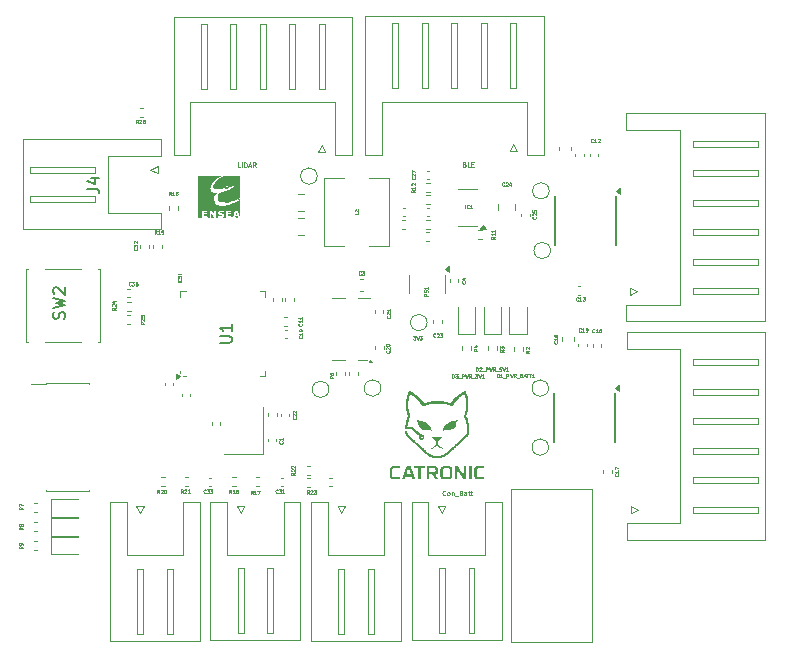
<source format=gbr>
%TF.GenerationSoftware,KiCad,Pcbnew,9.0.4*%
%TF.CreationDate,2025-10-13T17:03:11+02:00*%
%TF.ProjectId,ProjetX,50726f6a-6574-4582-9e6b-696361645f70,rev?*%
%TF.SameCoordinates,Original*%
%TF.FileFunction,Legend,Top*%
%TF.FilePolarity,Positive*%
%FSLAX46Y46*%
G04 Gerber Fmt 4.6, Leading zero omitted, Abs format (unit mm)*
G04 Created by KiCad (PCBNEW 9.0.4) date 2025-10-13 17:03:11*
%MOMM*%
%LPD*%
G01*
G04 APERTURE LIST*
%ADD10C,0.070000*%
%ADD11C,0.060000*%
%ADD12C,0.050000*%
%ADD13C,0.150000*%
%ADD14C,0.000000*%
%ADD15C,0.120000*%
G04 APERTURE END LIST*
D10*
X154106766Y-88297407D02*
X153916290Y-88297407D01*
X153916290Y-88297407D02*
X153916290Y-87897407D01*
X154240100Y-88297407D02*
X154240100Y-87897407D01*
X154430576Y-88297407D02*
X154430576Y-87897407D01*
X154430576Y-87897407D02*
X154525814Y-87897407D01*
X154525814Y-87897407D02*
X154582957Y-87916455D01*
X154582957Y-87916455D02*
X154621052Y-87954550D01*
X154621052Y-87954550D02*
X154640099Y-87992645D01*
X154640099Y-87992645D02*
X154659147Y-88068836D01*
X154659147Y-88068836D02*
X154659147Y-88125979D01*
X154659147Y-88125979D02*
X154640099Y-88202169D01*
X154640099Y-88202169D02*
X154621052Y-88240264D01*
X154621052Y-88240264D02*
X154582957Y-88278360D01*
X154582957Y-88278360D02*
X154525814Y-88297407D01*
X154525814Y-88297407D02*
X154430576Y-88297407D01*
X154811528Y-88183121D02*
X155002004Y-88183121D01*
X154773433Y-88297407D02*
X154906766Y-87897407D01*
X154906766Y-87897407D02*
X155040099Y-88297407D01*
X155402004Y-88297407D02*
X155268671Y-88106931D01*
X155173433Y-88297407D02*
X155173433Y-87897407D01*
X155173433Y-87897407D02*
X155325814Y-87897407D01*
X155325814Y-87897407D02*
X155363909Y-87916455D01*
X155363909Y-87916455D02*
X155382956Y-87935502D01*
X155382956Y-87935502D02*
X155402004Y-87973598D01*
X155402004Y-87973598D02*
X155402004Y-88030740D01*
X155402004Y-88030740D02*
X155382956Y-88068836D01*
X155382956Y-88068836D02*
X155363909Y-88087883D01*
X155363909Y-88087883D02*
X155325814Y-88106931D01*
X155325814Y-88106931D02*
X155173433Y-88106931D01*
D11*
X171463282Y-116034832D02*
X171444234Y-116053880D01*
X171444234Y-116053880D02*
X171387092Y-116072927D01*
X171387092Y-116072927D02*
X171348996Y-116072927D01*
X171348996Y-116072927D02*
X171291853Y-116053880D01*
X171291853Y-116053880D02*
X171253758Y-116015784D01*
X171253758Y-116015784D02*
X171234711Y-115977689D01*
X171234711Y-115977689D02*
X171215663Y-115901499D01*
X171215663Y-115901499D02*
X171215663Y-115844356D01*
X171215663Y-115844356D02*
X171234711Y-115768165D01*
X171234711Y-115768165D02*
X171253758Y-115730070D01*
X171253758Y-115730070D02*
X171291853Y-115691975D01*
X171291853Y-115691975D02*
X171348996Y-115672927D01*
X171348996Y-115672927D02*
X171387092Y-115672927D01*
X171387092Y-115672927D02*
X171444234Y-115691975D01*
X171444234Y-115691975D02*
X171463282Y-115711022D01*
X171691853Y-116072927D02*
X171653758Y-116053880D01*
X171653758Y-116053880D02*
X171634711Y-116034832D01*
X171634711Y-116034832D02*
X171615663Y-115996737D01*
X171615663Y-115996737D02*
X171615663Y-115882451D01*
X171615663Y-115882451D02*
X171634711Y-115844356D01*
X171634711Y-115844356D02*
X171653758Y-115825308D01*
X171653758Y-115825308D02*
X171691853Y-115806260D01*
X171691853Y-115806260D02*
X171748996Y-115806260D01*
X171748996Y-115806260D02*
X171787092Y-115825308D01*
X171787092Y-115825308D02*
X171806139Y-115844356D01*
X171806139Y-115844356D02*
X171825187Y-115882451D01*
X171825187Y-115882451D02*
X171825187Y-115996737D01*
X171825187Y-115996737D02*
X171806139Y-116034832D01*
X171806139Y-116034832D02*
X171787092Y-116053880D01*
X171787092Y-116053880D02*
X171748996Y-116072927D01*
X171748996Y-116072927D02*
X171691853Y-116072927D01*
X171996616Y-115806260D02*
X171996616Y-116072927D01*
X171996616Y-115844356D02*
X172015663Y-115825308D01*
X172015663Y-115825308D02*
X172053758Y-115806260D01*
X172053758Y-115806260D02*
X172110901Y-115806260D01*
X172110901Y-115806260D02*
X172148997Y-115825308D01*
X172148997Y-115825308D02*
X172168044Y-115863403D01*
X172168044Y-115863403D02*
X172168044Y-116072927D01*
X172263283Y-116111022D02*
X172568044Y-116111022D01*
X172796616Y-115863403D02*
X172853759Y-115882451D01*
X172853759Y-115882451D02*
X172872806Y-115901499D01*
X172872806Y-115901499D02*
X172891854Y-115939594D01*
X172891854Y-115939594D02*
X172891854Y-115996737D01*
X172891854Y-115996737D02*
X172872806Y-116034832D01*
X172872806Y-116034832D02*
X172853759Y-116053880D01*
X172853759Y-116053880D02*
X172815664Y-116072927D01*
X172815664Y-116072927D02*
X172663283Y-116072927D01*
X172663283Y-116072927D02*
X172663283Y-115672927D01*
X172663283Y-115672927D02*
X172796616Y-115672927D01*
X172796616Y-115672927D02*
X172834711Y-115691975D01*
X172834711Y-115691975D02*
X172853759Y-115711022D01*
X172853759Y-115711022D02*
X172872806Y-115749118D01*
X172872806Y-115749118D02*
X172872806Y-115787213D01*
X172872806Y-115787213D02*
X172853759Y-115825308D01*
X172853759Y-115825308D02*
X172834711Y-115844356D01*
X172834711Y-115844356D02*
X172796616Y-115863403D01*
X172796616Y-115863403D02*
X172663283Y-115863403D01*
X173234711Y-116072927D02*
X173234711Y-115863403D01*
X173234711Y-115863403D02*
X173215664Y-115825308D01*
X173215664Y-115825308D02*
X173177568Y-115806260D01*
X173177568Y-115806260D02*
X173101378Y-115806260D01*
X173101378Y-115806260D02*
X173063283Y-115825308D01*
X173234711Y-116053880D02*
X173196616Y-116072927D01*
X173196616Y-116072927D02*
X173101378Y-116072927D01*
X173101378Y-116072927D02*
X173063283Y-116053880D01*
X173063283Y-116053880D02*
X173044235Y-116015784D01*
X173044235Y-116015784D02*
X173044235Y-115977689D01*
X173044235Y-115977689D02*
X173063283Y-115939594D01*
X173063283Y-115939594D02*
X173101378Y-115920546D01*
X173101378Y-115920546D02*
X173196616Y-115920546D01*
X173196616Y-115920546D02*
X173234711Y-115901499D01*
X173368045Y-115806260D02*
X173520426Y-115806260D01*
X173425188Y-115672927D02*
X173425188Y-116015784D01*
X173425188Y-116015784D02*
X173444235Y-116053880D01*
X173444235Y-116053880D02*
X173482330Y-116072927D01*
X173482330Y-116072927D02*
X173520426Y-116072927D01*
X173596616Y-115806260D02*
X173748997Y-115806260D01*
X173653759Y-115672927D02*
X173653759Y-116015784D01*
X173653759Y-116015784D02*
X173672806Y-116053880D01*
X173672806Y-116053880D02*
X173710901Y-116072927D01*
X173710901Y-116072927D02*
X173748997Y-116072927D01*
D10*
X173074623Y-88037883D02*
X173131766Y-88056931D01*
X173131766Y-88056931D02*
X173150813Y-88075979D01*
X173150813Y-88075979D02*
X173169861Y-88114074D01*
X173169861Y-88114074D02*
X173169861Y-88171217D01*
X173169861Y-88171217D02*
X173150813Y-88209312D01*
X173150813Y-88209312D02*
X173131766Y-88228360D01*
X173131766Y-88228360D02*
X173093671Y-88247407D01*
X173093671Y-88247407D02*
X172941290Y-88247407D01*
X172941290Y-88247407D02*
X172941290Y-87847407D01*
X172941290Y-87847407D02*
X173074623Y-87847407D01*
X173074623Y-87847407D02*
X173112718Y-87866455D01*
X173112718Y-87866455D02*
X173131766Y-87885502D01*
X173131766Y-87885502D02*
X173150813Y-87923598D01*
X173150813Y-87923598D02*
X173150813Y-87961693D01*
X173150813Y-87961693D02*
X173131766Y-87999788D01*
X173131766Y-87999788D02*
X173112718Y-88018836D01*
X173112718Y-88018836D02*
X173074623Y-88037883D01*
X173074623Y-88037883D02*
X172941290Y-88037883D01*
X173531766Y-88247407D02*
X173341290Y-88247407D01*
X173341290Y-88247407D02*
X173341290Y-87847407D01*
X173665100Y-88037883D02*
X173798433Y-88037883D01*
X173855576Y-88247407D02*
X173665100Y-88247407D01*
X173665100Y-88247407D02*
X173665100Y-87847407D01*
X173665100Y-87847407D02*
X173855576Y-87847407D01*
D12*
X175654934Y-94167856D02*
X175512077Y-94267856D01*
X175654934Y-94339285D02*
X175354934Y-94339285D01*
X175354934Y-94339285D02*
X175354934Y-94224999D01*
X175354934Y-94224999D02*
X175369220Y-94196428D01*
X175369220Y-94196428D02*
X175383506Y-94182142D01*
X175383506Y-94182142D02*
X175412077Y-94167856D01*
X175412077Y-94167856D02*
X175454934Y-94167856D01*
X175454934Y-94167856D02*
X175483506Y-94182142D01*
X175483506Y-94182142D02*
X175497791Y-94196428D01*
X175497791Y-94196428D02*
X175512077Y-94224999D01*
X175512077Y-94224999D02*
X175512077Y-94339285D01*
X175654934Y-93882142D02*
X175654934Y-94053571D01*
X175654934Y-93967856D02*
X175354934Y-93967856D01*
X175354934Y-93967856D02*
X175397791Y-93996428D01*
X175397791Y-93996428D02*
X175426363Y-94024999D01*
X175426363Y-94024999D02*
X175440649Y-94053571D01*
X175654934Y-93596428D02*
X175654934Y-93767857D01*
X175654934Y-93682142D02*
X175354934Y-93682142D01*
X175354934Y-93682142D02*
X175397791Y-93710714D01*
X175397791Y-93710714D02*
X175426363Y-93739285D01*
X175426363Y-93739285D02*
X175440649Y-93767857D01*
X149257143Y-115876185D02*
X149157143Y-115733328D01*
X149085714Y-115876185D02*
X149085714Y-115576185D01*
X149085714Y-115576185D02*
X149200000Y-115576185D01*
X149200000Y-115576185D02*
X149228571Y-115590471D01*
X149228571Y-115590471D02*
X149242857Y-115604757D01*
X149242857Y-115604757D02*
X149257143Y-115633328D01*
X149257143Y-115633328D02*
X149257143Y-115676185D01*
X149257143Y-115676185D02*
X149242857Y-115704757D01*
X149242857Y-115704757D02*
X149228571Y-115719042D01*
X149228571Y-115719042D02*
X149200000Y-115733328D01*
X149200000Y-115733328D02*
X149085714Y-115733328D01*
X149371428Y-115604757D02*
X149385714Y-115590471D01*
X149385714Y-115590471D02*
X149414286Y-115576185D01*
X149414286Y-115576185D02*
X149485714Y-115576185D01*
X149485714Y-115576185D02*
X149514286Y-115590471D01*
X149514286Y-115590471D02*
X149528571Y-115604757D01*
X149528571Y-115604757D02*
X149542857Y-115633328D01*
X149542857Y-115633328D02*
X149542857Y-115661900D01*
X149542857Y-115661900D02*
X149528571Y-115704757D01*
X149528571Y-115704757D02*
X149357143Y-115876185D01*
X149357143Y-115876185D02*
X149542857Y-115876185D01*
X149828571Y-115876185D02*
X149657142Y-115876185D01*
X149742857Y-115876185D02*
X149742857Y-115576185D01*
X149742857Y-115576185D02*
X149714285Y-115619042D01*
X149714285Y-115619042D02*
X149685714Y-115647614D01*
X149685714Y-115647614D02*
X149657142Y-115661900D01*
X145357614Y-95132856D02*
X145371900Y-95147142D01*
X145371900Y-95147142D02*
X145386185Y-95189999D01*
X145386185Y-95189999D02*
X145386185Y-95218571D01*
X145386185Y-95218571D02*
X145371900Y-95261428D01*
X145371900Y-95261428D02*
X145343328Y-95289999D01*
X145343328Y-95289999D02*
X145314757Y-95304285D01*
X145314757Y-95304285D02*
X145257614Y-95318571D01*
X145257614Y-95318571D02*
X145214757Y-95318571D01*
X145214757Y-95318571D02*
X145157614Y-95304285D01*
X145157614Y-95304285D02*
X145129042Y-95289999D01*
X145129042Y-95289999D02*
X145100471Y-95261428D01*
X145100471Y-95261428D02*
X145086185Y-95218571D01*
X145086185Y-95218571D02*
X145086185Y-95189999D01*
X145086185Y-95189999D02*
X145100471Y-95147142D01*
X145100471Y-95147142D02*
X145114757Y-95132856D01*
X145086185Y-95032856D02*
X145086185Y-94847142D01*
X145086185Y-94847142D02*
X145200471Y-94947142D01*
X145200471Y-94947142D02*
X145200471Y-94904285D01*
X145200471Y-94904285D02*
X145214757Y-94875714D01*
X145214757Y-94875714D02*
X145229042Y-94861428D01*
X145229042Y-94861428D02*
X145257614Y-94847142D01*
X145257614Y-94847142D02*
X145329042Y-94847142D01*
X145329042Y-94847142D02*
X145357614Y-94861428D01*
X145357614Y-94861428D02*
X145371900Y-94875714D01*
X145371900Y-94875714D02*
X145386185Y-94904285D01*
X145386185Y-94904285D02*
X145386185Y-94989999D01*
X145386185Y-94989999D02*
X145371900Y-95018571D01*
X145371900Y-95018571D02*
X145357614Y-95032856D01*
X145114757Y-94732857D02*
X145100471Y-94718571D01*
X145100471Y-94718571D02*
X145086185Y-94690000D01*
X145086185Y-94690000D02*
X145086185Y-94618571D01*
X145086185Y-94618571D02*
X145100471Y-94590000D01*
X145100471Y-94590000D02*
X145114757Y-94575714D01*
X145114757Y-94575714D02*
X145143328Y-94561428D01*
X145143328Y-94561428D02*
X145171900Y-94561428D01*
X145171900Y-94561428D02*
X145214757Y-94575714D01*
X145214757Y-94575714D02*
X145386185Y-94747142D01*
X145386185Y-94747142D02*
X145386185Y-94561428D01*
X168886185Y-90232856D02*
X168743328Y-90332856D01*
X168886185Y-90404285D02*
X168586185Y-90404285D01*
X168586185Y-90404285D02*
X168586185Y-90289999D01*
X168586185Y-90289999D02*
X168600471Y-90261428D01*
X168600471Y-90261428D02*
X168614757Y-90247142D01*
X168614757Y-90247142D02*
X168643328Y-90232856D01*
X168643328Y-90232856D02*
X168686185Y-90232856D01*
X168686185Y-90232856D02*
X168714757Y-90247142D01*
X168714757Y-90247142D02*
X168729042Y-90261428D01*
X168729042Y-90261428D02*
X168743328Y-90289999D01*
X168743328Y-90289999D02*
X168743328Y-90404285D01*
X168886185Y-89947142D02*
X168886185Y-90118571D01*
X168886185Y-90032856D02*
X168586185Y-90032856D01*
X168586185Y-90032856D02*
X168629042Y-90061428D01*
X168629042Y-90061428D02*
X168657614Y-90089999D01*
X168657614Y-90089999D02*
X168671900Y-90118571D01*
X168614757Y-89832857D02*
X168600471Y-89818571D01*
X168600471Y-89818571D02*
X168586185Y-89790000D01*
X168586185Y-89790000D02*
X168586185Y-89718571D01*
X168586185Y-89718571D02*
X168600471Y-89690000D01*
X168600471Y-89690000D02*
X168614757Y-89675714D01*
X168614757Y-89675714D02*
X168643328Y-89661428D01*
X168643328Y-89661428D02*
X168671900Y-89661428D01*
X168671900Y-89661428D02*
X168714757Y-89675714D01*
X168714757Y-89675714D02*
X168886185Y-89847142D01*
X168886185Y-89847142D02*
X168886185Y-89661428D01*
X169976185Y-99174285D02*
X169676185Y-99174285D01*
X169676185Y-99174285D02*
X169676185Y-99059999D01*
X169676185Y-99059999D02*
X169690471Y-99031428D01*
X169690471Y-99031428D02*
X169704757Y-99017142D01*
X169704757Y-99017142D02*
X169733328Y-99002856D01*
X169733328Y-99002856D02*
X169776185Y-99002856D01*
X169776185Y-99002856D02*
X169804757Y-99017142D01*
X169804757Y-99017142D02*
X169819042Y-99031428D01*
X169819042Y-99031428D02*
X169833328Y-99059999D01*
X169833328Y-99059999D02*
X169833328Y-99174285D01*
X169961900Y-98888571D02*
X169976185Y-98845714D01*
X169976185Y-98845714D02*
X169976185Y-98774285D01*
X169976185Y-98774285D02*
X169961900Y-98745714D01*
X169961900Y-98745714D02*
X169947614Y-98731428D01*
X169947614Y-98731428D02*
X169919042Y-98717142D01*
X169919042Y-98717142D02*
X169890471Y-98717142D01*
X169890471Y-98717142D02*
X169861900Y-98731428D01*
X169861900Y-98731428D02*
X169847614Y-98745714D01*
X169847614Y-98745714D02*
X169833328Y-98774285D01*
X169833328Y-98774285D02*
X169819042Y-98831428D01*
X169819042Y-98831428D02*
X169804757Y-98859999D01*
X169804757Y-98859999D02*
X169790471Y-98874285D01*
X169790471Y-98874285D02*
X169761900Y-98888571D01*
X169761900Y-98888571D02*
X169733328Y-98888571D01*
X169733328Y-98888571D02*
X169704757Y-98874285D01*
X169704757Y-98874285D02*
X169690471Y-98859999D01*
X169690471Y-98859999D02*
X169676185Y-98831428D01*
X169676185Y-98831428D02*
X169676185Y-98759999D01*
X169676185Y-98759999D02*
X169690471Y-98717142D01*
X169976185Y-98431428D02*
X169976185Y-98602857D01*
X169976185Y-98517142D02*
X169676185Y-98517142D01*
X169676185Y-98517142D02*
X169719042Y-98545714D01*
X169719042Y-98545714D02*
X169747614Y-98574285D01*
X169747614Y-98574285D02*
X169761900Y-98602857D01*
X157257143Y-115847614D02*
X157242857Y-115861900D01*
X157242857Y-115861900D02*
X157200000Y-115876185D01*
X157200000Y-115876185D02*
X157171428Y-115876185D01*
X157171428Y-115876185D02*
X157128571Y-115861900D01*
X157128571Y-115861900D02*
X157100000Y-115833328D01*
X157100000Y-115833328D02*
X157085714Y-115804757D01*
X157085714Y-115804757D02*
X157071428Y-115747614D01*
X157071428Y-115747614D02*
X157071428Y-115704757D01*
X157071428Y-115704757D02*
X157085714Y-115647614D01*
X157085714Y-115647614D02*
X157100000Y-115619042D01*
X157100000Y-115619042D02*
X157128571Y-115590471D01*
X157128571Y-115590471D02*
X157171428Y-115576185D01*
X157171428Y-115576185D02*
X157200000Y-115576185D01*
X157200000Y-115576185D02*
X157242857Y-115590471D01*
X157242857Y-115590471D02*
X157257143Y-115604757D01*
X157357143Y-115576185D02*
X157542857Y-115576185D01*
X157542857Y-115576185D02*
X157442857Y-115690471D01*
X157442857Y-115690471D02*
X157485714Y-115690471D01*
X157485714Y-115690471D02*
X157514286Y-115704757D01*
X157514286Y-115704757D02*
X157528571Y-115719042D01*
X157528571Y-115719042D02*
X157542857Y-115747614D01*
X157542857Y-115747614D02*
X157542857Y-115819042D01*
X157542857Y-115819042D02*
X157528571Y-115847614D01*
X157528571Y-115847614D02*
X157514286Y-115861900D01*
X157514286Y-115861900D02*
X157485714Y-115876185D01*
X157485714Y-115876185D02*
X157400000Y-115876185D01*
X157400000Y-115876185D02*
X157371428Y-115861900D01*
X157371428Y-115861900D02*
X157357143Y-115847614D01*
X157828571Y-115876185D02*
X157657142Y-115876185D01*
X157742857Y-115876185D02*
X157742857Y-115576185D01*
X157742857Y-115576185D02*
X157714285Y-115619042D01*
X157714285Y-115619042D02*
X157685714Y-115647614D01*
X157685714Y-115647614D02*
X157657142Y-115661900D01*
X168738572Y-102588685D02*
X168924286Y-102588685D01*
X168924286Y-102588685D02*
X168824286Y-102702971D01*
X168824286Y-102702971D02*
X168867143Y-102702971D01*
X168867143Y-102702971D02*
X168895715Y-102717257D01*
X168895715Y-102717257D02*
X168910000Y-102731542D01*
X168910000Y-102731542D02*
X168924286Y-102760114D01*
X168924286Y-102760114D02*
X168924286Y-102831542D01*
X168924286Y-102831542D02*
X168910000Y-102860114D01*
X168910000Y-102860114D02*
X168895715Y-102874400D01*
X168895715Y-102874400D02*
X168867143Y-102888685D01*
X168867143Y-102888685D02*
X168781429Y-102888685D01*
X168781429Y-102888685D02*
X168752857Y-102874400D01*
X168752857Y-102874400D02*
X168738572Y-102860114D01*
X169010000Y-102588685D02*
X169110000Y-102888685D01*
X169110000Y-102888685D02*
X169210000Y-102588685D01*
X169281429Y-102588685D02*
X169467143Y-102588685D01*
X169467143Y-102588685D02*
X169367143Y-102702971D01*
X169367143Y-102702971D02*
X169410000Y-102702971D01*
X169410000Y-102702971D02*
X169438572Y-102717257D01*
X169438572Y-102717257D02*
X169452857Y-102731542D01*
X169452857Y-102731542D02*
X169467143Y-102760114D01*
X169467143Y-102760114D02*
X169467143Y-102831542D01*
X169467143Y-102831542D02*
X169452857Y-102860114D01*
X169452857Y-102860114D02*
X169438572Y-102874400D01*
X169438572Y-102874400D02*
X169410000Y-102888685D01*
X169410000Y-102888685D02*
X169324286Y-102888685D01*
X169324286Y-102888685D02*
X169295714Y-102874400D01*
X169295714Y-102874400D02*
X169281429Y-102860114D01*
X159297614Y-101535356D02*
X159311900Y-101549642D01*
X159311900Y-101549642D02*
X159326185Y-101592499D01*
X159326185Y-101592499D02*
X159326185Y-101621071D01*
X159326185Y-101621071D02*
X159311900Y-101663928D01*
X159311900Y-101663928D02*
X159283328Y-101692499D01*
X159283328Y-101692499D02*
X159254757Y-101706785D01*
X159254757Y-101706785D02*
X159197614Y-101721071D01*
X159197614Y-101721071D02*
X159154757Y-101721071D01*
X159154757Y-101721071D02*
X159097614Y-101706785D01*
X159097614Y-101706785D02*
X159069042Y-101692499D01*
X159069042Y-101692499D02*
X159040471Y-101663928D01*
X159040471Y-101663928D02*
X159026185Y-101621071D01*
X159026185Y-101621071D02*
X159026185Y-101592499D01*
X159026185Y-101592499D02*
X159040471Y-101549642D01*
X159040471Y-101549642D02*
X159054757Y-101535356D01*
X159326185Y-101249642D02*
X159326185Y-101421071D01*
X159326185Y-101335356D02*
X159026185Y-101335356D01*
X159026185Y-101335356D02*
X159069042Y-101363928D01*
X159069042Y-101363928D02*
X159097614Y-101392499D01*
X159097614Y-101392499D02*
X159111900Y-101421071D01*
X159326185Y-100963928D02*
X159326185Y-101135357D01*
X159326185Y-101049642D02*
X159026185Y-101049642D01*
X159026185Y-101049642D02*
X159069042Y-101078214D01*
X159069042Y-101078214D02*
X159097614Y-101106785D01*
X159097614Y-101106785D02*
X159111900Y-101135357D01*
X168887614Y-89152856D02*
X168901900Y-89167142D01*
X168901900Y-89167142D02*
X168916185Y-89209999D01*
X168916185Y-89209999D02*
X168916185Y-89238571D01*
X168916185Y-89238571D02*
X168901900Y-89281428D01*
X168901900Y-89281428D02*
X168873328Y-89309999D01*
X168873328Y-89309999D02*
X168844757Y-89324285D01*
X168844757Y-89324285D02*
X168787614Y-89338571D01*
X168787614Y-89338571D02*
X168744757Y-89338571D01*
X168744757Y-89338571D02*
X168687614Y-89324285D01*
X168687614Y-89324285D02*
X168659042Y-89309999D01*
X168659042Y-89309999D02*
X168630471Y-89281428D01*
X168630471Y-89281428D02*
X168616185Y-89238571D01*
X168616185Y-89238571D02*
X168616185Y-89209999D01*
X168616185Y-89209999D02*
X168630471Y-89167142D01*
X168630471Y-89167142D02*
X168644757Y-89152856D01*
X168644757Y-89038571D02*
X168630471Y-89024285D01*
X168630471Y-89024285D02*
X168616185Y-88995714D01*
X168616185Y-88995714D02*
X168616185Y-88924285D01*
X168616185Y-88924285D02*
X168630471Y-88895714D01*
X168630471Y-88895714D02*
X168644757Y-88881428D01*
X168644757Y-88881428D02*
X168673328Y-88867142D01*
X168673328Y-88867142D02*
X168701900Y-88867142D01*
X168701900Y-88867142D02*
X168744757Y-88881428D01*
X168744757Y-88881428D02*
X168916185Y-89052856D01*
X168916185Y-89052856D02*
X168916185Y-88867142D01*
X168616185Y-88767142D02*
X168616185Y-88567142D01*
X168616185Y-88567142D02*
X168916185Y-88695714D01*
X182697143Y-99577614D02*
X182682857Y-99591900D01*
X182682857Y-99591900D02*
X182640000Y-99606185D01*
X182640000Y-99606185D02*
X182611428Y-99606185D01*
X182611428Y-99606185D02*
X182568571Y-99591900D01*
X182568571Y-99591900D02*
X182540000Y-99563328D01*
X182540000Y-99563328D02*
X182525714Y-99534757D01*
X182525714Y-99534757D02*
X182511428Y-99477614D01*
X182511428Y-99477614D02*
X182511428Y-99434757D01*
X182511428Y-99434757D02*
X182525714Y-99377614D01*
X182525714Y-99377614D02*
X182540000Y-99349042D01*
X182540000Y-99349042D02*
X182568571Y-99320471D01*
X182568571Y-99320471D02*
X182611428Y-99306185D01*
X182611428Y-99306185D02*
X182640000Y-99306185D01*
X182640000Y-99306185D02*
X182682857Y-99320471D01*
X182682857Y-99320471D02*
X182697143Y-99334757D01*
X182982857Y-99606185D02*
X182811428Y-99606185D01*
X182897143Y-99606185D02*
X182897143Y-99306185D01*
X182897143Y-99306185D02*
X182868571Y-99349042D01*
X182868571Y-99349042D02*
X182840000Y-99377614D01*
X182840000Y-99377614D02*
X182811428Y-99391900D01*
X183082857Y-99306185D02*
X183268571Y-99306185D01*
X183268571Y-99306185D02*
X183168571Y-99420471D01*
X183168571Y-99420471D02*
X183211428Y-99420471D01*
X183211428Y-99420471D02*
X183240000Y-99434757D01*
X183240000Y-99434757D02*
X183254285Y-99449042D01*
X183254285Y-99449042D02*
X183268571Y-99477614D01*
X183268571Y-99477614D02*
X183268571Y-99549042D01*
X183268571Y-99549042D02*
X183254285Y-99577614D01*
X183254285Y-99577614D02*
X183240000Y-99591900D01*
X183240000Y-99591900D02*
X183211428Y-99606185D01*
X183211428Y-99606185D02*
X183125714Y-99606185D01*
X183125714Y-99606185D02*
X183097142Y-99591900D01*
X183097142Y-99591900D02*
X183082857Y-99577614D01*
X172034286Y-106126185D02*
X172034286Y-105826185D01*
X172034286Y-105826185D02*
X172105715Y-105826185D01*
X172105715Y-105826185D02*
X172148572Y-105840471D01*
X172148572Y-105840471D02*
X172177143Y-105869042D01*
X172177143Y-105869042D02*
X172191429Y-105897614D01*
X172191429Y-105897614D02*
X172205715Y-105954757D01*
X172205715Y-105954757D02*
X172205715Y-105997614D01*
X172205715Y-105997614D02*
X172191429Y-106054757D01*
X172191429Y-106054757D02*
X172177143Y-106083328D01*
X172177143Y-106083328D02*
X172148572Y-106111900D01*
X172148572Y-106111900D02*
X172105715Y-106126185D01*
X172105715Y-106126185D02*
X172034286Y-106126185D01*
X172305715Y-105826185D02*
X172491429Y-105826185D01*
X172491429Y-105826185D02*
X172391429Y-105940471D01*
X172391429Y-105940471D02*
X172434286Y-105940471D01*
X172434286Y-105940471D02*
X172462858Y-105954757D01*
X172462858Y-105954757D02*
X172477143Y-105969042D01*
X172477143Y-105969042D02*
X172491429Y-105997614D01*
X172491429Y-105997614D02*
X172491429Y-106069042D01*
X172491429Y-106069042D02*
X172477143Y-106097614D01*
X172477143Y-106097614D02*
X172462858Y-106111900D01*
X172462858Y-106111900D02*
X172434286Y-106126185D01*
X172434286Y-106126185D02*
X172348572Y-106126185D01*
X172348572Y-106126185D02*
X172320000Y-106111900D01*
X172320000Y-106111900D02*
X172305715Y-106097614D01*
X172548572Y-106154757D02*
X172777143Y-106154757D01*
X172848571Y-106126185D02*
X172848571Y-105826185D01*
X172848571Y-105826185D02*
X172962857Y-105826185D01*
X172962857Y-105826185D02*
X172991428Y-105840471D01*
X172991428Y-105840471D02*
X173005714Y-105854757D01*
X173005714Y-105854757D02*
X173020000Y-105883328D01*
X173020000Y-105883328D02*
X173020000Y-105926185D01*
X173020000Y-105926185D02*
X173005714Y-105954757D01*
X173005714Y-105954757D02*
X172991428Y-105969042D01*
X172991428Y-105969042D02*
X172962857Y-105983328D01*
X172962857Y-105983328D02*
X172848571Y-105983328D01*
X173120000Y-105826185D02*
X173191428Y-106126185D01*
X173191428Y-106126185D02*
X173248571Y-105911900D01*
X173248571Y-105911900D02*
X173305714Y-106126185D01*
X173305714Y-106126185D02*
X173377143Y-105826185D01*
X173662857Y-106126185D02*
X173562857Y-105983328D01*
X173491428Y-106126185D02*
X173491428Y-105826185D01*
X173491428Y-105826185D02*
X173605714Y-105826185D01*
X173605714Y-105826185D02*
X173634285Y-105840471D01*
X173634285Y-105840471D02*
X173648571Y-105854757D01*
X173648571Y-105854757D02*
X173662857Y-105883328D01*
X173662857Y-105883328D02*
X173662857Y-105926185D01*
X173662857Y-105926185D02*
X173648571Y-105954757D01*
X173648571Y-105954757D02*
X173634285Y-105969042D01*
X173634285Y-105969042D02*
X173605714Y-105983328D01*
X173605714Y-105983328D02*
X173491428Y-105983328D01*
X173720000Y-106154757D02*
X173948571Y-106154757D01*
X173991428Y-105826185D02*
X174177142Y-105826185D01*
X174177142Y-105826185D02*
X174077142Y-105940471D01*
X174077142Y-105940471D02*
X174119999Y-105940471D01*
X174119999Y-105940471D02*
X174148571Y-105954757D01*
X174148571Y-105954757D02*
X174162856Y-105969042D01*
X174162856Y-105969042D02*
X174177142Y-105997614D01*
X174177142Y-105997614D02*
X174177142Y-106069042D01*
X174177142Y-106069042D02*
X174162856Y-106097614D01*
X174162856Y-106097614D02*
X174148571Y-106111900D01*
X174148571Y-106111900D02*
X174119999Y-106126185D01*
X174119999Y-106126185D02*
X174034285Y-106126185D01*
X174034285Y-106126185D02*
X174005713Y-106111900D01*
X174005713Y-106111900D02*
X173991428Y-106097614D01*
X174262856Y-105826185D02*
X174362856Y-106126185D01*
X174362856Y-106126185D02*
X174462856Y-105826185D01*
X174719999Y-106126185D02*
X174548570Y-106126185D01*
X174634285Y-106126185D02*
X174634285Y-105826185D01*
X174634285Y-105826185D02*
X174605713Y-105869042D01*
X174605713Y-105869042D02*
X174577142Y-105897614D01*
X174577142Y-105897614D02*
X174548570Y-105911900D01*
X173133392Y-91786185D02*
X173133392Y-91486185D01*
X173447678Y-91757614D02*
X173433392Y-91771900D01*
X173433392Y-91771900D02*
X173390535Y-91786185D01*
X173390535Y-91786185D02*
X173361963Y-91786185D01*
X173361963Y-91786185D02*
X173319106Y-91771900D01*
X173319106Y-91771900D02*
X173290535Y-91743328D01*
X173290535Y-91743328D02*
X173276249Y-91714757D01*
X173276249Y-91714757D02*
X173261963Y-91657614D01*
X173261963Y-91657614D02*
X173261963Y-91614757D01*
X173261963Y-91614757D02*
X173276249Y-91557614D01*
X173276249Y-91557614D02*
X173290535Y-91529042D01*
X173290535Y-91529042D02*
X173319106Y-91500471D01*
X173319106Y-91500471D02*
X173361963Y-91486185D01*
X173361963Y-91486185D02*
X173390535Y-91486185D01*
X173390535Y-91486185D02*
X173433392Y-91500471D01*
X173433392Y-91500471D02*
X173447678Y-91514757D01*
X173733392Y-91786185D02*
X173561963Y-91786185D01*
X173647678Y-91786185D02*
X173647678Y-91486185D01*
X173647678Y-91486185D02*
X173619106Y-91529042D01*
X173619106Y-91529042D02*
X173590535Y-91557614D01*
X173590535Y-91557614D02*
X173561963Y-91571900D01*
X166767614Y-100882856D02*
X166781900Y-100897142D01*
X166781900Y-100897142D02*
X166796185Y-100939999D01*
X166796185Y-100939999D02*
X166796185Y-100968571D01*
X166796185Y-100968571D02*
X166781900Y-101011428D01*
X166781900Y-101011428D02*
X166753328Y-101039999D01*
X166753328Y-101039999D02*
X166724757Y-101054285D01*
X166724757Y-101054285D02*
X166667614Y-101068571D01*
X166667614Y-101068571D02*
X166624757Y-101068571D01*
X166624757Y-101068571D02*
X166567614Y-101054285D01*
X166567614Y-101054285D02*
X166539042Y-101039999D01*
X166539042Y-101039999D02*
X166510471Y-101011428D01*
X166510471Y-101011428D02*
X166496185Y-100968571D01*
X166496185Y-100968571D02*
X166496185Y-100939999D01*
X166496185Y-100939999D02*
X166510471Y-100897142D01*
X166510471Y-100897142D02*
X166524757Y-100882856D01*
X166524757Y-100768571D02*
X166510471Y-100754285D01*
X166510471Y-100754285D02*
X166496185Y-100725714D01*
X166496185Y-100725714D02*
X166496185Y-100654285D01*
X166496185Y-100654285D02*
X166510471Y-100625714D01*
X166510471Y-100625714D02*
X166524757Y-100611428D01*
X166524757Y-100611428D02*
X166553328Y-100597142D01*
X166553328Y-100597142D02*
X166581900Y-100597142D01*
X166581900Y-100597142D02*
X166624757Y-100611428D01*
X166624757Y-100611428D02*
X166796185Y-100782856D01*
X166796185Y-100782856D02*
X166796185Y-100597142D01*
X166796185Y-100311428D02*
X166796185Y-100482857D01*
X166796185Y-100397142D02*
X166496185Y-100397142D01*
X166496185Y-100397142D02*
X166539042Y-100425714D01*
X166539042Y-100425714D02*
X166567614Y-100454285D01*
X166567614Y-100454285D02*
X166581900Y-100482857D01*
X147247143Y-115886185D02*
X147147143Y-115743328D01*
X147075714Y-115886185D02*
X147075714Y-115586185D01*
X147075714Y-115586185D02*
X147190000Y-115586185D01*
X147190000Y-115586185D02*
X147218571Y-115600471D01*
X147218571Y-115600471D02*
X147232857Y-115614757D01*
X147232857Y-115614757D02*
X147247143Y-115643328D01*
X147247143Y-115643328D02*
X147247143Y-115686185D01*
X147247143Y-115686185D02*
X147232857Y-115714757D01*
X147232857Y-115714757D02*
X147218571Y-115729042D01*
X147218571Y-115729042D02*
X147190000Y-115743328D01*
X147190000Y-115743328D02*
X147075714Y-115743328D01*
X147361428Y-115614757D02*
X147375714Y-115600471D01*
X147375714Y-115600471D02*
X147404286Y-115586185D01*
X147404286Y-115586185D02*
X147475714Y-115586185D01*
X147475714Y-115586185D02*
X147504286Y-115600471D01*
X147504286Y-115600471D02*
X147518571Y-115614757D01*
X147518571Y-115614757D02*
X147532857Y-115643328D01*
X147532857Y-115643328D02*
X147532857Y-115671900D01*
X147532857Y-115671900D02*
X147518571Y-115714757D01*
X147518571Y-115714757D02*
X147347143Y-115886185D01*
X147347143Y-115886185D02*
X147532857Y-115886185D01*
X147718571Y-115586185D02*
X147747142Y-115586185D01*
X147747142Y-115586185D02*
X147775714Y-115600471D01*
X147775714Y-115600471D02*
X147790000Y-115614757D01*
X147790000Y-115614757D02*
X147804285Y-115643328D01*
X147804285Y-115643328D02*
X147818571Y-115700471D01*
X147818571Y-115700471D02*
X147818571Y-115771900D01*
X147818571Y-115771900D02*
X147804285Y-115829042D01*
X147804285Y-115829042D02*
X147790000Y-115857614D01*
X147790000Y-115857614D02*
X147775714Y-115871900D01*
X147775714Y-115871900D02*
X147747142Y-115886185D01*
X147747142Y-115886185D02*
X147718571Y-115886185D01*
X147718571Y-115886185D02*
X147690000Y-115871900D01*
X147690000Y-115871900D02*
X147675714Y-115857614D01*
X147675714Y-115857614D02*
X147661428Y-115829042D01*
X147661428Y-115829042D02*
X147647142Y-115771900D01*
X147647142Y-115771900D02*
X147647142Y-115700471D01*
X147647142Y-115700471D02*
X147661428Y-115643328D01*
X147661428Y-115643328D02*
X147675714Y-115614757D01*
X147675714Y-115614757D02*
X147690000Y-115600471D01*
X147690000Y-115600471D02*
X147718571Y-115586185D01*
X155157143Y-115976185D02*
X155057143Y-115833328D01*
X154985714Y-115976185D02*
X154985714Y-115676185D01*
X154985714Y-115676185D02*
X155100000Y-115676185D01*
X155100000Y-115676185D02*
X155128571Y-115690471D01*
X155128571Y-115690471D02*
X155142857Y-115704757D01*
X155142857Y-115704757D02*
X155157143Y-115733328D01*
X155157143Y-115733328D02*
X155157143Y-115776185D01*
X155157143Y-115776185D02*
X155142857Y-115804757D01*
X155142857Y-115804757D02*
X155128571Y-115819042D01*
X155128571Y-115819042D02*
X155100000Y-115833328D01*
X155100000Y-115833328D02*
X154985714Y-115833328D01*
X155442857Y-115976185D02*
X155271428Y-115976185D01*
X155357143Y-115976185D02*
X155357143Y-115676185D01*
X155357143Y-115676185D02*
X155328571Y-115719042D01*
X155328571Y-115719042D02*
X155300000Y-115747614D01*
X155300000Y-115747614D02*
X155271428Y-115761900D01*
X155542857Y-115676185D02*
X155742857Y-115676185D01*
X155742857Y-115676185D02*
X155614285Y-115976185D01*
X145447143Y-84586185D02*
X145347143Y-84443328D01*
X145275714Y-84586185D02*
X145275714Y-84286185D01*
X145275714Y-84286185D02*
X145390000Y-84286185D01*
X145390000Y-84286185D02*
X145418571Y-84300471D01*
X145418571Y-84300471D02*
X145432857Y-84314757D01*
X145432857Y-84314757D02*
X145447143Y-84343328D01*
X145447143Y-84343328D02*
X145447143Y-84386185D01*
X145447143Y-84386185D02*
X145432857Y-84414757D01*
X145432857Y-84414757D02*
X145418571Y-84429042D01*
X145418571Y-84429042D02*
X145390000Y-84443328D01*
X145390000Y-84443328D02*
X145275714Y-84443328D01*
X145561428Y-84314757D02*
X145575714Y-84300471D01*
X145575714Y-84300471D02*
X145604286Y-84286185D01*
X145604286Y-84286185D02*
X145675714Y-84286185D01*
X145675714Y-84286185D02*
X145704286Y-84300471D01*
X145704286Y-84300471D02*
X145718571Y-84314757D01*
X145718571Y-84314757D02*
X145732857Y-84343328D01*
X145732857Y-84343328D02*
X145732857Y-84371900D01*
X145732857Y-84371900D02*
X145718571Y-84414757D01*
X145718571Y-84414757D02*
X145547143Y-84586185D01*
X145547143Y-84586185D02*
X145732857Y-84586185D01*
X145990000Y-84286185D02*
X145932857Y-84286185D01*
X145932857Y-84286185D02*
X145904285Y-84300471D01*
X145904285Y-84300471D02*
X145890000Y-84314757D01*
X145890000Y-84314757D02*
X145861428Y-84357614D01*
X145861428Y-84357614D02*
X145847142Y-84414757D01*
X145847142Y-84414757D02*
X145847142Y-84529042D01*
X145847142Y-84529042D02*
X145861428Y-84557614D01*
X145861428Y-84557614D02*
X145875714Y-84571900D01*
X145875714Y-84571900D02*
X145904285Y-84586185D01*
X145904285Y-84586185D02*
X145961428Y-84586185D01*
X145961428Y-84586185D02*
X145990000Y-84571900D01*
X145990000Y-84571900D02*
X146004285Y-84557614D01*
X146004285Y-84557614D02*
X146018571Y-84529042D01*
X146018571Y-84529042D02*
X146018571Y-84457614D01*
X146018571Y-84457614D02*
X146004285Y-84429042D01*
X146004285Y-84429042D02*
X145990000Y-84414757D01*
X145990000Y-84414757D02*
X145961428Y-84400471D01*
X145961428Y-84400471D02*
X145904285Y-84400471D01*
X145904285Y-84400471D02*
X145875714Y-84414757D01*
X145875714Y-84414757D02*
X145861428Y-84429042D01*
X145861428Y-84429042D02*
X145847142Y-84457614D01*
X135661185Y-120399999D02*
X135518328Y-120499999D01*
X135661185Y-120571428D02*
X135361185Y-120571428D01*
X135361185Y-120571428D02*
X135361185Y-120457142D01*
X135361185Y-120457142D02*
X135375471Y-120428571D01*
X135375471Y-120428571D02*
X135389757Y-120414285D01*
X135389757Y-120414285D02*
X135418328Y-120399999D01*
X135418328Y-120399999D02*
X135461185Y-120399999D01*
X135461185Y-120399999D02*
X135489757Y-120414285D01*
X135489757Y-120414285D02*
X135504042Y-120428571D01*
X135504042Y-120428571D02*
X135518328Y-120457142D01*
X135518328Y-120457142D02*
X135518328Y-120571428D01*
X135661185Y-120257142D02*
X135661185Y-120199999D01*
X135661185Y-120199999D02*
X135646900Y-120171428D01*
X135646900Y-120171428D02*
X135632614Y-120157142D01*
X135632614Y-120157142D02*
X135589757Y-120128571D01*
X135589757Y-120128571D02*
X135532614Y-120114285D01*
X135532614Y-120114285D02*
X135418328Y-120114285D01*
X135418328Y-120114285D02*
X135389757Y-120128571D01*
X135389757Y-120128571D02*
X135375471Y-120142857D01*
X135375471Y-120142857D02*
X135361185Y-120171428D01*
X135361185Y-120171428D02*
X135361185Y-120228571D01*
X135361185Y-120228571D02*
X135375471Y-120257142D01*
X135375471Y-120257142D02*
X135389757Y-120271428D01*
X135389757Y-120271428D02*
X135418328Y-120285714D01*
X135418328Y-120285714D02*
X135489757Y-120285714D01*
X135489757Y-120285714D02*
X135518328Y-120271428D01*
X135518328Y-120271428D02*
X135532614Y-120257142D01*
X135532614Y-120257142D02*
X135546900Y-120228571D01*
X135546900Y-120228571D02*
X135546900Y-120171428D01*
X135546900Y-120171428D02*
X135532614Y-120142857D01*
X135532614Y-120142857D02*
X135518328Y-120128571D01*
X135518328Y-120128571D02*
X135489757Y-120114285D01*
X182927143Y-102207614D02*
X182912857Y-102221900D01*
X182912857Y-102221900D02*
X182870000Y-102236185D01*
X182870000Y-102236185D02*
X182841428Y-102236185D01*
X182841428Y-102236185D02*
X182798571Y-102221900D01*
X182798571Y-102221900D02*
X182770000Y-102193328D01*
X182770000Y-102193328D02*
X182755714Y-102164757D01*
X182755714Y-102164757D02*
X182741428Y-102107614D01*
X182741428Y-102107614D02*
X182741428Y-102064757D01*
X182741428Y-102064757D02*
X182755714Y-102007614D01*
X182755714Y-102007614D02*
X182770000Y-101979042D01*
X182770000Y-101979042D02*
X182798571Y-101950471D01*
X182798571Y-101950471D02*
X182841428Y-101936185D01*
X182841428Y-101936185D02*
X182870000Y-101936185D01*
X182870000Y-101936185D02*
X182912857Y-101950471D01*
X182912857Y-101950471D02*
X182927143Y-101964757D01*
X183212857Y-102236185D02*
X183041428Y-102236185D01*
X183127143Y-102236185D02*
X183127143Y-101936185D01*
X183127143Y-101936185D02*
X183098571Y-101979042D01*
X183098571Y-101979042D02*
X183070000Y-102007614D01*
X183070000Y-102007614D02*
X183041428Y-102021900D01*
X183355714Y-102236185D02*
X183412857Y-102236185D01*
X183412857Y-102236185D02*
X183441428Y-102221900D01*
X183441428Y-102221900D02*
X183455714Y-102207614D01*
X183455714Y-102207614D02*
X183484285Y-102164757D01*
X183484285Y-102164757D02*
X183498571Y-102107614D01*
X183498571Y-102107614D02*
X183498571Y-101993328D01*
X183498571Y-101993328D02*
X183484285Y-101964757D01*
X183484285Y-101964757D02*
X183470000Y-101950471D01*
X183470000Y-101950471D02*
X183441428Y-101936185D01*
X183441428Y-101936185D02*
X183384285Y-101936185D01*
X183384285Y-101936185D02*
X183355714Y-101950471D01*
X183355714Y-101950471D02*
X183341428Y-101964757D01*
X183341428Y-101964757D02*
X183327142Y-101993328D01*
X183327142Y-101993328D02*
X183327142Y-102064757D01*
X183327142Y-102064757D02*
X183341428Y-102093328D01*
X183341428Y-102093328D02*
X183355714Y-102107614D01*
X183355714Y-102107614D02*
X183384285Y-102121900D01*
X183384285Y-102121900D02*
X183441428Y-102121900D01*
X183441428Y-102121900D02*
X183470000Y-102107614D01*
X183470000Y-102107614D02*
X183484285Y-102093328D01*
X183484285Y-102093328D02*
X183498571Y-102064757D01*
X166707614Y-103842856D02*
X166721900Y-103857142D01*
X166721900Y-103857142D02*
X166736185Y-103899999D01*
X166736185Y-103899999D02*
X166736185Y-103928571D01*
X166736185Y-103928571D02*
X166721900Y-103971428D01*
X166721900Y-103971428D02*
X166693328Y-103999999D01*
X166693328Y-103999999D02*
X166664757Y-104014285D01*
X166664757Y-104014285D02*
X166607614Y-104028571D01*
X166607614Y-104028571D02*
X166564757Y-104028571D01*
X166564757Y-104028571D02*
X166507614Y-104014285D01*
X166507614Y-104014285D02*
X166479042Y-103999999D01*
X166479042Y-103999999D02*
X166450471Y-103971428D01*
X166450471Y-103971428D02*
X166436185Y-103928571D01*
X166436185Y-103928571D02*
X166436185Y-103899999D01*
X166436185Y-103899999D02*
X166450471Y-103857142D01*
X166450471Y-103857142D02*
X166464757Y-103842856D01*
X166464757Y-103728571D02*
X166450471Y-103714285D01*
X166450471Y-103714285D02*
X166436185Y-103685714D01*
X166436185Y-103685714D02*
X166436185Y-103614285D01*
X166436185Y-103614285D02*
X166450471Y-103585714D01*
X166450471Y-103585714D02*
X166464757Y-103571428D01*
X166464757Y-103571428D02*
X166493328Y-103557142D01*
X166493328Y-103557142D02*
X166521900Y-103557142D01*
X166521900Y-103557142D02*
X166564757Y-103571428D01*
X166564757Y-103571428D02*
X166736185Y-103742856D01*
X166736185Y-103742856D02*
X166736185Y-103557142D01*
X166436185Y-103371428D02*
X166436185Y-103342857D01*
X166436185Y-103342857D02*
X166450471Y-103314285D01*
X166450471Y-103314285D02*
X166464757Y-103300000D01*
X166464757Y-103300000D02*
X166493328Y-103285714D01*
X166493328Y-103285714D02*
X166550471Y-103271428D01*
X166550471Y-103271428D02*
X166621900Y-103271428D01*
X166621900Y-103271428D02*
X166679042Y-103285714D01*
X166679042Y-103285714D02*
X166707614Y-103300000D01*
X166707614Y-103300000D02*
X166721900Y-103314285D01*
X166721900Y-103314285D02*
X166736185Y-103342857D01*
X166736185Y-103342857D02*
X166736185Y-103371428D01*
X166736185Y-103371428D02*
X166721900Y-103400000D01*
X166721900Y-103400000D02*
X166707614Y-103414285D01*
X166707614Y-103414285D02*
X166679042Y-103428571D01*
X166679042Y-103428571D02*
X166621900Y-103442857D01*
X166621900Y-103442857D02*
X166550471Y-103442857D01*
X166550471Y-103442857D02*
X166493328Y-103428571D01*
X166493328Y-103428571D02*
X166464757Y-103414285D01*
X166464757Y-103414285D02*
X166450471Y-103400000D01*
X166450471Y-103400000D02*
X166436185Y-103371428D01*
X159927143Y-115946185D02*
X159827143Y-115803328D01*
X159755714Y-115946185D02*
X159755714Y-115646185D01*
X159755714Y-115646185D02*
X159870000Y-115646185D01*
X159870000Y-115646185D02*
X159898571Y-115660471D01*
X159898571Y-115660471D02*
X159912857Y-115674757D01*
X159912857Y-115674757D02*
X159927143Y-115703328D01*
X159927143Y-115703328D02*
X159927143Y-115746185D01*
X159927143Y-115746185D02*
X159912857Y-115774757D01*
X159912857Y-115774757D02*
X159898571Y-115789042D01*
X159898571Y-115789042D02*
X159870000Y-115803328D01*
X159870000Y-115803328D02*
X159755714Y-115803328D01*
X160041428Y-115674757D02*
X160055714Y-115660471D01*
X160055714Y-115660471D02*
X160084286Y-115646185D01*
X160084286Y-115646185D02*
X160155714Y-115646185D01*
X160155714Y-115646185D02*
X160184286Y-115660471D01*
X160184286Y-115660471D02*
X160198571Y-115674757D01*
X160198571Y-115674757D02*
X160212857Y-115703328D01*
X160212857Y-115703328D02*
X160212857Y-115731900D01*
X160212857Y-115731900D02*
X160198571Y-115774757D01*
X160198571Y-115774757D02*
X160027143Y-115946185D01*
X160027143Y-115946185D02*
X160212857Y-115946185D01*
X160312857Y-115646185D02*
X160498571Y-115646185D01*
X160498571Y-115646185D02*
X160398571Y-115760471D01*
X160398571Y-115760471D02*
X160441428Y-115760471D01*
X160441428Y-115760471D02*
X160470000Y-115774757D01*
X160470000Y-115774757D02*
X160484285Y-115789042D01*
X160484285Y-115789042D02*
X160498571Y-115817614D01*
X160498571Y-115817614D02*
X160498571Y-115889042D01*
X160498571Y-115889042D02*
X160484285Y-115917614D01*
X160484285Y-115917614D02*
X160470000Y-115931900D01*
X160470000Y-115931900D02*
X160441428Y-115946185D01*
X160441428Y-115946185D02*
X160355714Y-115946185D01*
X160355714Y-115946185D02*
X160327142Y-115931900D01*
X160327142Y-115931900D02*
X160312857Y-115917614D01*
X184087143Y-102257614D02*
X184072857Y-102271900D01*
X184072857Y-102271900D02*
X184030000Y-102286185D01*
X184030000Y-102286185D02*
X184001428Y-102286185D01*
X184001428Y-102286185D02*
X183958571Y-102271900D01*
X183958571Y-102271900D02*
X183930000Y-102243328D01*
X183930000Y-102243328D02*
X183915714Y-102214757D01*
X183915714Y-102214757D02*
X183901428Y-102157614D01*
X183901428Y-102157614D02*
X183901428Y-102114757D01*
X183901428Y-102114757D02*
X183915714Y-102057614D01*
X183915714Y-102057614D02*
X183930000Y-102029042D01*
X183930000Y-102029042D02*
X183958571Y-102000471D01*
X183958571Y-102000471D02*
X184001428Y-101986185D01*
X184001428Y-101986185D02*
X184030000Y-101986185D01*
X184030000Y-101986185D02*
X184072857Y-102000471D01*
X184072857Y-102000471D02*
X184087143Y-102014757D01*
X184372857Y-102286185D02*
X184201428Y-102286185D01*
X184287143Y-102286185D02*
X184287143Y-101986185D01*
X184287143Y-101986185D02*
X184258571Y-102029042D01*
X184258571Y-102029042D02*
X184230000Y-102057614D01*
X184230000Y-102057614D02*
X184201428Y-102071900D01*
X184630000Y-101986185D02*
X184572857Y-101986185D01*
X184572857Y-101986185D02*
X184544285Y-102000471D01*
X184544285Y-102000471D02*
X184530000Y-102014757D01*
X184530000Y-102014757D02*
X184501428Y-102057614D01*
X184501428Y-102057614D02*
X184487142Y-102114757D01*
X184487142Y-102114757D02*
X184487142Y-102229042D01*
X184487142Y-102229042D02*
X184501428Y-102257614D01*
X184501428Y-102257614D02*
X184515714Y-102271900D01*
X184515714Y-102271900D02*
X184544285Y-102286185D01*
X184544285Y-102286185D02*
X184601428Y-102286185D01*
X184601428Y-102286185D02*
X184630000Y-102271900D01*
X184630000Y-102271900D02*
X184644285Y-102257614D01*
X184644285Y-102257614D02*
X184658571Y-102229042D01*
X184658571Y-102229042D02*
X184658571Y-102157614D01*
X184658571Y-102157614D02*
X184644285Y-102129042D01*
X184644285Y-102129042D02*
X184630000Y-102114757D01*
X184630000Y-102114757D02*
X184601428Y-102100471D01*
X184601428Y-102100471D02*
X184544285Y-102100471D01*
X184544285Y-102100471D02*
X184515714Y-102114757D01*
X184515714Y-102114757D02*
X184501428Y-102129042D01*
X184501428Y-102129042D02*
X184487142Y-102157614D01*
X164310000Y-97377614D02*
X164295714Y-97391900D01*
X164295714Y-97391900D02*
X164252857Y-97406185D01*
X164252857Y-97406185D02*
X164224285Y-97406185D01*
X164224285Y-97406185D02*
X164181428Y-97391900D01*
X164181428Y-97391900D02*
X164152857Y-97363328D01*
X164152857Y-97363328D02*
X164138571Y-97334757D01*
X164138571Y-97334757D02*
X164124285Y-97277614D01*
X164124285Y-97277614D02*
X164124285Y-97234757D01*
X164124285Y-97234757D02*
X164138571Y-97177614D01*
X164138571Y-97177614D02*
X164152857Y-97149042D01*
X164152857Y-97149042D02*
X164181428Y-97120471D01*
X164181428Y-97120471D02*
X164224285Y-97106185D01*
X164224285Y-97106185D02*
X164252857Y-97106185D01*
X164252857Y-97106185D02*
X164295714Y-97120471D01*
X164295714Y-97120471D02*
X164310000Y-97134757D01*
X164410000Y-97106185D02*
X164595714Y-97106185D01*
X164595714Y-97106185D02*
X164495714Y-97220471D01*
X164495714Y-97220471D02*
X164538571Y-97220471D01*
X164538571Y-97220471D02*
X164567143Y-97234757D01*
X164567143Y-97234757D02*
X164581428Y-97249042D01*
X164581428Y-97249042D02*
X164595714Y-97277614D01*
X164595714Y-97277614D02*
X164595714Y-97349042D01*
X164595714Y-97349042D02*
X164581428Y-97377614D01*
X164581428Y-97377614D02*
X164567143Y-97391900D01*
X164567143Y-97391900D02*
X164538571Y-97406185D01*
X164538571Y-97406185D02*
X164452857Y-97406185D01*
X164452857Y-97406185D02*
X164424285Y-97391900D01*
X164424285Y-97391900D02*
X164410000Y-97377614D01*
D13*
X152354819Y-103161904D02*
X153164342Y-103161904D01*
X153164342Y-103161904D02*
X153259580Y-103114285D01*
X153259580Y-103114285D02*
X153307200Y-103066666D01*
X153307200Y-103066666D02*
X153354819Y-102971428D01*
X153354819Y-102971428D02*
X153354819Y-102780952D01*
X153354819Y-102780952D02*
X153307200Y-102685714D01*
X153307200Y-102685714D02*
X153259580Y-102638095D01*
X153259580Y-102638095D02*
X153164342Y-102590476D01*
X153164342Y-102590476D02*
X152354819Y-102590476D01*
X153354819Y-101590476D02*
X153354819Y-102161904D01*
X153354819Y-101876190D02*
X152354819Y-101876190D01*
X152354819Y-101876190D02*
X152497676Y-101971428D01*
X152497676Y-101971428D02*
X152592914Y-102066666D01*
X152592914Y-102066666D02*
X152640533Y-102161904D01*
D12*
X179107614Y-92482856D02*
X179121900Y-92497142D01*
X179121900Y-92497142D02*
X179136185Y-92539999D01*
X179136185Y-92539999D02*
X179136185Y-92568571D01*
X179136185Y-92568571D02*
X179121900Y-92611428D01*
X179121900Y-92611428D02*
X179093328Y-92639999D01*
X179093328Y-92639999D02*
X179064757Y-92654285D01*
X179064757Y-92654285D02*
X179007614Y-92668571D01*
X179007614Y-92668571D02*
X178964757Y-92668571D01*
X178964757Y-92668571D02*
X178907614Y-92654285D01*
X178907614Y-92654285D02*
X178879042Y-92639999D01*
X178879042Y-92639999D02*
X178850471Y-92611428D01*
X178850471Y-92611428D02*
X178836185Y-92568571D01*
X178836185Y-92568571D02*
X178836185Y-92539999D01*
X178836185Y-92539999D02*
X178850471Y-92497142D01*
X178850471Y-92497142D02*
X178864757Y-92482856D01*
X178864757Y-92368571D02*
X178850471Y-92354285D01*
X178850471Y-92354285D02*
X178836185Y-92325714D01*
X178836185Y-92325714D02*
X178836185Y-92254285D01*
X178836185Y-92254285D02*
X178850471Y-92225714D01*
X178850471Y-92225714D02*
X178864757Y-92211428D01*
X178864757Y-92211428D02*
X178893328Y-92197142D01*
X178893328Y-92197142D02*
X178921900Y-92197142D01*
X178921900Y-92197142D02*
X178964757Y-92211428D01*
X178964757Y-92211428D02*
X179136185Y-92382856D01*
X179136185Y-92382856D02*
X179136185Y-92197142D01*
X178836185Y-91925714D02*
X178836185Y-92068571D01*
X178836185Y-92068571D02*
X178979042Y-92082857D01*
X178979042Y-92082857D02*
X178964757Y-92068571D01*
X178964757Y-92068571D02*
X178950471Y-92040000D01*
X178950471Y-92040000D02*
X178950471Y-91968571D01*
X178950471Y-91968571D02*
X178964757Y-91940000D01*
X178964757Y-91940000D02*
X178979042Y-91925714D01*
X178979042Y-91925714D02*
X179007614Y-91911428D01*
X179007614Y-91911428D02*
X179079042Y-91911428D01*
X179079042Y-91911428D02*
X179107614Y-91925714D01*
X179107614Y-91925714D02*
X179121900Y-91940000D01*
X179121900Y-91940000D02*
X179136185Y-91968571D01*
X179136185Y-91968571D02*
X179136185Y-92040000D01*
X179136185Y-92040000D02*
X179121900Y-92068571D01*
X179121900Y-92068571D02*
X179107614Y-92082857D01*
X176406185Y-103759999D02*
X176263328Y-103859999D01*
X176406185Y-103931428D02*
X176106185Y-103931428D01*
X176106185Y-103931428D02*
X176106185Y-103817142D01*
X176106185Y-103817142D02*
X176120471Y-103788571D01*
X176120471Y-103788571D02*
X176134757Y-103774285D01*
X176134757Y-103774285D02*
X176163328Y-103759999D01*
X176163328Y-103759999D02*
X176206185Y-103759999D01*
X176206185Y-103759999D02*
X176234757Y-103774285D01*
X176234757Y-103774285D02*
X176249042Y-103788571D01*
X176249042Y-103788571D02*
X176263328Y-103817142D01*
X176263328Y-103817142D02*
X176263328Y-103931428D01*
X176106185Y-103659999D02*
X176106185Y-103474285D01*
X176106185Y-103474285D02*
X176220471Y-103574285D01*
X176220471Y-103574285D02*
X176220471Y-103531428D01*
X176220471Y-103531428D02*
X176234757Y-103502857D01*
X176234757Y-103502857D02*
X176249042Y-103488571D01*
X176249042Y-103488571D02*
X176277614Y-103474285D01*
X176277614Y-103474285D02*
X176349042Y-103474285D01*
X176349042Y-103474285D02*
X176377614Y-103488571D01*
X176377614Y-103488571D02*
X176391900Y-103502857D01*
X176391900Y-103502857D02*
X176406185Y-103531428D01*
X176406185Y-103531428D02*
X176406185Y-103617142D01*
X176406185Y-103617142D02*
X176391900Y-103645714D01*
X176391900Y-103645714D02*
X176377614Y-103659999D01*
X145966185Y-101392856D02*
X145823328Y-101492856D01*
X145966185Y-101564285D02*
X145666185Y-101564285D01*
X145666185Y-101564285D02*
X145666185Y-101449999D01*
X145666185Y-101449999D02*
X145680471Y-101421428D01*
X145680471Y-101421428D02*
X145694757Y-101407142D01*
X145694757Y-101407142D02*
X145723328Y-101392856D01*
X145723328Y-101392856D02*
X145766185Y-101392856D01*
X145766185Y-101392856D02*
X145794757Y-101407142D01*
X145794757Y-101407142D02*
X145809042Y-101421428D01*
X145809042Y-101421428D02*
X145823328Y-101449999D01*
X145823328Y-101449999D02*
X145823328Y-101564285D01*
X145694757Y-101278571D02*
X145680471Y-101264285D01*
X145680471Y-101264285D02*
X145666185Y-101235714D01*
X145666185Y-101235714D02*
X145666185Y-101164285D01*
X145666185Y-101164285D02*
X145680471Y-101135714D01*
X145680471Y-101135714D02*
X145694757Y-101121428D01*
X145694757Y-101121428D02*
X145723328Y-101107142D01*
X145723328Y-101107142D02*
X145751900Y-101107142D01*
X145751900Y-101107142D02*
X145794757Y-101121428D01*
X145794757Y-101121428D02*
X145966185Y-101292856D01*
X145966185Y-101292856D02*
X145966185Y-101107142D01*
X145666185Y-100835714D02*
X145666185Y-100978571D01*
X145666185Y-100978571D02*
X145809042Y-100992857D01*
X145809042Y-100992857D02*
X145794757Y-100978571D01*
X145794757Y-100978571D02*
X145780471Y-100950000D01*
X145780471Y-100950000D02*
X145780471Y-100878571D01*
X145780471Y-100878571D02*
X145794757Y-100850000D01*
X145794757Y-100850000D02*
X145809042Y-100835714D01*
X145809042Y-100835714D02*
X145837614Y-100821428D01*
X145837614Y-100821428D02*
X145909042Y-100821428D01*
X145909042Y-100821428D02*
X145937614Y-100835714D01*
X145937614Y-100835714D02*
X145951900Y-100850000D01*
X145951900Y-100850000D02*
X145966185Y-100878571D01*
X145966185Y-100878571D02*
X145966185Y-100950000D01*
X145966185Y-100950000D02*
X145951900Y-100978571D01*
X145951900Y-100978571D02*
X145937614Y-100992857D01*
X153327143Y-115896185D02*
X153227143Y-115753328D01*
X153155714Y-115896185D02*
X153155714Y-115596185D01*
X153155714Y-115596185D02*
X153270000Y-115596185D01*
X153270000Y-115596185D02*
X153298571Y-115610471D01*
X153298571Y-115610471D02*
X153312857Y-115624757D01*
X153312857Y-115624757D02*
X153327143Y-115653328D01*
X153327143Y-115653328D02*
X153327143Y-115696185D01*
X153327143Y-115696185D02*
X153312857Y-115724757D01*
X153312857Y-115724757D02*
X153298571Y-115739042D01*
X153298571Y-115739042D02*
X153270000Y-115753328D01*
X153270000Y-115753328D02*
X153155714Y-115753328D01*
X153612857Y-115896185D02*
X153441428Y-115896185D01*
X153527143Y-115896185D02*
X153527143Y-115596185D01*
X153527143Y-115596185D02*
X153498571Y-115639042D01*
X153498571Y-115639042D02*
X153470000Y-115667614D01*
X153470000Y-115667614D02*
X153441428Y-115681900D01*
X153870000Y-115596185D02*
X153812857Y-115596185D01*
X153812857Y-115596185D02*
X153784285Y-115610471D01*
X153784285Y-115610471D02*
X153770000Y-115624757D01*
X153770000Y-115624757D02*
X153741428Y-115667614D01*
X153741428Y-115667614D02*
X153727142Y-115724757D01*
X153727142Y-115724757D02*
X153727142Y-115839042D01*
X153727142Y-115839042D02*
X153741428Y-115867614D01*
X153741428Y-115867614D02*
X153755714Y-115881900D01*
X153755714Y-115881900D02*
X153784285Y-115896185D01*
X153784285Y-115896185D02*
X153841428Y-115896185D01*
X153841428Y-115896185D02*
X153870000Y-115881900D01*
X153870000Y-115881900D02*
X153884285Y-115867614D01*
X153884285Y-115867614D02*
X153898571Y-115839042D01*
X153898571Y-115839042D02*
X153898571Y-115767614D01*
X153898571Y-115767614D02*
X153884285Y-115739042D01*
X153884285Y-115739042D02*
X153870000Y-115724757D01*
X153870000Y-115724757D02*
X153841428Y-115710471D01*
X153841428Y-115710471D02*
X153784285Y-115710471D01*
X153784285Y-115710471D02*
X153755714Y-115724757D01*
X153755714Y-115724757D02*
X153741428Y-115739042D01*
X153741428Y-115739042D02*
X153727142Y-115767614D01*
X180917614Y-103042856D02*
X180931900Y-103057142D01*
X180931900Y-103057142D02*
X180946185Y-103099999D01*
X180946185Y-103099999D02*
X180946185Y-103128571D01*
X180946185Y-103128571D02*
X180931900Y-103171428D01*
X180931900Y-103171428D02*
X180903328Y-103199999D01*
X180903328Y-103199999D02*
X180874757Y-103214285D01*
X180874757Y-103214285D02*
X180817614Y-103228571D01*
X180817614Y-103228571D02*
X180774757Y-103228571D01*
X180774757Y-103228571D02*
X180717614Y-103214285D01*
X180717614Y-103214285D02*
X180689042Y-103199999D01*
X180689042Y-103199999D02*
X180660471Y-103171428D01*
X180660471Y-103171428D02*
X180646185Y-103128571D01*
X180646185Y-103128571D02*
X180646185Y-103099999D01*
X180646185Y-103099999D02*
X180660471Y-103057142D01*
X180660471Y-103057142D02*
X180674757Y-103042856D01*
X180946185Y-102757142D02*
X180946185Y-102928571D01*
X180946185Y-102842856D02*
X180646185Y-102842856D01*
X180646185Y-102842856D02*
X180689042Y-102871428D01*
X180689042Y-102871428D02*
X180717614Y-102899999D01*
X180717614Y-102899999D02*
X180731900Y-102928571D01*
X180774757Y-102585714D02*
X180760471Y-102614285D01*
X180760471Y-102614285D02*
X180746185Y-102628571D01*
X180746185Y-102628571D02*
X180717614Y-102642857D01*
X180717614Y-102642857D02*
X180703328Y-102642857D01*
X180703328Y-102642857D02*
X180674757Y-102628571D01*
X180674757Y-102628571D02*
X180660471Y-102614285D01*
X180660471Y-102614285D02*
X180646185Y-102585714D01*
X180646185Y-102585714D02*
X180646185Y-102528571D01*
X180646185Y-102528571D02*
X180660471Y-102500000D01*
X180660471Y-102500000D02*
X180674757Y-102485714D01*
X180674757Y-102485714D02*
X180703328Y-102471428D01*
X180703328Y-102471428D02*
X180717614Y-102471428D01*
X180717614Y-102471428D02*
X180746185Y-102485714D01*
X180746185Y-102485714D02*
X180760471Y-102500000D01*
X180760471Y-102500000D02*
X180774757Y-102528571D01*
X180774757Y-102528571D02*
X180774757Y-102585714D01*
X180774757Y-102585714D02*
X180789042Y-102614285D01*
X180789042Y-102614285D02*
X180803328Y-102628571D01*
X180803328Y-102628571D02*
X180831900Y-102642857D01*
X180831900Y-102642857D02*
X180889042Y-102642857D01*
X180889042Y-102642857D02*
X180917614Y-102628571D01*
X180917614Y-102628571D02*
X180931900Y-102614285D01*
X180931900Y-102614285D02*
X180946185Y-102585714D01*
X180946185Y-102585714D02*
X180946185Y-102528571D01*
X180946185Y-102528571D02*
X180931900Y-102500000D01*
X180931900Y-102500000D02*
X180917614Y-102485714D01*
X180917614Y-102485714D02*
X180889042Y-102471428D01*
X180889042Y-102471428D02*
X180831900Y-102471428D01*
X180831900Y-102471428D02*
X180803328Y-102485714D01*
X180803328Y-102485714D02*
X180789042Y-102500000D01*
X180789042Y-102500000D02*
X180774757Y-102528571D01*
X186077614Y-114262856D02*
X186091900Y-114277142D01*
X186091900Y-114277142D02*
X186106185Y-114319999D01*
X186106185Y-114319999D02*
X186106185Y-114348571D01*
X186106185Y-114348571D02*
X186091900Y-114391428D01*
X186091900Y-114391428D02*
X186063328Y-114419999D01*
X186063328Y-114419999D02*
X186034757Y-114434285D01*
X186034757Y-114434285D02*
X185977614Y-114448571D01*
X185977614Y-114448571D02*
X185934757Y-114448571D01*
X185934757Y-114448571D02*
X185877614Y-114434285D01*
X185877614Y-114434285D02*
X185849042Y-114419999D01*
X185849042Y-114419999D02*
X185820471Y-114391428D01*
X185820471Y-114391428D02*
X185806185Y-114348571D01*
X185806185Y-114348571D02*
X185806185Y-114319999D01*
X185806185Y-114319999D02*
X185820471Y-114277142D01*
X185820471Y-114277142D02*
X185834757Y-114262856D01*
X186106185Y-113977142D02*
X186106185Y-114148571D01*
X186106185Y-114062856D02*
X185806185Y-114062856D01*
X185806185Y-114062856D02*
X185849042Y-114091428D01*
X185849042Y-114091428D02*
X185877614Y-114119999D01*
X185877614Y-114119999D02*
X185891900Y-114148571D01*
X185806185Y-113877142D02*
X185806185Y-113677142D01*
X185806185Y-113677142D02*
X186106185Y-113805714D01*
X144827143Y-98297614D02*
X144812857Y-98311900D01*
X144812857Y-98311900D02*
X144770000Y-98326185D01*
X144770000Y-98326185D02*
X144741428Y-98326185D01*
X144741428Y-98326185D02*
X144698571Y-98311900D01*
X144698571Y-98311900D02*
X144670000Y-98283328D01*
X144670000Y-98283328D02*
X144655714Y-98254757D01*
X144655714Y-98254757D02*
X144641428Y-98197614D01*
X144641428Y-98197614D02*
X144641428Y-98154757D01*
X144641428Y-98154757D02*
X144655714Y-98097614D01*
X144655714Y-98097614D02*
X144670000Y-98069042D01*
X144670000Y-98069042D02*
X144698571Y-98040471D01*
X144698571Y-98040471D02*
X144741428Y-98026185D01*
X144741428Y-98026185D02*
X144770000Y-98026185D01*
X144770000Y-98026185D02*
X144812857Y-98040471D01*
X144812857Y-98040471D02*
X144827143Y-98054757D01*
X144927143Y-98026185D02*
X145112857Y-98026185D01*
X145112857Y-98026185D02*
X145012857Y-98140471D01*
X145012857Y-98140471D02*
X145055714Y-98140471D01*
X145055714Y-98140471D02*
X145084286Y-98154757D01*
X145084286Y-98154757D02*
X145098571Y-98169042D01*
X145098571Y-98169042D02*
X145112857Y-98197614D01*
X145112857Y-98197614D02*
X145112857Y-98269042D01*
X145112857Y-98269042D02*
X145098571Y-98297614D01*
X145098571Y-98297614D02*
X145084286Y-98311900D01*
X145084286Y-98311900D02*
X145055714Y-98326185D01*
X145055714Y-98326185D02*
X144970000Y-98326185D01*
X144970000Y-98326185D02*
X144941428Y-98311900D01*
X144941428Y-98311900D02*
X144927143Y-98297614D01*
X145384285Y-98026185D02*
X145241428Y-98026185D01*
X145241428Y-98026185D02*
X145227142Y-98169042D01*
X145227142Y-98169042D02*
X145241428Y-98154757D01*
X145241428Y-98154757D02*
X145270000Y-98140471D01*
X145270000Y-98140471D02*
X145341428Y-98140471D01*
X145341428Y-98140471D02*
X145370000Y-98154757D01*
X145370000Y-98154757D02*
X145384285Y-98169042D01*
X145384285Y-98169042D02*
X145398571Y-98197614D01*
X145398571Y-98197614D02*
X145398571Y-98269042D01*
X145398571Y-98269042D02*
X145384285Y-98297614D01*
X145384285Y-98297614D02*
X145370000Y-98311900D01*
X145370000Y-98311900D02*
X145341428Y-98326185D01*
X145341428Y-98326185D02*
X145270000Y-98326185D01*
X145270000Y-98326185D02*
X145241428Y-98311900D01*
X145241428Y-98311900D02*
X145227142Y-98297614D01*
X183967143Y-86147614D02*
X183952857Y-86161900D01*
X183952857Y-86161900D02*
X183910000Y-86176185D01*
X183910000Y-86176185D02*
X183881428Y-86176185D01*
X183881428Y-86176185D02*
X183838571Y-86161900D01*
X183838571Y-86161900D02*
X183810000Y-86133328D01*
X183810000Y-86133328D02*
X183795714Y-86104757D01*
X183795714Y-86104757D02*
X183781428Y-86047614D01*
X183781428Y-86047614D02*
X183781428Y-86004757D01*
X183781428Y-86004757D02*
X183795714Y-85947614D01*
X183795714Y-85947614D02*
X183810000Y-85919042D01*
X183810000Y-85919042D02*
X183838571Y-85890471D01*
X183838571Y-85890471D02*
X183881428Y-85876185D01*
X183881428Y-85876185D02*
X183910000Y-85876185D01*
X183910000Y-85876185D02*
X183952857Y-85890471D01*
X183952857Y-85890471D02*
X183967143Y-85904757D01*
X184252857Y-86176185D02*
X184081428Y-86176185D01*
X184167143Y-86176185D02*
X184167143Y-85876185D01*
X184167143Y-85876185D02*
X184138571Y-85919042D01*
X184138571Y-85919042D02*
X184110000Y-85947614D01*
X184110000Y-85947614D02*
X184081428Y-85961900D01*
X184367142Y-85904757D02*
X184381428Y-85890471D01*
X184381428Y-85890471D02*
X184410000Y-85876185D01*
X184410000Y-85876185D02*
X184481428Y-85876185D01*
X184481428Y-85876185D02*
X184510000Y-85890471D01*
X184510000Y-85890471D02*
X184524285Y-85904757D01*
X184524285Y-85904757D02*
X184538571Y-85933328D01*
X184538571Y-85933328D02*
X184538571Y-85961900D01*
X184538571Y-85961900D02*
X184524285Y-86004757D01*
X184524285Y-86004757D02*
X184352857Y-86176185D01*
X184352857Y-86176185D02*
X184538571Y-86176185D01*
X158817614Y-109472856D02*
X158831900Y-109487142D01*
X158831900Y-109487142D02*
X158846185Y-109529999D01*
X158846185Y-109529999D02*
X158846185Y-109558571D01*
X158846185Y-109558571D02*
X158831900Y-109601428D01*
X158831900Y-109601428D02*
X158803328Y-109629999D01*
X158803328Y-109629999D02*
X158774757Y-109644285D01*
X158774757Y-109644285D02*
X158717614Y-109658571D01*
X158717614Y-109658571D02*
X158674757Y-109658571D01*
X158674757Y-109658571D02*
X158617614Y-109644285D01*
X158617614Y-109644285D02*
X158589042Y-109629999D01*
X158589042Y-109629999D02*
X158560471Y-109601428D01*
X158560471Y-109601428D02*
X158546185Y-109558571D01*
X158546185Y-109558571D02*
X158546185Y-109529999D01*
X158546185Y-109529999D02*
X158560471Y-109487142D01*
X158560471Y-109487142D02*
X158574757Y-109472856D01*
X158574757Y-109358571D02*
X158560471Y-109344285D01*
X158560471Y-109344285D02*
X158546185Y-109315714D01*
X158546185Y-109315714D02*
X158546185Y-109244285D01*
X158546185Y-109244285D02*
X158560471Y-109215714D01*
X158560471Y-109215714D02*
X158574757Y-109201428D01*
X158574757Y-109201428D02*
X158603328Y-109187142D01*
X158603328Y-109187142D02*
X158631900Y-109187142D01*
X158631900Y-109187142D02*
X158674757Y-109201428D01*
X158674757Y-109201428D02*
X158846185Y-109372856D01*
X158846185Y-109372856D02*
X158846185Y-109187142D01*
X158574757Y-109072857D02*
X158560471Y-109058571D01*
X158560471Y-109058571D02*
X158546185Y-109030000D01*
X158546185Y-109030000D02*
X158546185Y-108958571D01*
X158546185Y-108958571D02*
X158560471Y-108930000D01*
X158560471Y-108930000D02*
X158574757Y-108915714D01*
X158574757Y-108915714D02*
X158603328Y-108901428D01*
X158603328Y-108901428D02*
X158631900Y-108901428D01*
X158631900Y-108901428D02*
X158674757Y-108915714D01*
X158674757Y-108915714D02*
X158846185Y-109087142D01*
X158846185Y-109087142D02*
X158846185Y-108901428D01*
D13*
X141149819Y-90133333D02*
X141864104Y-90133333D01*
X141864104Y-90133333D02*
X142006961Y-90180952D01*
X142006961Y-90180952D02*
X142102200Y-90276190D01*
X142102200Y-90276190D02*
X142149819Y-90419047D01*
X142149819Y-90419047D02*
X142149819Y-90514285D01*
X141483152Y-89228571D02*
X142149819Y-89228571D01*
X141102200Y-89466666D02*
X141816485Y-89704761D01*
X141816485Y-89704761D02*
X141816485Y-89085714D01*
D12*
X149077614Y-97769999D02*
X149091900Y-97784285D01*
X149091900Y-97784285D02*
X149106185Y-97827142D01*
X149106185Y-97827142D02*
X149106185Y-97855714D01*
X149106185Y-97855714D02*
X149091900Y-97898571D01*
X149091900Y-97898571D02*
X149063328Y-97927142D01*
X149063328Y-97927142D02*
X149034757Y-97941428D01*
X149034757Y-97941428D02*
X148977614Y-97955714D01*
X148977614Y-97955714D02*
X148934757Y-97955714D01*
X148934757Y-97955714D02*
X148877614Y-97941428D01*
X148877614Y-97941428D02*
X148849042Y-97927142D01*
X148849042Y-97927142D02*
X148820471Y-97898571D01*
X148820471Y-97898571D02*
X148806185Y-97855714D01*
X148806185Y-97855714D02*
X148806185Y-97827142D01*
X148806185Y-97827142D02*
X148820471Y-97784285D01*
X148820471Y-97784285D02*
X148834757Y-97769999D01*
X148806185Y-97498571D02*
X148806185Y-97641428D01*
X148806185Y-97641428D02*
X148949042Y-97655714D01*
X148949042Y-97655714D02*
X148934757Y-97641428D01*
X148934757Y-97641428D02*
X148920471Y-97612857D01*
X148920471Y-97612857D02*
X148920471Y-97541428D01*
X148920471Y-97541428D02*
X148934757Y-97512857D01*
X148934757Y-97512857D02*
X148949042Y-97498571D01*
X148949042Y-97498571D02*
X148977614Y-97484285D01*
X148977614Y-97484285D02*
X149049042Y-97484285D01*
X149049042Y-97484285D02*
X149077614Y-97498571D01*
X149077614Y-97498571D02*
X149091900Y-97512857D01*
X149091900Y-97512857D02*
X149106185Y-97541428D01*
X149106185Y-97541428D02*
X149106185Y-97612857D01*
X149106185Y-97612857D02*
X149091900Y-97641428D01*
X149091900Y-97641428D02*
X149077614Y-97655714D01*
X164096185Y-92129999D02*
X164096185Y-92272856D01*
X164096185Y-92272856D02*
X163796185Y-92272856D01*
X163824757Y-92044285D02*
X163810471Y-92029999D01*
X163810471Y-92029999D02*
X163796185Y-92001428D01*
X163796185Y-92001428D02*
X163796185Y-91929999D01*
X163796185Y-91929999D02*
X163810471Y-91901428D01*
X163810471Y-91901428D02*
X163824757Y-91887142D01*
X163824757Y-91887142D02*
X163853328Y-91872856D01*
X163853328Y-91872856D02*
X163881900Y-91872856D01*
X163881900Y-91872856D02*
X163924757Y-91887142D01*
X163924757Y-91887142D02*
X164096185Y-92058570D01*
X164096185Y-92058570D02*
X164096185Y-91872856D01*
X170617143Y-102642614D02*
X170602857Y-102656900D01*
X170602857Y-102656900D02*
X170560000Y-102671185D01*
X170560000Y-102671185D02*
X170531428Y-102671185D01*
X170531428Y-102671185D02*
X170488571Y-102656900D01*
X170488571Y-102656900D02*
X170460000Y-102628328D01*
X170460000Y-102628328D02*
X170445714Y-102599757D01*
X170445714Y-102599757D02*
X170431428Y-102542614D01*
X170431428Y-102542614D02*
X170431428Y-102499757D01*
X170431428Y-102499757D02*
X170445714Y-102442614D01*
X170445714Y-102442614D02*
X170460000Y-102414042D01*
X170460000Y-102414042D02*
X170488571Y-102385471D01*
X170488571Y-102385471D02*
X170531428Y-102371185D01*
X170531428Y-102371185D02*
X170560000Y-102371185D01*
X170560000Y-102371185D02*
X170602857Y-102385471D01*
X170602857Y-102385471D02*
X170617143Y-102399757D01*
X170731428Y-102399757D02*
X170745714Y-102385471D01*
X170745714Y-102385471D02*
X170774286Y-102371185D01*
X170774286Y-102371185D02*
X170845714Y-102371185D01*
X170845714Y-102371185D02*
X170874286Y-102385471D01*
X170874286Y-102385471D02*
X170888571Y-102399757D01*
X170888571Y-102399757D02*
X170902857Y-102428328D01*
X170902857Y-102428328D02*
X170902857Y-102456900D01*
X170902857Y-102456900D02*
X170888571Y-102499757D01*
X170888571Y-102499757D02*
X170717143Y-102671185D01*
X170717143Y-102671185D02*
X170902857Y-102671185D01*
X171002857Y-102371185D02*
X171188571Y-102371185D01*
X171188571Y-102371185D02*
X171088571Y-102485471D01*
X171088571Y-102485471D02*
X171131428Y-102485471D01*
X171131428Y-102485471D02*
X171160000Y-102499757D01*
X171160000Y-102499757D02*
X171174285Y-102514042D01*
X171174285Y-102514042D02*
X171188571Y-102542614D01*
X171188571Y-102542614D02*
X171188571Y-102614042D01*
X171188571Y-102614042D02*
X171174285Y-102642614D01*
X171174285Y-102642614D02*
X171160000Y-102656900D01*
X171160000Y-102656900D02*
X171131428Y-102671185D01*
X171131428Y-102671185D02*
X171045714Y-102671185D01*
X171045714Y-102671185D02*
X171017142Y-102656900D01*
X171017142Y-102656900D02*
X171002857Y-102642614D01*
X175818572Y-106086185D02*
X175818572Y-105786185D01*
X175818572Y-105786185D02*
X175890001Y-105786185D01*
X175890001Y-105786185D02*
X175932858Y-105800471D01*
X175932858Y-105800471D02*
X175961429Y-105829042D01*
X175961429Y-105829042D02*
X175975715Y-105857614D01*
X175975715Y-105857614D02*
X175990001Y-105914757D01*
X175990001Y-105914757D02*
X175990001Y-105957614D01*
X175990001Y-105957614D02*
X175975715Y-106014757D01*
X175975715Y-106014757D02*
X175961429Y-106043328D01*
X175961429Y-106043328D02*
X175932858Y-106071900D01*
X175932858Y-106071900D02*
X175890001Y-106086185D01*
X175890001Y-106086185D02*
X175818572Y-106086185D01*
X176275715Y-106086185D02*
X176104286Y-106086185D01*
X176190001Y-106086185D02*
X176190001Y-105786185D01*
X176190001Y-105786185D02*
X176161429Y-105829042D01*
X176161429Y-105829042D02*
X176132858Y-105857614D01*
X176132858Y-105857614D02*
X176104286Y-105871900D01*
X176332858Y-106114757D02*
X176561429Y-106114757D01*
X176632857Y-106086185D02*
X176632857Y-105786185D01*
X176632857Y-105786185D02*
X176747143Y-105786185D01*
X176747143Y-105786185D02*
X176775714Y-105800471D01*
X176775714Y-105800471D02*
X176790000Y-105814757D01*
X176790000Y-105814757D02*
X176804286Y-105843328D01*
X176804286Y-105843328D02*
X176804286Y-105886185D01*
X176804286Y-105886185D02*
X176790000Y-105914757D01*
X176790000Y-105914757D02*
X176775714Y-105929042D01*
X176775714Y-105929042D02*
X176747143Y-105943328D01*
X176747143Y-105943328D02*
X176632857Y-105943328D01*
X176904286Y-105786185D02*
X176975714Y-106086185D01*
X176975714Y-106086185D02*
X177032857Y-105871900D01*
X177032857Y-105871900D02*
X177090000Y-106086185D01*
X177090000Y-106086185D02*
X177161429Y-105786185D01*
X177447143Y-106086185D02*
X177347143Y-105943328D01*
X177275714Y-106086185D02*
X177275714Y-105786185D01*
X177275714Y-105786185D02*
X177390000Y-105786185D01*
X177390000Y-105786185D02*
X177418571Y-105800471D01*
X177418571Y-105800471D02*
X177432857Y-105814757D01*
X177432857Y-105814757D02*
X177447143Y-105843328D01*
X177447143Y-105843328D02*
X177447143Y-105886185D01*
X177447143Y-105886185D02*
X177432857Y-105914757D01*
X177432857Y-105914757D02*
X177418571Y-105929042D01*
X177418571Y-105929042D02*
X177390000Y-105943328D01*
X177390000Y-105943328D02*
X177275714Y-105943328D01*
X177504286Y-106114757D02*
X177732857Y-106114757D01*
X177904285Y-105929042D02*
X177947142Y-105943328D01*
X177947142Y-105943328D02*
X177961428Y-105957614D01*
X177961428Y-105957614D02*
X177975714Y-105986185D01*
X177975714Y-105986185D02*
X177975714Y-106029042D01*
X177975714Y-106029042D02*
X177961428Y-106057614D01*
X177961428Y-106057614D02*
X177947142Y-106071900D01*
X177947142Y-106071900D02*
X177918571Y-106086185D01*
X177918571Y-106086185D02*
X177804285Y-106086185D01*
X177804285Y-106086185D02*
X177804285Y-105786185D01*
X177804285Y-105786185D02*
X177904285Y-105786185D01*
X177904285Y-105786185D02*
X177932857Y-105800471D01*
X177932857Y-105800471D02*
X177947142Y-105814757D01*
X177947142Y-105814757D02*
X177961428Y-105843328D01*
X177961428Y-105843328D02*
X177961428Y-105871900D01*
X177961428Y-105871900D02*
X177947142Y-105900471D01*
X177947142Y-105900471D02*
X177932857Y-105914757D01*
X177932857Y-105914757D02*
X177904285Y-105929042D01*
X177904285Y-105929042D02*
X177804285Y-105929042D01*
X178089999Y-106000471D02*
X178232857Y-106000471D01*
X178061428Y-106086185D02*
X178161428Y-105786185D01*
X178161428Y-105786185D02*
X178261428Y-106086185D01*
X178318571Y-105786185D02*
X178490000Y-105786185D01*
X178404285Y-106086185D02*
X178404285Y-105786185D01*
X178547142Y-105786185D02*
X178718571Y-105786185D01*
X178632856Y-106086185D02*
X178632856Y-105786185D01*
X178975713Y-106086185D02*
X178804284Y-106086185D01*
X178889999Y-106086185D02*
X178889999Y-105786185D01*
X178889999Y-105786185D02*
X178861427Y-105829042D01*
X178861427Y-105829042D02*
X178832856Y-105857614D01*
X178832856Y-105857614D02*
X178804284Y-105871900D01*
X135676185Y-118799999D02*
X135533328Y-118899999D01*
X135676185Y-118971428D02*
X135376185Y-118971428D01*
X135376185Y-118971428D02*
X135376185Y-118857142D01*
X135376185Y-118857142D02*
X135390471Y-118828571D01*
X135390471Y-118828571D02*
X135404757Y-118814285D01*
X135404757Y-118814285D02*
X135433328Y-118799999D01*
X135433328Y-118799999D02*
X135476185Y-118799999D01*
X135476185Y-118799999D02*
X135504757Y-118814285D01*
X135504757Y-118814285D02*
X135519042Y-118828571D01*
X135519042Y-118828571D02*
X135533328Y-118857142D01*
X135533328Y-118857142D02*
X135533328Y-118971428D01*
X135504757Y-118628571D02*
X135490471Y-118657142D01*
X135490471Y-118657142D02*
X135476185Y-118671428D01*
X135476185Y-118671428D02*
X135447614Y-118685714D01*
X135447614Y-118685714D02*
X135433328Y-118685714D01*
X135433328Y-118685714D02*
X135404757Y-118671428D01*
X135404757Y-118671428D02*
X135390471Y-118657142D01*
X135390471Y-118657142D02*
X135376185Y-118628571D01*
X135376185Y-118628571D02*
X135376185Y-118571428D01*
X135376185Y-118571428D02*
X135390471Y-118542857D01*
X135390471Y-118542857D02*
X135404757Y-118528571D01*
X135404757Y-118528571D02*
X135433328Y-118514285D01*
X135433328Y-118514285D02*
X135447614Y-118514285D01*
X135447614Y-118514285D02*
X135476185Y-118528571D01*
X135476185Y-118528571D02*
X135490471Y-118542857D01*
X135490471Y-118542857D02*
X135504757Y-118571428D01*
X135504757Y-118571428D02*
X135504757Y-118628571D01*
X135504757Y-118628571D02*
X135519042Y-118657142D01*
X135519042Y-118657142D02*
X135533328Y-118671428D01*
X135533328Y-118671428D02*
X135561900Y-118685714D01*
X135561900Y-118685714D02*
X135619042Y-118685714D01*
X135619042Y-118685714D02*
X135647614Y-118671428D01*
X135647614Y-118671428D02*
X135661900Y-118657142D01*
X135661900Y-118657142D02*
X135676185Y-118628571D01*
X135676185Y-118628571D02*
X135676185Y-118571428D01*
X135676185Y-118571428D02*
X135661900Y-118542857D01*
X135661900Y-118542857D02*
X135647614Y-118528571D01*
X135647614Y-118528571D02*
X135619042Y-118514285D01*
X135619042Y-118514285D02*
X135561900Y-118514285D01*
X135561900Y-118514285D02*
X135533328Y-118528571D01*
X135533328Y-118528571D02*
X135519042Y-118542857D01*
X135519042Y-118542857D02*
X135504757Y-118571428D01*
X161986185Y-105999999D02*
X161843328Y-106099999D01*
X161986185Y-106171428D02*
X161686185Y-106171428D01*
X161686185Y-106171428D02*
X161686185Y-106057142D01*
X161686185Y-106057142D02*
X161700471Y-106028571D01*
X161700471Y-106028571D02*
X161714757Y-106014285D01*
X161714757Y-106014285D02*
X161743328Y-105999999D01*
X161743328Y-105999999D02*
X161786185Y-105999999D01*
X161786185Y-105999999D02*
X161814757Y-106014285D01*
X161814757Y-106014285D02*
X161829042Y-106028571D01*
X161829042Y-106028571D02*
X161843328Y-106057142D01*
X161843328Y-106057142D02*
X161843328Y-106171428D01*
X161686185Y-105742857D02*
X161686185Y-105799999D01*
X161686185Y-105799999D02*
X161700471Y-105828571D01*
X161700471Y-105828571D02*
X161714757Y-105842857D01*
X161714757Y-105842857D02*
X161757614Y-105871428D01*
X161757614Y-105871428D02*
X161814757Y-105885714D01*
X161814757Y-105885714D02*
X161929042Y-105885714D01*
X161929042Y-105885714D02*
X161957614Y-105871428D01*
X161957614Y-105871428D02*
X161971900Y-105857142D01*
X161971900Y-105857142D02*
X161986185Y-105828571D01*
X161986185Y-105828571D02*
X161986185Y-105771428D01*
X161986185Y-105771428D02*
X161971900Y-105742857D01*
X161971900Y-105742857D02*
X161957614Y-105728571D01*
X161957614Y-105728571D02*
X161929042Y-105714285D01*
X161929042Y-105714285D02*
X161857614Y-105714285D01*
X161857614Y-105714285D02*
X161829042Y-105728571D01*
X161829042Y-105728571D02*
X161814757Y-105742857D01*
X161814757Y-105742857D02*
X161800471Y-105771428D01*
X161800471Y-105771428D02*
X161800471Y-105828571D01*
X161800471Y-105828571D02*
X161814757Y-105857142D01*
X161814757Y-105857142D02*
X161829042Y-105871428D01*
X161829042Y-105871428D02*
X161857614Y-105885714D01*
X174176185Y-103672499D02*
X174033328Y-103772499D01*
X174176185Y-103843928D02*
X173876185Y-103843928D01*
X173876185Y-103843928D02*
X173876185Y-103729642D01*
X173876185Y-103729642D02*
X173890471Y-103701071D01*
X173890471Y-103701071D02*
X173904757Y-103686785D01*
X173904757Y-103686785D02*
X173933328Y-103672499D01*
X173933328Y-103672499D02*
X173976185Y-103672499D01*
X173976185Y-103672499D02*
X174004757Y-103686785D01*
X174004757Y-103686785D02*
X174019042Y-103701071D01*
X174019042Y-103701071D02*
X174033328Y-103729642D01*
X174033328Y-103729642D02*
X174033328Y-103843928D01*
X173976185Y-103415357D02*
X174176185Y-103415357D01*
X173861900Y-103486785D02*
X174076185Y-103558214D01*
X174076185Y-103558214D02*
X174076185Y-103372499D01*
X151157143Y-115847614D02*
X151142857Y-115861900D01*
X151142857Y-115861900D02*
X151100000Y-115876185D01*
X151100000Y-115876185D02*
X151071428Y-115876185D01*
X151071428Y-115876185D02*
X151028571Y-115861900D01*
X151028571Y-115861900D02*
X151000000Y-115833328D01*
X151000000Y-115833328D02*
X150985714Y-115804757D01*
X150985714Y-115804757D02*
X150971428Y-115747614D01*
X150971428Y-115747614D02*
X150971428Y-115704757D01*
X150971428Y-115704757D02*
X150985714Y-115647614D01*
X150985714Y-115647614D02*
X151000000Y-115619042D01*
X151000000Y-115619042D02*
X151028571Y-115590471D01*
X151028571Y-115590471D02*
X151071428Y-115576185D01*
X151071428Y-115576185D02*
X151100000Y-115576185D01*
X151100000Y-115576185D02*
X151142857Y-115590471D01*
X151142857Y-115590471D02*
X151157143Y-115604757D01*
X151257143Y-115576185D02*
X151442857Y-115576185D01*
X151442857Y-115576185D02*
X151342857Y-115690471D01*
X151342857Y-115690471D02*
X151385714Y-115690471D01*
X151385714Y-115690471D02*
X151414286Y-115704757D01*
X151414286Y-115704757D02*
X151428571Y-115719042D01*
X151428571Y-115719042D02*
X151442857Y-115747614D01*
X151442857Y-115747614D02*
X151442857Y-115819042D01*
X151442857Y-115819042D02*
X151428571Y-115847614D01*
X151428571Y-115847614D02*
X151414286Y-115861900D01*
X151414286Y-115861900D02*
X151385714Y-115876185D01*
X151385714Y-115876185D02*
X151300000Y-115876185D01*
X151300000Y-115876185D02*
X151271428Y-115861900D01*
X151271428Y-115861900D02*
X151257143Y-115847614D01*
X151542857Y-115576185D02*
X151728571Y-115576185D01*
X151728571Y-115576185D02*
X151628571Y-115690471D01*
X151628571Y-115690471D02*
X151671428Y-115690471D01*
X151671428Y-115690471D02*
X151700000Y-115704757D01*
X151700000Y-115704757D02*
X151714285Y-115719042D01*
X151714285Y-115719042D02*
X151728571Y-115747614D01*
X151728571Y-115747614D02*
X151728571Y-115819042D01*
X151728571Y-115819042D02*
X151714285Y-115847614D01*
X151714285Y-115847614D02*
X151700000Y-115861900D01*
X151700000Y-115861900D02*
X151671428Y-115876185D01*
X151671428Y-115876185D02*
X151585714Y-115876185D01*
X151585714Y-115876185D02*
X151557142Y-115861900D01*
X151557142Y-115861900D02*
X151542857Y-115847614D01*
X135661185Y-117099999D02*
X135518328Y-117199999D01*
X135661185Y-117271428D02*
X135361185Y-117271428D01*
X135361185Y-117271428D02*
X135361185Y-117157142D01*
X135361185Y-117157142D02*
X135375471Y-117128571D01*
X135375471Y-117128571D02*
X135389757Y-117114285D01*
X135389757Y-117114285D02*
X135418328Y-117099999D01*
X135418328Y-117099999D02*
X135461185Y-117099999D01*
X135461185Y-117099999D02*
X135489757Y-117114285D01*
X135489757Y-117114285D02*
X135504042Y-117128571D01*
X135504042Y-117128571D02*
X135518328Y-117157142D01*
X135518328Y-117157142D02*
X135518328Y-117271428D01*
X135361185Y-116999999D02*
X135361185Y-116799999D01*
X135361185Y-116799999D02*
X135661185Y-116928571D01*
X178556185Y-103819999D02*
X178413328Y-103919999D01*
X178556185Y-103991428D02*
X178256185Y-103991428D01*
X178256185Y-103991428D02*
X178256185Y-103877142D01*
X178256185Y-103877142D02*
X178270471Y-103848571D01*
X178270471Y-103848571D02*
X178284757Y-103834285D01*
X178284757Y-103834285D02*
X178313328Y-103819999D01*
X178313328Y-103819999D02*
X178356185Y-103819999D01*
X178356185Y-103819999D02*
X178384757Y-103834285D01*
X178384757Y-103834285D02*
X178399042Y-103848571D01*
X178399042Y-103848571D02*
X178413328Y-103877142D01*
X178413328Y-103877142D02*
X178413328Y-103991428D01*
X178284757Y-103705714D02*
X178270471Y-103691428D01*
X178270471Y-103691428D02*
X178256185Y-103662857D01*
X178256185Y-103662857D02*
X178256185Y-103591428D01*
X178256185Y-103591428D02*
X178270471Y-103562857D01*
X178270471Y-103562857D02*
X178284757Y-103548571D01*
X178284757Y-103548571D02*
X178313328Y-103534285D01*
X178313328Y-103534285D02*
X178341900Y-103534285D01*
X178341900Y-103534285D02*
X178384757Y-103548571D01*
X178384757Y-103548571D02*
X178556185Y-103719999D01*
X178556185Y-103719999D02*
X178556185Y-103534285D01*
X173130114Y-97959999D02*
X173144400Y-97974285D01*
X173144400Y-97974285D02*
X173158685Y-98017142D01*
X173158685Y-98017142D02*
X173158685Y-98045714D01*
X173158685Y-98045714D02*
X173144400Y-98088571D01*
X173144400Y-98088571D02*
X173115828Y-98117142D01*
X173115828Y-98117142D02*
X173087257Y-98131428D01*
X173087257Y-98131428D02*
X173030114Y-98145714D01*
X173030114Y-98145714D02*
X172987257Y-98145714D01*
X172987257Y-98145714D02*
X172930114Y-98131428D01*
X172930114Y-98131428D02*
X172901542Y-98117142D01*
X172901542Y-98117142D02*
X172872971Y-98088571D01*
X172872971Y-98088571D02*
X172858685Y-98045714D01*
X172858685Y-98045714D02*
X172858685Y-98017142D01*
X172858685Y-98017142D02*
X172872971Y-97974285D01*
X172872971Y-97974285D02*
X172887257Y-97959999D01*
X172958685Y-97702857D02*
X173158685Y-97702857D01*
X172844400Y-97774285D02*
X173058685Y-97845714D01*
X173058685Y-97845714D02*
X173058685Y-97659999D01*
X158706185Y-114162856D02*
X158563328Y-114262856D01*
X158706185Y-114334285D02*
X158406185Y-114334285D01*
X158406185Y-114334285D02*
X158406185Y-114219999D01*
X158406185Y-114219999D02*
X158420471Y-114191428D01*
X158420471Y-114191428D02*
X158434757Y-114177142D01*
X158434757Y-114177142D02*
X158463328Y-114162856D01*
X158463328Y-114162856D02*
X158506185Y-114162856D01*
X158506185Y-114162856D02*
X158534757Y-114177142D01*
X158534757Y-114177142D02*
X158549042Y-114191428D01*
X158549042Y-114191428D02*
X158563328Y-114219999D01*
X158563328Y-114219999D02*
X158563328Y-114334285D01*
X158434757Y-114048571D02*
X158420471Y-114034285D01*
X158420471Y-114034285D02*
X158406185Y-114005714D01*
X158406185Y-114005714D02*
X158406185Y-113934285D01*
X158406185Y-113934285D02*
X158420471Y-113905714D01*
X158420471Y-113905714D02*
X158434757Y-113891428D01*
X158434757Y-113891428D02*
X158463328Y-113877142D01*
X158463328Y-113877142D02*
X158491900Y-113877142D01*
X158491900Y-113877142D02*
X158534757Y-113891428D01*
X158534757Y-113891428D02*
X158706185Y-114062856D01*
X158706185Y-114062856D02*
X158706185Y-113877142D01*
X158434757Y-113762857D02*
X158420471Y-113748571D01*
X158420471Y-113748571D02*
X158406185Y-113720000D01*
X158406185Y-113720000D02*
X158406185Y-113648571D01*
X158406185Y-113648571D02*
X158420471Y-113620000D01*
X158420471Y-113620000D02*
X158434757Y-113605714D01*
X158434757Y-113605714D02*
X158463328Y-113591428D01*
X158463328Y-113591428D02*
X158491900Y-113591428D01*
X158491900Y-113591428D02*
X158534757Y-113605714D01*
X158534757Y-113605714D02*
X158706185Y-113777142D01*
X158706185Y-113777142D02*
X158706185Y-113591428D01*
X143546185Y-100192856D02*
X143403328Y-100292856D01*
X143546185Y-100364285D02*
X143246185Y-100364285D01*
X143246185Y-100364285D02*
X143246185Y-100249999D01*
X143246185Y-100249999D02*
X143260471Y-100221428D01*
X143260471Y-100221428D02*
X143274757Y-100207142D01*
X143274757Y-100207142D02*
X143303328Y-100192856D01*
X143303328Y-100192856D02*
X143346185Y-100192856D01*
X143346185Y-100192856D02*
X143374757Y-100207142D01*
X143374757Y-100207142D02*
X143389042Y-100221428D01*
X143389042Y-100221428D02*
X143403328Y-100249999D01*
X143403328Y-100249999D02*
X143403328Y-100364285D01*
X143274757Y-100078571D02*
X143260471Y-100064285D01*
X143260471Y-100064285D02*
X143246185Y-100035714D01*
X143246185Y-100035714D02*
X143246185Y-99964285D01*
X143246185Y-99964285D02*
X143260471Y-99935714D01*
X143260471Y-99935714D02*
X143274757Y-99921428D01*
X143274757Y-99921428D02*
X143303328Y-99907142D01*
X143303328Y-99907142D02*
X143331900Y-99907142D01*
X143331900Y-99907142D02*
X143374757Y-99921428D01*
X143374757Y-99921428D02*
X143546185Y-100092856D01*
X143546185Y-100092856D02*
X143546185Y-99907142D01*
X143346185Y-99650000D02*
X143546185Y-99650000D01*
X143231900Y-99721428D02*
X143446185Y-99792857D01*
X143446185Y-99792857D02*
X143446185Y-99607142D01*
X157657614Y-111519999D02*
X157671900Y-111534285D01*
X157671900Y-111534285D02*
X157686185Y-111577142D01*
X157686185Y-111577142D02*
X157686185Y-111605714D01*
X157686185Y-111605714D02*
X157671900Y-111648571D01*
X157671900Y-111648571D02*
X157643328Y-111677142D01*
X157643328Y-111677142D02*
X157614757Y-111691428D01*
X157614757Y-111691428D02*
X157557614Y-111705714D01*
X157557614Y-111705714D02*
X157514757Y-111705714D01*
X157514757Y-111705714D02*
X157457614Y-111691428D01*
X157457614Y-111691428D02*
X157429042Y-111677142D01*
X157429042Y-111677142D02*
X157400471Y-111648571D01*
X157400471Y-111648571D02*
X157386185Y-111605714D01*
X157386185Y-111605714D02*
X157386185Y-111577142D01*
X157386185Y-111577142D02*
X157400471Y-111534285D01*
X157400471Y-111534285D02*
X157414757Y-111519999D01*
X157686185Y-111234285D02*
X157686185Y-111405714D01*
X157686185Y-111319999D02*
X157386185Y-111319999D01*
X157386185Y-111319999D02*
X157429042Y-111348571D01*
X157429042Y-111348571D02*
X157457614Y-111377142D01*
X157457614Y-111377142D02*
X157471900Y-111405714D01*
X159307614Y-102600356D02*
X159321900Y-102614642D01*
X159321900Y-102614642D02*
X159336185Y-102657499D01*
X159336185Y-102657499D02*
X159336185Y-102686071D01*
X159336185Y-102686071D02*
X159321900Y-102728928D01*
X159321900Y-102728928D02*
X159293328Y-102757499D01*
X159293328Y-102757499D02*
X159264757Y-102771785D01*
X159264757Y-102771785D02*
X159207614Y-102786071D01*
X159207614Y-102786071D02*
X159164757Y-102786071D01*
X159164757Y-102786071D02*
X159107614Y-102771785D01*
X159107614Y-102771785D02*
X159079042Y-102757499D01*
X159079042Y-102757499D02*
X159050471Y-102728928D01*
X159050471Y-102728928D02*
X159036185Y-102686071D01*
X159036185Y-102686071D02*
X159036185Y-102657499D01*
X159036185Y-102657499D02*
X159050471Y-102614642D01*
X159050471Y-102614642D02*
X159064757Y-102600356D01*
X159336185Y-102314642D02*
X159336185Y-102486071D01*
X159336185Y-102400356D02*
X159036185Y-102400356D01*
X159036185Y-102400356D02*
X159079042Y-102428928D01*
X159079042Y-102428928D02*
X159107614Y-102457499D01*
X159107614Y-102457499D02*
X159121900Y-102486071D01*
X159036185Y-102128928D02*
X159036185Y-102100357D01*
X159036185Y-102100357D02*
X159050471Y-102071785D01*
X159050471Y-102071785D02*
X159064757Y-102057500D01*
X159064757Y-102057500D02*
X159093328Y-102043214D01*
X159093328Y-102043214D02*
X159150471Y-102028928D01*
X159150471Y-102028928D02*
X159221900Y-102028928D01*
X159221900Y-102028928D02*
X159279042Y-102043214D01*
X159279042Y-102043214D02*
X159307614Y-102057500D01*
X159307614Y-102057500D02*
X159321900Y-102071785D01*
X159321900Y-102071785D02*
X159336185Y-102100357D01*
X159336185Y-102100357D02*
X159336185Y-102128928D01*
X159336185Y-102128928D02*
X159321900Y-102157500D01*
X159321900Y-102157500D02*
X159307614Y-102171785D01*
X159307614Y-102171785D02*
X159279042Y-102186071D01*
X159279042Y-102186071D02*
X159221900Y-102200357D01*
X159221900Y-102200357D02*
X159150471Y-102200357D01*
X159150471Y-102200357D02*
X159093328Y-102186071D01*
X159093328Y-102186071D02*
X159064757Y-102171785D01*
X159064757Y-102171785D02*
X159050471Y-102157500D01*
X159050471Y-102157500D02*
X159036185Y-102128928D01*
D13*
X139197200Y-101133332D02*
X139244819Y-100990475D01*
X139244819Y-100990475D02*
X139244819Y-100752380D01*
X139244819Y-100752380D02*
X139197200Y-100657142D01*
X139197200Y-100657142D02*
X139149580Y-100609523D01*
X139149580Y-100609523D02*
X139054342Y-100561904D01*
X139054342Y-100561904D02*
X138959104Y-100561904D01*
X138959104Y-100561904D02*
X138863866Y-100609523D01*
X138863866Y-100609523D02*
X138816247Y-100657142D01*
X138816247Y-100657142D02*
X138768628Y-100752380D01*
X138768628Y-100752380D02*
X138721009Y-100942856D01*
X138721009Y-100942856D02*
X138673390Y-101038094D01*
X138673390Y-101038094D02*
X138625771Y-101085713D01*
X138625771Y-101085713D02*
X138530533Y-101133332D01*
X138530533Y-101133332D02*
X138435295Y-101133332D01*
X138435295Y-101133332D02*
X138340057Y-101085713D01*
X138340057Y-101085713D02*
X138292438Y-101038094D01*
X138292438Y-101038094D02*
X138244819Y-100942856D01*
X138244819Y-100942856D02*
X138244819Y-100704761D01*
X138244819Y-100704761D02*
X138292438Y-100561904D01*
X138244819Y-100228570D02*
X139244819Y-99990475D01*
X139244819Y-99990475D02*
X138530533Y-99799999D01*
X138530533Y-99799999D02*
X139244819Y-99609523D01*
X139244819Y-99609523D02*
X138244819Y-99371428D01*
X138340057Y-99038094D02*
X138292438Y-98990475D01*
X138292438Y-98990475D02*
X138244819Y-98895237D01*
X138244819Y-98895237D02*
X138244819Y-98657142D01*
X138244819Y-98657142D02*
X138292438Y-98561904D01*
X138292438Y-98561904D02*
X138340057Y-98514285D01*
X138340057Y-98514285D02*
X138435295Y-98466666D01*
X138435295Y-98466666D02*
X138530533Y-98466666D01*
X138530533Y-98466666D02*
X138673390Y-98514285D01*
X138673390Y-98514285D02*
X139244819Y-99085713D01*
X139244819Y-99085713D02*
X139244819Y-98466666D01*
D12*
X147017143Y-93936185D02*
X146917143Y-93793328D01*
X146845714Y-93936185D02*
X146845714Y-93636185D01*
X146845714Y-93636185D02*
X146960000Y-93636185D01*
X146960000Y-93636185D02*
X146988571Y-93650471D01*
X146988571Y-93650471D02*
X147002857Y-93664757D01*
X147002857Y-93664757D02*
X147017143Y-93693328D01*
X147017143Y-93693328D02*
X147017143Y-93736185D01*
X147017143Y-93736185D02*
X147002857Y-93764757D01*
X147002857Y-93764757D02*
X146988571Y-93779042D01*
X146988571Y-93779042D02*
X146960000Y-93793328D01*
X146960000Y-93793328D02*
X146845714Y-93793328D01*
X147302857Y-93936185D02*
X147131428Y-93936185D01*
X147217143Y-93936185D02*
X147217143Y-93636185D01*
X147217143Y-93636185D02*
X147188571Y-93679042D01*
X147188571Y-93679042D02*
X147160000Y-93707614D01*
X147160000Y-93707614D02*
X147131428Y-93721900D01*
X147445714Y-93936185D02*
X147502857Y-93936185D01*
X147502857Y-93936185D02*
X147531428Y-93921900D01*
X147531428Y-93921900D02*
X147545714Y-93907614D01*
X147545714Y-93907614D02*
X147574285Y-93864757D01*
X147574285Y-93864757D02*
X147588571Y-93807614D01*
X147588571Y-93807614D02*
X147588571Y-93693328D01*
X147588571Y-93693328D02*
X147574285Y-93664757D01*
X147574285Y-93664757D02*
X147560000Y-93650471D01*
X147560000Y-93650471D02*
X147531428Y-93636185D01*
X147531428Y-93636185D02*
X147474285Y-93636185D01*
X147474285Y-93636185D02*
X147445714Y-93650471D01*
X147445714Y-93650471D02*
X147431428Y-93664757D01*
X147431428Y-93664757D02*
X147417142Y-93693328D01*
X147417142Y-93693328D02*
X147417142Y-93764757D01*
X147417142Y-93764757D02*
X147431428Y-93793328D01*
X147431428Y-93793328D02*
X147445714Y-93807614D01*
X147445714Y-93807614D02*
X147474285Y-93821900D01*
X147474285Y-93821900D02*
X147531428Y-93821900D01*
X147531428Y-93821900D02*
X147560000Y-93807614D01*
X147560000Y-93807614D02*
X147574285Y-93793328D01*
X147574285Y-93793328D02*
X147588571Y-93764757D01*
X176450892Y-89842614D02*
X176436606Y-89856900D01*
X176436606Y-89856900D02*
X176393749Y-89871185D01*
X176393749Y-89871185D02*
X176365177Y-89871185D01*
X176365177Y-89871185D02*
X176322320Y-89856900D01*
X176322320Y-89856900D02*
X176293749Y-89828328D01*
X176293749Y-89828328D02*
X176279463Y-89799757D01*
X176279463Y-89799757D02*
X176265177Y-89742614D01*
X176265177Y-89742614D02*
X176265177Y-89699757D01*
X176265177Y-89699757D02*
X176279463Y-89642614D01*
X176279463Y-89642614D02*
X176293749Y-89614042D01*
X176293749Y-89614042D02*
X176322320Y-89585471D01*
X176322320Y-89585471D02*
X176365177Y-89571185D01*
X176365177Y-89571185D02*
X176393749Y-89571185D01*
X176393749Y-89571185D02*
X176436606Y-89585471D01*
X176436606Y-89585471D02*
X176450892Y-89599757D01*
X176565177Y-89599757D02*
X176579463Y-89585471D01*
X176579463Y-89585471D02*
X176608035Y-89571185D01*
X176608035Y-89571185D02*
X176679463Y-89571185D01*
X176679463Y-89571185D02*
X176708035Y-89585471D01*
X176708035Y-89585471D02*
X176722320Y-89599757D01*
X176722320Y-89599757D02*
X176736606Y-89628328D01*
X176736606Y-89628328D02*
X176736606Y-89656900D01*
X176736606Y-89656900D02*
X176722320Y-89699757D01*
X176722320Y-89699757D02*
X176550892Y-89871185D01*
X176550892Y-89871185D02*
X176736606Y-89871185D01*
X176993749Y-89671185D02*
X176993749Y-89871185D01*
X176922320Y-89556900D02*
X176850891Y-89771185D01*
X176850891Y-89771185D02*
X177036606Y-89771185D01*
X174064286Y-105546185D02*
X174064286Y-105246185D01*
X174064286Y-105246185D02*
X174135715Y-105246185D01*
X174135715Y-105246185D02*
X174178572Y-105260471D01*
X174178572Y-105260471D02*
X174207143Y-105289042D01*
X174207143Y-105289042D02*
X174221429Y-105317614D01*
X174221429Y-105317614D02*
X174235715Y-105374757D01*
X174235715Y-105374757D02*
X174235715Y-105417614D01*
X174235715Y-105417614D02*
X174221429Y-105474757D01*
X174221429Y-105474757D02*
X174207143Y-105503328D01*
X174207143Y-105503328D02*
X174178572Y-105531900D01*
X174178572Y-105531900D02*
X174135715Y-105546185D01*
X174135715Y-105546185D02*
X174064286Y-105546185D01*
X174350000Y-105274757D02*
X174364286Y-105260471D01*
X174364286Y-105260471D02*
X174392858Y-105246185D01*
X174392858Y-105246185D02*
X174464286Y-105246185D01*
X174464286Y-105246185D02*
X174492858Y-105260471D01*
X174492858Y-105260471D02*
X174507143Y-105274757D01*
X174507143Y-105274757D02*
X174521429Y-105303328D01*
X174521429Y-105303328D02*
X174521429Y-105331900D01*
X174521429Y-105331900D02*
X174507143Y-105374757D01*
X174507143Y-105374757D02*
X174335715Y-105546185D01*
X174335715Y-105546185D02*
X174521429Y-105546185D01*
X174578572Y-105574757D02*
X174807143Y-105574757D01*
X174878571Y-105546185D02*
X174878571Y-105246185D01*
X174878571Y-105246185D02*
X174992857Y-105246185D01*
X174992857Y-105246185D02*
X175021428Y-105260471D01*
X175021428Y-105260471D02*
X175035714Y-105274757D01*
X175035714Y-105274757D02*
X175050000Y-105303328D01*
X175050000Y-105303328D02*
X175050000Y-105346185D01*
X175050000Y-105346185D02*
X175035714Y-105374757D01*
X175035714Y-105374757D02*
X175021428Y-105389042D01*
X175021428Y-105389042D02*
X174992857Y-105403328D01*
X174992857Y-105403328D02*
X174878571Y-105403328D01*
X175150000Y-105246185D02*
X175221428Y-105546185D01*
X175221428Y-105546185D02*
X175278571Y-105331900D01*
X175278571Y-105331900D02*
X175335714Y-105546185D01*
X175335714Y-105546185D02*
X175407143Y-105246185D01*
X175692857Y-105546185D02*
X175592857Y-105403328D01*
X175521428Y-105546185D02*
X175521428Y-105246185D01*
X175521428Y-105246185D02*
X175635714Y-105246185D01*
X175635714Y-105246185D02*
X175664285Y-105260471D01*
X175664285Y-105260471D02*
X175678571Y-105274757D01*
X175678571Y-105274757D02*
X175692857Y-105303328D01*
X175692857Y-105303328D02*
X175692857Y-105346185D01*
X175692857Y-105346185D02*
X175678571Y-105374757D01*
X175678571Y-105374757D02*
X175664285Y-105389042D01*
X175664285Y-105389042D02*
X175635714Y-105403328D01*
X175635714Y-105403328D02*
X175521428Y-105403328D01*
X175750000Y-105574757D02*
X175978571Y-105574757D01*
X176192856Y-105246185D02*
X176049999Y-105246185D01*
X176049999Y-105246185D02*
X176035713Y-105389042D01*
X176035713Y-105389042D02*
X176049999Y-105374757D01*
X176049999Y-105374757D02*
X176078571Y-105360471D01*
X176078571Y-105360471D02*
X176149999Y-105360471D01*
X176149999Y-105360471D02*
X176178571Y-105374757D01*
X176178571Y-105374757D02*
X176192856Y-105389042D01*
X176192856Y-105389042D02*
X176207142Y-105417614D01*
X176207142Y-105417614D02*
X176207142Y-105489042D01*
X176207142Y-105489042D02*
X176192856Y-105517614D01*
X176192856Y-105517614D02*
X176178571Y-105531900D01*
X176178571Y-105531900D02*
X176149999Y-105546185D01*
X176149999Y-105546185D02*
X176078571Y-105546185D01*
X176078571Y-105546185D02*
X176049999Y-105531900D01*
X176049999Y-105531900D02*
X176035713Y-105517614D01*
X176292856Y-105246185D02*
X176392856Y-105546185D01*
X176392856Y-105546185D02*
X176492856Y-105246185D01*
X176749999Y-105546185D02*
X176578570Y-105546185D01*
X176664285Y-105546185D02*
X176664285Y-105246185D01*
X176664285Y-105246185D02*
X176635713Y-105289042D01*
X176635713Y-105289042D02*
X176607142Y-105317614D01*
X176607142Y-105317614D02*
X176578570Y-105331900D01*
X148217143Y-90666185D02*
X148117143Y-90523328D01*
X148045714Y-90666185D02*
X148045714Y-90366185D01*
X148045714Y-90366185D02*
X148160000Y-90366185D01*
X148160000Y-90366185D02*
X148188571Y-90380471D01*
X148188571Y-90380471D02*
X148202857Y-90394757D01*
X148202857Y-90394757D02*
X148217143Y-90423328D01*
X148217143Y-90423328D02*
X148217143Y-90466185D01*
X148217143Y-90466185D02*
X148202857Y-90494757D01*
X148202857Y-90494757D02*
X148188571Y-90509042D01*
X148188571Y-90509042D02*
X148160000Y-90523328D01*
X148160000Y-90523328D02*
X148045714Y-90523328D01*
X148502857Y-90666185D02*
X148331428Y-90666185D01*
X148417143Y-90666185D02*
X148417143Y-90366185D01*
X148417143Y-90366185D02*
X148388571Y-90409042D01*
X148388571Y-90409042D02*
X148360000Y-90437614D01*
X148360000Y-90437614D02*
X148331428Y-90451900D01*
X148674285Y-90494757D02*
X148645714Y-90480471D01*
X148645714Y-90480471D02*
X148631428Y-90466185D01*
X148631428Y-90466185D02*
X148617142Y-90437614D01*
X148617142Y-90437614D02*
X148617142Y-90423328D01*
X148617142Y-90423328D02*
X148631428Y-90394757D01*
X148631428Y-90394757D02*
X148645714Y-90380471D01*
X148645714Y-90380471D02*
X148674285Y-90366185D01*
X148674285Y-90366185D02*
X148731428Y-90366185D01*
X148731428Y-90366185D02*
X148760000Y-90380471D01*
X148760000Y-90380471D02*
X148774285Y-90394757D01*
X148774285Y-90394757D02*
X148788571Y-90423328D01*
X148788571Y-90423328D02*
X148788571Y-90437614D01*
X148788571Y-90437614D02*
X148774285Y-90466185D01*
X148774285Y-90466185D02*
X148760000Y-90480471D01*
X148760000Y-90480471D02*
X148731428Y-90494757D01*
X148731428Y-90494757D02*
X148674285Y-90494757D01*
X148674285Y-90494757D02*
X148645714Y-90509042D01*
X148645714Y-90509042D02*
X148631428Y-90523328D01*
X148631428Y-90523328D02*
X148617142Y-90551900D01*
X148617142Y-90551900D02*
X148617142Y-90609042D01*
X148617142Y-90609042D02*
X148631428Y-90637614D01*
X148631428Y-90637614D02*
X148645714Y-90651900D01*
X148645714Y-90651900D02*
X148674285Y-90666185D01*
X148674285Y-90666185D02*
X148731428Y-90666185D01*
X148731428Y-90666185D02*
X148760000Y-90651900D01*
X148760000Y-90651900D02*
X148774285Y-90637614D01*
X148774285Y-90637614D02*
X148788571Y-90609042D01*
X148788571Y-90609042D02*
X148788571Y-90551900D01*
X148788571Y-90551900D02*
X148774285Y-90523328D01*
X148774285Y-90523328D02*
X148760000Y-90509042D01*
X148760000Y-90509042D02*
X148731428Y-90494757D01*
D14*
%TO.C,G\u002A\u002A\u002A*%
G36*
X152355084Y-89116137D02*
G01*
X152151001Y-89248595D01*
X151972964Y-89391007D01*
X151823854Y-89539853D01*
X151706556Y-89691613D01*
X151623951Y-89842768D01*
X151578921Y-89989797D01*
X151571144Y-90073404D01*
X151589709Y-90200103D01*
X151644841Y-90306880D01*
X151733229Y-90390602D01*
X151851560Y-90448136D01*
X151996521Y-90476348D01*
X151997277Y-90476408D01*
X152121257Y-90486145D01*
X152040548Y-90578376D01*
X151964304Y-90692068D01*
X151912510Y-90824860D01*
X151886234Y-90966391D01*
X151886546Y-91106297D01*
X151914516Y-91234220D01*
X151963069Y-91328945D01*
X152047870Y-91420635D01*
X152156969Y-91489256D01*
X152297458Y-91538827D01*
X152358586Y-91553097D01*
X152424713Y-91565706D01*
X152482073Y-91572402D01*
X152541621Y-91572881D01*
X152614313Y-91566840D01*
X152711105Y-91553974D01*
X152798035Y-91540902D01*
X152920159Y-91520379D01*
X153041276Y-91496933D01*
X153147478Y-91473438D01*
X153224856Y-91452770D01*
X153225511Y-91452565D01*
X153335257Y-91413051D01*
X153457485Y-91361057D01*
X153582002Y-91301745D01*
X153698617Y-91240280D01*
X153797138Y-91181825D01*
X153867373Y-91131542D01*
X153878233Y-91121885D01*
X153948302Y-91061479D01*
X154009981Y-91018788D01*
X154053447Y-91000494D01*
X154057053Y-91000255D01*
X154059861Y-91021078D01*
X154062384Y-91080291D01*
X154064548Y-91173018D01*
X154066284Y-91294380D01*
X154067519Y-91439497D01*
X154068182Y-91603491D01*
X154068231Y-91762905D01*
X154067169Y-92525554D01*
X153965463Y-92248854D01*
X153863756Y-91972155D01*
X153768879Y-91978412D01*
X153674002Y-91984668D01*
X153570890Y-92265928D01*
X153529468Y-92377840D01*
X153498845Y-92455504D01*
X153475194Y-92505395D01*
X153454691Y-92533992D01*
X153433509Y-92547769D01*
X153407822Y-92553204D01*
X153400733Y-92553969D01*
X153353881Y-92554218D01*
X153336014Y-92535421D01*
X153333688Y-92506321D01*
X153330804Y-92476466D01*
X153315523Y-92459429D01*
X153277903Y-92450737D01*
X153208003Y-92445913D01*
X153198467Y-92445453D01*
X153124700Y-92441078D01*
X153083680Y-92433098D01*
X153064928Y-92415850D01*
X153057970Y-92383672D01*
X153056466Y-92368697D01*
X153049686Y-92298382D01*
X153180869Y-92298382D01*
X153253283Y-92297264D01*
X153292545Y-92291133D01*
X153308762Y-92275821D01*
X153312046Y-92247158D01*
X153312053Y-92244293D01*
X153309304Y-92214316D01*
X153294285Y-92198132D01*
X153256833Y-92191506D01*
X153186790Y-92190206D01*
X153182240Y-92190204D01*
X153110296Y-92189059D01*
X153071454Y-92182801D01*
X153055552Y-92167196D01*
X153052430Y-92138012D01*
X153052427Y-92136116D01*
X153054893Y-92107040D01*
X153068808Y-92090845D01*
X153103949Y-92083771D01*
X153170089Y-92082058D01*
X153193058Y-92082027D01*
X153268655Y-92081079D01*
X153310761Y-92075727D01*
X153329153Y-92062211D01*
X153333607Y-92036773D01*
X153333688Y-92027939D01*
X153333688Y-91973850D01*
X153117334Y-91973850D01*
X152900979Y-91973850D01*
X152900979Y-92265928D01*
X152900979Y-92558007D01*
X152751196Y-92558007D01*
X152601412Y-92558007D01*
X152664654Y-92494765D01*
X152716779Y-92422080D01*
X152726873Y-92352866D01*
X152696163Y-92289726D01*
X152625882Y-92235263D01*
X152522359Y-92193568D01*
X152440401Y-92163803D01*
X152397047Y-92136196D01*
X152392928Y-92113622D01*
X152428675Y-92098957D01*
X152500724Y-92094980D01*
X152574946Y-92099557D01*
X152638124Y-92108678D01*
X152657581Y-92113730D01*
X152691476Y-92120305D01*
X152704457Y-92100997D01*
X152706261Y-92063932D01*
X152700766Y-92018592D01*
X152676118Y-91992955D01*
X152625128Y-91974988D01*
X152503602Y-91956279D01*
X152391984Y-91967394D01*
X152299828Y-92006467D01*
X152253719Y-92047375D01*
X152222507Y-92113653D01*
X152228034Y-92183485D01*
X152265409Y-92248626D01*
X152329742Y-92300827D01*
X152416141Y-92331842D01*
X152423133Y-92333046D01*
X152502999Y-92351150D01*
X152543949Y-92375109D01*
X152550228Y-92407721D01*
X152547826Y-92415193D01*
X152518264Y-92438255D01*
X152461732Y-92448665D01*
X152392677Y-92446298D01*
X152325547Y-92431029D01*
X152295187Y-92417376D01*
X152243088Y-92391373D01*
X152217372Y-92393588D01*
X152209087Y-92427269D01*
X152208646Y-92448754D01*
X152221729Y-92506472D01*
X152246508Y-92534638D01*
X152258427Y-92547209D01*
X152237257Y-92554324D01*
X152178453Y-92557175D01*
X152159966Y-92557349D01*
X152035562Y-92558007D01*
X152035562Y-92265928D01*
X152035562Y-91973850D01*
X151960786Y-91973850D01*
X151886010Y-91973850D01*
X151879653Y-92130707D01*
X151873296Y-92287564D01*
X151776368Y-92130707D01*
X151728582Y-92054739D01*
X151694537Y-92008380D01*
X151665409Y-91984320D01*
X151632373Y-91975247D01*
X151587058Y-91973850D01*
X151494676Y-91973850D01*
X151494676Y-92265928D01*
X151494676Y-92558007D01*
X151386499Y-92558007D01*
X151322297Y-92556253D01*
X151290268Y-92547304D01*
X151279347Y-92525625D01*
X151278322Y-92503918D01*
X151275573Y-92473942D01*
X151260554Y-92457757D01*
X151223103Y-92451131D01*
X151153059Y-92449831D01*
X151148509Y-92449830D01*
X151018697Y-92449830D01*
X151018697Y-92374106D01*
X151018697Y-92298382D01*
X151137692Y-92298382D01*
X151205842Y-92296977D01*
X151241328Y-92289557D01*
X151254737Y-92271306D01*
X151256686Y-92244293D01*
X151253598Y-92213315D01*
X151237272Y-92197185D01*
X151197120Y-92191090D01*
X151137692Y-92190204D01*
X151069541Y-92188800D01*
X151034055Y-92181379D01*
X151020646Y-92163129D01*
X151018697Y-92136116D01*
X151021445Y-92106139D01*
X151036465Y-92089955D01*
X151073916Y-92083329D01*
X151143959Y-92082028D01*
X151148509Y-92082027D01*
X151220453Y-92080882D01*
X151259296Y-92074624D01*
X151275197Y-92059019D01*
X151278319Y-92029834D01*
X151278322Y-92027939D01*
X151278322Y-91973850D01*
X151061967Y-91973850D01*
X150845613Y-91973850D01*
X150845613Y-92265928D01*
X150845613Y-92558007D01*
X150694165Y-92558007D01*
X150542717Y-92558007D01*
X150542717Y-90794719D01*
X150542717Y-89031431D01*
X151521377Y-89031431D01*
X152500037Y-89031431D01*
X152355084Y-89116137D01*
G37*
G36*
X151648011Y-92207091D02*
G01*
X151678638Y-92251163D01*
X151718904Y-92312539D01*
X151762467Y-92381337D01*
X151802982Y-92447678D01*
X151834107Y-92501678D01*
X151838224Y-92509327D01*
X151850708Y-92537051D01*
X151844766Y-92551549D01*
X151812125Y-92557106D01*
X151744513Y-92558007D01*
X151744245Y-92558007D01*
X151624489Y-92558007D01*
X151624489Y-92374106D01*
X151625453Y-92290995D01*
X151628027Y-92227435D01*
X151631731Y-92193358D01*
X151633367Y-92190204D01*
X151648011Y-92207091D01*
G37*
G36*
X153830455Y-92453133D02*
G01*
X153867062Y-92467135D01*
X153889477Y-92497976D01*
X153892273Y-92503918D01*
X153916917Y-92558007D01*
X153776751Y-92558007D01*
X153705268Y-92555210D01*
X153654768Y-92547896D01*
X153636584Y-92538141D01*
X153647080Y-92487008D01*
X153683411Y-92459273D01*
X153752841Y-92449950D01*
X153765239Y-92449830D01*
X153830455Y-92453133D01*
G37*
G36*
X153781444Y-92187031D02*
G01*
X153800254Y-92232608D01*
X153804013Y-92244293D01*
X153817291Y-92294165D01*
X153811052Y-92315261D01*
X153779146Y-92319955D01*
X153766397Y-92320017D01*
X153727091Y-92317494D01*
X153714993Y-92301674D01*
X153723955Y-92260180D01*
X153728781Y-92244293D01*
X153747452Y-92194878D01*
X153763900Y-92169476D01*
X153766397Y-92168569D01*
X153781444Y-92187031D01*
G37*
G36*
X154069293Y-89968393D02*
G01*
X154069293Y-90905354D01*
X153923254Y-90971839D01*
X153742034Y-91051422D01*
X153565714Y-91123377D01*
X153400771Y-91185405D01*
X153253684Y-91235209D01*
X153130932Y-91270492D01*
X153038993Y-91288956D01*
X153024856Y-91290430D01*
X152948142Y-91292464D01*
X152847938Y-91289511D01*
X152743655Y-91282219D01*
X152725085Y-91280408D01*
X152546664Y-91253653D01*
X152406939Y-91212722D01*
X152302999Y-91155331D01*
X152231938Y-91079200D01*
X152190847Y-90982048D01*
X152176816Y-90861592D01*
X152176778Y-90850299D01*
X152181206Y-90758725D01*
X152197138Y-90688946D01*
X152229901Y-90619926D01*
X152239138Y-90604032D01*
X152296356Y-90520457D01*
X152355511Y-90468517D01*
X152430601Y-90438290D01*
X152489906Y-90426324D01*
X152562099Y-90409328D01*
X152652198Y-90380739D01*
X152727896Y-90351900D01*
X152822072Y-90314330D01*
X152921582Y-90277461D01*
X152987521Y-90254971D01*
X153053884Y-90229044D01*
X153138215Y-90189398D01*
X153231891Y-90140921D01*
X153326290Y-90088501D01*
X153412788Y-90037025D01*
X153482762Y-89991381D01*
X153527589Y-89956456D01*
X153538931Y-89942431D01*
X153545800Y-89919399D01*
X153541654Y-89905426D01*
X153522207Y-89901589D01*
X153483170Y-89908967D01*
X153420259Y-89928637D01*
X153329185Y-89961677D01*
X153205662Y-90009165D01*
X153084881Y-90056593D01*
X152964127Y-90101372D01*
X152877237Y-90126518D01*
X152819949Y-90132861D01*
X152788002Y-90121229D01*
X152783294Y-90115321D01*
X152792622Y-90093771D01*
X152830246Y-90062260D01*
X152852332Y-90048258D01*
X152926304Y-90001644D01*
X152999011Y-89950407D01*
X153062241Y-89901061D01*
X153107784Y-89860118D01*
X153127431Y-89834089D01*
X153127130Y-89830290D01*
X153101072Y-89822064D01*
X153074285Y-89825615D01*
X153045611Y-89843428D01*
X153045196Y-89859380D01*
X153045300Y-89871475D01*
X153033543Y-89866095D01*
X153004945Y-89869546D01*
X152947604Y-89891331D01*
X152869754Y-89927308D01*
X152779630Y-89973336D01*
X152685464Y-90025275D01*
X152595490Y-90078983D01*
X152543995Y-90112315D01*
X152502663Y-90138430D01*
X152465013Y-90154905D01*
X152420114Y-90163517D01*
X152357033Y-90166044D01*
X152264837Y-90164263D01*
X152231021Y-90163191D01*
X152135091Y-90158186D01*
X152054935Y-90150517D01*
X152000663Y-90141355D01*
X151983295Y-90134496D01*
X151943170Y-90114451D01*
X151931736Y-90113203D01*
X151893100Y-90104384D01*
X151837468Y-90082715D01*
X151827886Y-90078284D01*
X151777632Y-90047794D01*
X151757255Y-90010228D01*
X151754301Y-89970545D01*
X151774118Y-89853153D01*
X151830815Y-89726483D01*
X151920263Y-89595061D01*
X152038335Y-89463417D01*
X152180901Y-89336078D01*
X152343834Y-89217573D01*
X152523003Y-89112428D01*
X152548787Y-89099214D01*
X152683391Y-89031431D01*
X153376342Y-89031431D01*
X154069293Y-89031431D01*
X154069293Y-89968393D01*
G37*
G36*
X151963444Y-91180551D02*
G01*
X151966033Y-91206227D01*
X151963444Y-91209398D01*
X151950582Y-91206428D01*
X151949020Y-91194974D01*
X151956936Y-91177166D01*
X151963444Y-91180551D01*
G37*
G36*
X151941808Y-91115644D02*
G01*
X151944398Y-91141321D01*
X151941808Y-91144492D01*
X151928946Y-91141522D01*
X151927385Y-91130068D01*
X151935301Y-91112260D01*
X151941808Y-91115644D01*
G37*
G36*
X153744761Y-91119250D02*
G01*
X153733944Y-91130068D01*
X153723126Y-91119250D01*
X153733944Y-91108433D01*
X153744761Y-91119250D01*
G37*
G36*
X153788032Y-91097615D02*
G01*
X153777215Y-91108433D01*
X153766397Y-91097615D01*
X153777215Y-91086797D01*
X153788032Y-91097615D01*
G37*
G36*
X154051388Y-90969496D02*
G01*
X154004807Y-90999119D01*
X153949819Y-91028202D01*
X153876582Y-91062645D01*
X153826441Y-91083257D01*
X153804998Y-91087961D01*
X153811471Y-91079513D01*
X153848300Y-91054978D01*
X153902926Y-91024130D01*
X153963807Y-90992728D01*
X154019399Y-90966530D01*
X154058160Y-90951294D01*
X154069293Y-90950890D01*
X154051388Y-90969496D01*
G37*
D15*
%TO.C,R11*%
X174230108Y-93595000D02*
X174537390Y-93595000D01*
X174230108Y-94355000D02*
X174537390Y-94355000D01*
%TO.C,R21*%
X149396359Y-114560000D02*
X149703641Y-114560000D01*
X149396359Y-115320000D02*
X149703641Y-115320000D01*
%TO.C,C9*%
X156890000Y-99412164D02*
X156890000Y-99627836D01*
X157610000Y-99412164D02*
X157610000Y-99627836D01*
%TO.C,C32*%
X145640000Y-95097836D02*
X145640000Y-94882164D01*
X146360000Y-95097836D02*
X146360000Y-94882164D01*
%TO.C,J7*%
X151570000Y-116640000D02*
X152990000Y-116640000D01*
X151570000Y-128360000D02*
X151570000Y-116640000D01*
X152990000Y-116640000D02*
X152990000Y-121140000D01*
X152990000Y-121140000D02*
X155380000Y-121140000D01*
X153830000Y-116950000D02*
X154430000Y-116950000D01*
X153880000Y-122250000D02*
X153880000Y-127750000D01*
X153880000Y-127750000D02*
X154380000Y-127750000D01*
X154130000Y-117550000D02*
X153830000Y-116950000D01*
X154380000Y-122250000D02*
X153880000Y-122250000D01*
X154380000Y-127750000D02*
X154380000Y-122250000D01*
X154430000Y-116950000D02*
X154130000Y-117550000D01*
X155380000Y-128360000D02*
X151570000Y-128360000D01*
X155380000Y-128360000D02*
X159190000Y-128360000D01*
X156380000Y-122250000D02*
X156380000Y-127750000D01*
X156380000Y-127750000D02*
X156880000Y-127750000D01*
X156880000Y-122250000D02*
X156380000Y-122250000D01*
X156880000Y-127750000D02*
X156880000Y-122250000D01*
X157770000Y-116640000D02*
X157770000Y-121140000D01*
X157770000Y-121140000D02*
X155380000Y-121140000D01*
X159190000Y-116640000D02*
X157770000Y-116640000D01*
X159190000Y-128360000D02*
X159190000Y-116640000D01*
%TO.C,R12*%
X170163641Y-89610000D02*
X169856359Y-89610000D01*
X170163641Y-90370000D02*
X169856359Y-90370000D01*
%TO.C,TP4*%
X180192500Y-112000000D02*
G75*
G02*
X178792500Y-112000000I-700000J0D01*
G01*
X178792500Y-112000000D02*
G75*
G02*
X180192500Y-112000000I700000J0D01*
G01*
%TO.C,PS1*%
X168350000Y-98190000D02*
X168350000Y-97390000D01*
X168350000Y-98190000D02*
X168350000Y-98990000D01*
X171470000Y-98190000D02*
X171470000Y-97390000D01*
X171470000Y-98190000D02*
X171470000Y-98990000D01*
X171750000Y-97130000D02*
X171420000Y-96890000D01*
X171750000Y-96650000D01*
X171750000Y-97130000D01*
G36*
X171750000Y-97130000D02*
G01*
X171420000Y-96890000D01*
X171750000Y-96650000D01*
X171750000Y-97130000D01*
G37*
%TO.C,C31*%
X157522164Y-114580000D02*
X157737836Y-114580000D01*
X157522164Y-115300000D02*
X157737836Y-115300000D01*
%TO.C,3V3*%
X169910000Y-101452500D02*
G75*
G02*
X168510000Y-101452500I-700000J0D01*
G01*
X168510000Y-101452500D02*
G75*
G02*
X169910000Y-101452500I700000J0D01*
G01*
%TO.C,C11*%
X158047836Y-100982500D02*
X157832164Y-100982500D01*
X158047836Y-101702500D02*
X157832164Y-101702500D01*
%TO.C,TP1*%
X180250000Y-90300000D02*
G75*
G02*
X178850000Y-90300000I-700000J0D01*
G01*
X178850000Y-90300000D02*
G75*
G02*
X180250000Y-90300000I700000J0D01*
G01*
%TO.C,S1*%
X183880000Y-115545000D02*
X177060000Y-115545000D01*
X177060000Y-128465000D01*
X183880000Y-128465000D01*
X183880000Y-115545000D01*
%TO.C,C27*%
X169892164Y-88600000D02*
X170107836Y-88600000D01*
X169892164Y-89320000D02*
X170107836Y-89320000D01*
%TO.C,TP3*%
X180192500Y-107000000D02*
G75*
G02*
X178792500Y-107000000I-700000J0D01*
G01*
X178792500Y-107000000D02*
G75*
G02*
X180192500Y-107000000I700000J0D01*
G01*
%TO.C,C13*%
X182867836Y-98380000D02*
X182652164Y-98380000D01*
X182867836Y-99100000D02*
X182652164Y-99100000D01*
%TO.C,D3_PWR_3V1*%
X172535000Y-100122500D02*
X172535000Y-102407500D01*
X172535000Y-102407500D02*
X174005000Y-102407500D01*
X174005000Y-102407500D02*
X174005000Y-100122500D01*
D13*
%TO.C,U3*%
X180667500Y-107425000D02*
X180667500Y-111575000D01*
X185817500Y-107425000D02*
X185817500Y-111575000D01*
D15*
X186147500Y-107240000D02*
X185817500Y-107000000D01*
X186147500Y-106760000D01*
X186147500Y-107240000D01*
G36*
X186147500Y-107240000D02*
G01*
X185817500Y-107000000D01*
X186147500Y-106760000D01*
X186147500Y-107240000D01*
G37*
%TO.C,C6*%
X147690000Y-106777836D02*
X147690000Y-106562164D01*
X148410000Y-106777836D02*
X148410000Y-106562164D01*
%TO.C,IC1*%
X173363749Y-90165000D02*
X172563749Y-90165000D01*
X173363749Y-90165000D02*
X174163749Y-90165000D01*
X173363749Y-93285000D02*
X172563749Y-93285000D01*
X173363749Y-93285000D02*
X174163749Y-93285000D01*
X174903749Y-93540000D02*
X174423749Y-93540000D01*
X174663749Y-93210000D01*
X174903749Y-93540000D01*
G36*
X174903749Y-93540000D02*
G01*
X174423749Y-93540000D01*
X174663749Y-93210000D01*
X174903749Y-93540000D01*
G37*
%TO.C,D3*%
X138040000Y-119615000D02*
X138040000Y-121085000D01*
X138040000Y-121085000D02*
X140325000Y-121085000D01*
X140325000Y-119615000D02*
X138040000Y-119615000D01*
%TO.C,C21*%
X165490000Y-100607836D02*
X165490000Y-100392164D01*
X166210000Y-100607836D02*
X166210000Y-100392164D01*
%TO.C,R20*%
X147401359Y-114560000D02*
X147708641Y-114560000D01*
X147401359Y-115320000D02*
X147708641Y-115320000D01*
%TO.C,R1*%
X156420000Y-109403641D02*
X156420000Y-109096359D01*
X157180000Y-109403641D02*
X157180000Y-109096359D01*
%TO.C,R17*%
X155406359Y-114560000D02*
X155713641Y-114560000D01*
X155406359Y-115320000D02*
X155713641Y-115320000D01*
%TO.C,R26*%
X145883641Y-83270000D02*
X145576359Y-83270000D01*
X145883641Y-84030000D02*
X145576359Y-84030000D01*
%TO.C,R9*%
X136901141Y-119970000D02*
X136593859Y-119970000D01*
X136901141Y-120730000D02*
X136593859Y-120730000D01*
%TO.C,C19*%
X182700000Y-103477836D02*
X182700000Y-103262164D01*
X183420000Y-103477836D02*
X183420000Y-103262164D01*
%TO.C,TP5*%
X161600000Y-107100000D02*
G75*
G02*
X160200000Y-107100000I-700000J0D01*
G01*
X160200000Y-107100000D02*
G75*
G02*
X161600000Y-107100000I700000J0D01*
G01*
D13*
%TO.C,U2*%
X180725000Y-90725000D02*
X180725000Y-94875000D01*
X185875000Y-90725000D02*
X185875000Y-94875000D01*
D15*
X186205000Y-90540000D02*
X185875000Y-90300000D01*
X186205000Y-90060000D01*
X186205000Y-90540000D01*
G36*
X186205000Y-90540000D02*
G01*
X185875000Y-90300000D01*
X186205000Y-90060000D01*
X186205000Y-90540000D01*
G37*
%TO.C,C20*%
X165540000Y-103442164D02*
X165540000Y-103657836D01*
X166260000Y-103442164D02*
X166260000Y-103657836D01*
%TO.C,C36*%
X159511252Y-92585000D02*
X158988748Y-92585000D01*
X159511252Y-94055000D02*
X158988748Y-94055000D01*
%TO.C,R23*%
X159716359Y-114590000D02*
X160023641Y-114590000D01*
X159716359Y-115350000D02*
X160023641Y-115350000D01*
%TO.C,C30*%
X168049085Y-91750000D02*
X167833413Y-91750000D01*
X168049085Y-92470000D02*
X167833413Y-92470000D01*
%TO.C,C16*%
X183950000Y-103267164D02*
X183950000Y-103482836D01*
X184670000Y-103267164D02*
X184670000Y-103482836D01*
%TO.C,C3*%
X164490580Y-97770000D02*
X164209420Y-97770000D01*
X164490580Y-98790000D02*
X164209420Y-98790000D01*
%TO.C,U1*%
X148990000Y-98790000D02*
X149465000Y-98790000D01*
X148990000Y-99265000D02*
X148990000Y-98790000D01*
X148990000Y-105535000D02*
X148990000Y-105710000D01*
X149465000Y-106010000D02*
X149230000Y-106010000D01*
X156210000Y-98790000D02*
X155735000Y-98790000D01*
X156210000Y-99265000D02*
X156210000Y-98790000D01*
X156210000Y-105535000D02*
X156210000Y-106010000D01*
X156210000Y-106010000D02*
X155735000Y-106010000D01*
X148990000Y-106010000D02*
X148660000Y-106250000D01*
X148660000Y-105770000D01*
X148990000Y-106010000D01*
G36*
X148990000Y-106010000D02*
G01*
X148660000Y-106250000D01*
X148660000Y-105770000D01*
X148990000Y-106010000D01*
G37*
%TO.C,C25*%
X177890000Y-92447836D02*
X177890000Y-92232164D01*
X178610000Y-92447836D02*
X178610000Y-92232164D01*
%TO.C,R3*%
X175090000Y-103466359D02*
X175090000Y-103773641D01*
X175850000Y-103466359D02*
X175850000Y-103773641D01*
%TO.C,R25*%
X144486359Y-100800000D02*
X144793641Y-100800000D01*
X144486359Y-101560000D02*
X144793641Y-101560000D01*
%TO.C,R16*%
X153396359Y-114560000D02*
X153703641Y-114560000D01*
X153396359Y-115320000D02*
X153703641Y-115320000D01*
%TO.C,C18*%
X181300000Y-102990580D02*
X181300000Y-102709420D01*
X182320000Y-102990580D02*
X182320000Y-102709420D01*
%TO.C,J8*%
X143050000Y-116670000D02*
X144470000Y-116670000D01*
X143050000Y-128390000D02*
X143050000Y-116670000D01*
X144470000Y-116670000D02*
X144470000Y-121170000D01*
X144470000Y-121170000D02*
X146860000Y-121170000D01*
X145310000Y-116980000D02*
X145910000Y-116980000D01*
X145360000Y-122280000D02*
X145360000Y-127780000D01*
X145360000Y-127780000D02*
X145860000Y-127780000D01*
X145610000Y-117580000D02*
X145310000Y-116980000D01*
X145860000Y-122280000D02*
X145360000Y-122280000D01*
X145860000Y-127780000D02*
X145860000Y-122280000D01*
X145910000Y-116980000D02*
X145610000Y-117580000D01*
X146860000Y-128390000D02*
X143050000Y-128390000D01*
X146860000Y-128390000D02*
X150670000Y-128390000D01*
X147860000Y-122280000D02*
X147860000Y-127780000D01*
X147860000Y-127780000D02*
X148360000Y-127780000D01*
X148360000Y-122280000D02*
X147860000Y-122280000D01*
X148360000Y-127780000D02*
X148360000Y-122280000D01*
X149250000Y-116670000D02*
X149250000Y-121170000D01*
X149250000Y-121170000D02*
X146860000Y-121170000D01*
X150670000Y-116670000D02*
X149250000Y-116670000D01*
X150670000Y-128390000D02*
X150670000Y-116670000D01*
%TO.C,C14*%
X181050000Y-86875580D02*
X181050000Y-86594420D01*
X182070000Y-86875580D02*
X182070000Y-86594420D01*
%TO.C,R13*%
X168084890Y-92790000D02*
X167777608Y-92790000D01*
X168084890Y-93550000D02*
X167777608Y-93550000D01*
%TO.C,C34*%
X161642164Y-114610000D02*
X161857836Y-114610000D01*
X161642164Y-115330000D02*
X161857836Y-115330000D01*
%TO.C,R10*%
X169830108Y-90665000D02*
X170137390Y-90665000D01*
X169830108Y-91425000D02*
X170137390Y-91425000D01*
%TO.C,C17*%
X184840000Y-114177836D02*
X184840000Y-113962164D01*
X185560000Y-114177836D02*
X185560000Y-113962164D01*
%TO.C,J5*%
X186845000Y-102240000D02*
X186845000Y-103660000D01*
X186845000Y-103660000D02*
X191345000Y-103660000D01*
X186845000Y-118440000D02*
X191345000Y-118440000D01*
X186845000Y-119860000D02*
X186845000Y-118440000D01*
X187155000Y-117000000D02*
X187755000Y-117300000D01*
X187155000Y-117600000D02*
X187155000Y-117000000D01*
X187755000Y-117300000D02*
X187155000Y-117600000D01*
X191345000Y-103660000D02*
X191345000Y-111050000D01*
X191345000Y-118440000D02*
X191345000Y-111050000D01*
X192455000Y-104550000D02*
X192455000Y-105050000D01*
X192455000Y-105050000D02*
X197955000Y-105050000D01*
X192455000Y-107050000D02*
X192455000Y-107550000D01*
X192455000Y-107550000D02*
X197955000Y-107550000D01*
X192455000Y-109550000D02*
X192455000Y-110050000D01*
X192455000Y-110050000D02*
X197955000Y-110050000D01*
X192455000Y-112050000D02*
X192455000Y-112550000D01*
X192455000Y-112550000D02*
X197955000Y-112550000D01*
X192455000Y-114550000D02*
X192455000Y-115050000D01*
X192455000Y-115050000D02*
X197955000Y-115050000D01*
X192455000Y-117050000D02*
X192455000Y-117550000D01*
X192455000Y-117550000D02*
X197955000Y-117550000D01*
X197955000Y-104550000D02*
X192455000Y-104550000D01*
X197955000Y-105050000D02*
X197955000Y-104550000D01*
X197955000Y-107050000D02*
X192455000Y-107050000D01*
X197955000Y-107550000D02*
X197955000Y-107050000D01*
X197955000Y-109550000D02*
X192455000Y-109550000D01*
X197955000Y-110050000D02*
X197955000Y-109550000D01*
X197955000Y-112050000D02*
X192455000Y-112050000D01*
X197955000Y-112550000D02*
X197955000Y-112050000D01*
X197955000Y-114550000D02*
X192455000Y-114550000D01*
X197955000Y-115050000D02*
X197955000Y-114550000D01*
X197955000Y-117050000D02*
X192455000Y-117050000D01*
X197955000Y-117550000D02*
X197955000Y-117050000D01*
X198565000Y-102240000D02*
X186845000Y-102240000D01*
X198565000Y-111050000D02*
X198565000Y-102240000D01*
X198565000Y-111050000D02*
X198565000Y-119860000D01*
X198565000Y-119860000D02*
X186845000Y-119860000D01*
%TO.C,J6*%
X148450000Y-75570000D02*
X148450000Y-87290000D01*
X148450000Y-87290000D02*
X149870000Y-87290000D01*
X149870000Y-82790000D02*
X156010000Y-82790000D01*
X149870000Y-87290000D02*
X149870000Y-82790000D01*
X150760000Y-76180000D02*
X150760000Y-81680000D01*
X150760000Y-81680000D02*
X151260000Y-81680000D01*
X151260000Y-76180000D02*
X150760000Y-76180000D01*
X151260000Y-81680000D02*
X151260000Y-76180000D01*
X153260000Y-76180000D02*
X153260000Y-81680000D01*
X153260000Y-81680000D02*
X153760000Y-81680000D01*
X153760000Y-76180000D02*
X153260000Y-76180000D01*
X153760000Y-81680000D02*
X153760000Y-76180000D01*
X155760000Y-76180000D02*
X155760000Y-81680000D01*
X155760000Y-81680000D02*
X156260000Y-81680000D01*
X156010000Y-75570000D02*
X148450000Y-75570000D01*
X156010000Y-75570000D02*
X163570000Y-75570000D01*
X156260000Y-76180000D02*
X155760000Y-76180000D01*
X156260000Y-81680000D02*
X156260000Y-76180000D01*
X158260000Y-76180000D02*
X158260000Y-81680000D01*
X158260000Y-81680000D02*
X158760000Y-81680000D01*
X158760000Y-76180000D02*
X158260000Y-76180000D01*
X158760000Y-81680000D02*
X158760000Y-76180000D01*
X160710000Y-86980000D02*
X161010000Y-86380000D01*
X160760000Y-76180000D02*
X160760000Y-81680000D01*
X160760000Y-81680000D02*
X161260000Y-81680000D01*
X161010000Y-86380000D02*
X161310000Y-86980000D01*
X161260000Y-76180000D02*
X160760000Y-76180000D01*
X161260000Y-81680000D02*
X161260000Y-76180000D01*
X161310000Y-86980000D02*
X160710000Y-86980000D01*
X162150000Y-82790000D02*
X156010000Y-82790000D01*
X162150000Y-87290000D02*
X162150000Y-82790000D01*
X163570000Y-75570000D02*
X163570000Y-87290000D01*
X163570000Y-87290000D02*
X162150000Y-87290000D01*
%TO.C,R14*%
X170117390Y-93815000D02*
X169810108Y-93815000D01*
X170117390Y-94575000D02*
X169810108Y-94575000D01*
%TO.C,D2*%
X138065000Y-118015000D02*
X138065000Y-119485000D01*
X138065000Y-119485000D02*
X140350000Y-119485000D01*
X140350000Y-118015000D02*
X138065000Y-118015000D01*
%TO.C,TP6*%
X166000000Y-107000000D02*
G75*
G02*
X164600000Y-107000000I-700000J0D01*
G01*
X164600000Y-107000000D02*
G75*
G02*
X166000000Y-107000000I700000J0D01*
G01*
%TO.C,TP7*%
X160610000Y-89050000D02*
G75*
G02*
X159210000Y-89050000I-700000J0D01*
G01*
X159210000Y-89050000D02*
G75*
G02*
X160610000Y-89050000I700000J0D01*
G01*
%TO.C,D1*%
X138040000Y-116415000D02*
X138040000Y-117885000D01*
X138040000Y-117885000D02*
X140325000Y-117885000D01*
X140325000Y-116415000D02*
X138040000Y-116415000D01*
%TO.C,C35*%
X144757836Y-98580000D02*
X144542164Y-98580000D01*
X144757836Y-99300000D02*
X144542164Y-99300000D01*
%TO.C,C12*%
X183700000Y-87152164D02*
X183700000Y-87367836D01*
X184420000Y-87152164D02*
X184420000Y-87367836D01*
%TO.C,C22*%
X157540000Y-109377836D02*
X157540000Y-109162164D01*
X158260000Y-109377836D02*
X158260000Y-109162164D01*
%TO.C,J4*%
X135685000Y-85940000D02*
X147405000Y-85940000D01*
X135685000Y-89750000D02*
X135685000Y-85940000D01*
X135685000Y-89750000D02*
X135685000Y-93560000D01*
X135685000Y-93560000D02*
X147405000Y-93560000D01*
X136295000Y-88250000D02*
X136295000Y-88750000D01*
X136295000Y-88750000D02*
X141795000Y-88750000D01*
X136295000Y-90750000D02*
X136295000Y-91250000D01*
X136295000Y-91250000D02*
X141795000Y-91250000D01*
X141795000Y-88250000D02*
X136295000Y-88250000D01*
X141795000Y-88750000D02*
X141795000Y-88250000D01*
X141795000Y-90750000D02*
X136295000Y-90750000D01*
X141795000Y-91250000D02*
X141795000Y-90750000D01*
X142905000Y-87360000D02*
X142905000Y-89750000D01*
X142905000Y-92140000D02*
X142905000Y-89750000D01*
X146495000Y-88500000D02*
X147095000Y-88200000D01*
X147095000Y-88200000D02*
X147095000Y-88800000D01*
X147095000Y-88800000D02*
X146495000Y-88500000D01*
X147405000Y-85940000D02*
X147405000Y-87360000D01*
X147405000Y-87360000D02*
X142905000Y-87360000D01*
X147405000Y-92140000D02*
X142905000Y-92140000D01*
X147405000Y-93560000D02*
X147405000Y-92140000D01*
%TO.C,J3*%
X186790000Y-83740000D02*
X186790000Y-85160000D01*
X186790000Y-85160000D02*
X191290000Y-85160000D01*
X186790000Y-99940000D02*
X191290000Y-99940000D01*
X186790000Y-101360000D02*
X186790000Y-99940000D01*
X187100000Y-98500000D02*
X187700000Y-98800000D01*
X187100000Y-99100000D02*
X187100000Y-98500000D01*
X187700000Y-98800000D02*
X187100000Y-99100000D01*
X191290000Y-85160000D02*
X191290000Y-92550000D01*
X191290000Y-99940000D02*
X191290000Y-92550000D01*
X192400000Y-86050000D02*
X192400000Y-86550000D01*
X192400000Y-86550000D02*
X197900000Y-86550000D01*
X192400000Y-88550000D02*
X192400000Y-89050000D01*
X192400000Y-89050000D02*
X197900000Y-89050000D01*
X192400000Y-91050000D02*
X192400000Y-91550000D01*
X192400000Y-91550000D02*
X197900000Y-91550000D01*
X192400000Y-93550000D02*
X192400000Y-94050000D01*
X192400000Y-94050000D02*
X197900000Y-94050000D01*
X192400000Y-96050000D02*
X192400000Y-96550000D01*
X192400000Y-96550000D02*
X197900000Y-96550000D01*
X192400000Y-98550000D02*
X192400000Y-99050000D01*
X192400000Y-99050000D02*
X197900000Y-99050000D01*
X197900000Y-86050000D02*
X192400000Y-86050000D01*
X197900000Y-86550000D02*
X197900000Y-86050000D01*
X197900000Y-88550000D02*
X192400000Y-88550000D01*
X197900000Y-89050000D02*
X197900000Y-88550000D01*
X197900000Y-91050000D02*
X192400000Y-91050000D01*
X197900000Y-91550000D02*
X197900000Y-91050000D01*
X197900000Y-93550000D02*
X192400000Y-93550000D01*
X197900000Y-94050000D02*
X197900000Y-93550000D01*
X197900000Y-96050000D02*
X192400000Y-96050000D01*
X197900000Y-96550000D02*
X197900000Y-96050000D01*
X197900000Y-98550000D02*
X192400000Y-98550000D01*
X197900000Y-99050000D02*
X197900000Y-98550000D01*
X198510000Y-83740000D02*
X186790000Y-83740000D01*
X198510000Y-92550000D02*
X198510000Y-83740000D01*
X198510000Y-92550000D02*
X198510000Y-101360000D01*
X198510000Y-101360000D02*
X186790000Y-101360000D01*
%TO.C,C5*%
X148862164Y-97330000D02*
X149077836Y-97330000D01*
X148862164Y-98050000D02*
X149077836Y-98050000D01*
%TO.C,C8*%
X157910000Y-99402164D02*
X157910000Y-99617836D01*
X158630000Y-99402164D02*
X158630000Y-99617836D01*
%TO.C,TP2*%
X180360000Y-95350000D02*
G75*
G02*
X178960000Y-95350000I-700000J0D01*
G01*
X178960000Y-95350000D02*
G75*
G02*
X180360000Y-95350000I700000J0D01*
G01*
%TO.C,R5*%
X163270000Y-105606359D02*
X163270000Y-105913641D01*
X164030000Y-105606359D02*
X164030000Y-105913641D01*
%TO.C,L2*%
X161200000Y-89220000D02*
X162900000Y-89220000D01*
X161200000Y-94940000D02*
X161200000Y-89220000D01*
X162900000Y-94940000D02*
X161200000Y-94940000D01*
X165020000Y-89220000D02*
X166720000Y-89220000D01*
X166720000Y-89220000D02*
X166720000Y-94940000D01*
X166720000Y-94940000D02*
X165020000Y-94940000D01*
%TO.C,C23*%
X170450000Y-101244664D02*
X170450000Y-101460336D01*
X171170000Y-101244664D02*
X171170000Y-101460336D01*
%TO.C,D1_PWR_BATT1*%
X176885000Y-100160000D02*
X176885000Y-102445000D01*
X176885000Y-102445000D02*
X178355000Y-102445000D01*
X178355000Y-102445000D02*
X178355000Y-100160000D01*
%TO.C,J9*%
X160080000Y-116670000D02*
X161500000Y-116670000D01*
X160080000Y-128390000D02*
X160080000Y-116670000D01*
X161500000Y-116670000D02*
X161500000Y-121170000D01*
X161500000Y-121170000D02*
X163890000Y-121170000D01*
X162340000Y-116980000D02*
X162940000Y-116980000D01*
X162390000Y-122280000D02*
X162390000Y-127780000D01*
X162390000Y-127780000D02*
X162890000Y-127780000D01*
X162640000Y-117580000D02*
X162340000Y-116980000D01*
X162890000Y-122280000D02*
X162390000Y-122280000D01*
X162890000Y-127780000D02*
X162890000Y-122280000D01*
X162940000Y-116980000D02*
X162640000Y-117580000D01*
X163890000Y-128390000D02*
X160080000Y-128390000D01*
X163890000Y-128390000D02*
X167700000Y-128390000D01*
X164890000Y-122280000D02*
X164890000Y-127780000D01*
X164890000Y-127780000D02*
X165390000Y-127780000D01*
X165390000Y-122280000D02*
X164890000Y-122280000D01*
X165390000Y-127780000D02*
X165390000Y-122280000D01*
X166280000Y-116670000D02*
X166280000Y-121170000D01*
X166280000Y-121170000D02*
X163890000Y-121170000D01*
X167700000Y-116670000D02*
X166280000Y-116670000D01*
X167700000Y-128390000D02*
X167700000Y-116670000D01*
%TO.C,R8*%
X136903641Y-118370000D02*
X136596359Y-118370000D01*
X136903641Y-119130000D02*
X136596359Y-119130000D01*
%TO.C,J1*%
X136410000Y-106660000D02*
X137685000Y-106660000D01*
X137685000Y-106595000D02*
X137685000Y-106660000D01*
X137685000Y-106595000D02*
X141315000Y-106595000D01*
X137685000Y-115640000D02*
X137685000Y-115705000D01*
X137685000Y-115705000D02*
X141315000Y-115705000D01*
X141315000Y-106595000D02*
X141315000Y-106660000D01*
X141315000Y-115640000D02*
X141315000Y-115705000D01*
%TO.C,R6*%
X162170000Y-105606359D02*
X162170000Y-105913641D01*
X162930000Y-105606359D02*
X162930000Y-105913641D01*
%TO.C,R4*%
X172890000Y-103468859D02*
X172890000Y-103776141D01*
X173650000Y-103468859D02*
X173650000Y-103776141D01*
%TO.C,U4*%
X162940000Y-99390000D02*
X161890000Y-99390000D01*
X162940000Y-104610000D02*
X161890000Y-104610000D01*
X164060000Y-99390000D02*
X165110000Y-99390000D01*
X164060000Y-104610000D02*
X164810000Y-104610000D01*
X165250000Y-104800000D02*
X164970000Y-104800000D01*
X165110000Y-104610000D01*
X165250000Y-104800000D01*
G36*
X165250000Y-104800000D02*
G01*
X164970000Y-104800000D01*
X165110000Y-104610000D01*
X165250000Y-104800000D01*
G37*
%TO.C,C33*%
X151422164Y-114580000D02*
X151637836Y-114580000D01*
X151422164Y-115300000D02*
X151637836Y-115300000D01*
%TO.C,R7*%
X136901141Y-116770000D02*
X136593859Y-116770000D01*
X136901141Y-117530000D02*
X136593859Y-117530000D01*
%TO.C,J2*%
X168610000Y-116640000D02*
X170030000Y-116640000D01*
X168610000Y-128360000D02*
X168610000Y-116640000D01*
X170030000Y-116640000D02*
X170030000Y-121140000D01*
X170030000Y-121140000D02*
X172420000Y-121140000D01*
X170870000Y-116950000D02*
X171470000Y-116950000D01*
X170920000Y-122250000D02*
X170920000Y-127750000D01*
X170920000Y-127750000D02*
X171420000Y-127750000D01*
X171170000Y-117550000D02*
X170870000Y-116950000D01*
X171420000Y-122250000D02*
X170920000Y-122250000D01*
X171420000Y-127750000D02*
X171420000Y-122250000D01*
X171470000Y-116950000D02*
X171170000Y-117550000D01*
X172420000Y-128360000D02*
X168610000Y-128360000D01*
X172420000Y-128360000D02*
X176230000Y-128360000D01*
X173420000Y-122250000D02*
X173420000Y-127750000D01*
X173420000Y-127750000D02*
X173920000Y-127750000D01*
X173920000Y-122250000D02*
X173420000Y-122250000D01*
X173920000Y-127750000D02*
X173920000Y-122250000D01*
X174810000Y-116640000D02*
X174810000Y-121140000D01*
X174810000Y-121140000D02*
X172420000Y-121140000D01*
X176230000Y-116640000D02*
X174810000Y-116640000D01*
X176230000Y-128360000D02*
X176230000Y-116640000D01*
%TO.C,R2*%
X177240000Y-103516359D02*
X177240000Y-103823641D01*
X178000000Y-103516359D02*
X178000000Y-103823641D01*
%TO.C,C4*%
X171850000Y-97802164D02*
X171850000Y-98017836D01*
X172570000Y-97802164D02*
X172570000Y-98017836D01*
%TO.C,C26*%
X170091585Y-91725000D02*
X169875913Y-91725000D01*
X170091585Y-92445000D02*
X169875913Y-92445000D01*
%TO.C,R22*%
X160033641Y-113590000D02*
X159726359Y-113590000D01*
X160033641Y-114350000D02*
X159726359Y-114350000D01*
%TO.C,R24*%
X144803641Y-99710000D02*
X144496359Y-99710000D01*
X144803641Y-100470000D02*
X144496359Y-100470000D01*
%TO.C,C37*%
X159521252Y-90535000D02*
X158998748Y-90535000D01*
X159521252Y-92005000D02*
X158998748Y-92005000D01*
%TO.C,C15*%
X182450000Y-87367836D02*
X182450000Y-87152164D01*
X183170000Y-87367836D02*
X183170000Y-87152164D01*
%TO.C,C1*%
X156440000Y-111292164D02*
X156440000Y-111507836D01*
X157160000Y-111292164D02*
X157160000Y-111507836D01*
%TO.C,C10*%
X158057836Y-102047500D02*
X157842164Y-102047500D01*
X158057836Y-102767500D02*
X157842164Y-102767500D01*
%TO.C,Y1*%
X152740000Y-112610000D02*
X156060000Y-112610000D01*
X156060000Y-112610000D02*
X156060000Y-108590000D01*
%TO.C,SW2*%
X135990000Y-103100000D02*
X135990000Y-96900000D01*
X135990000Y-103100000D02*
X136090000Y-103100000D01*
X136090000Y-96900000D02*
X135990000Y-96900000D01*
X137590000Y-96900000D02*
X140590000Y-96900000D01*
X137590000Y-103100000D02*
X140590000Y-103100000D01*
X142190000Y-96900000D02*
X142090000Y-96900000D01*
X142190000Y-103100000D02*
X142090000Y-103100000D01*
X142190000Y-103100000D02*
X142190000Y-96900000D01*
D14*
%TO.C,G\u002A\u002A\u002A*%
G36*
X173674458Y-114168573D02*
G01*
X173674458Y-114737055D01*
X173574828Y-114737055D01*
X173475197Y-114737055D01*
X173475197Y-114168573D01*
X173475197Y-113600092D01*
X173574828Y-113600092D01*
X173674458Y-113600092D01*
X173674458Y-114168573D01*
G37*
G36*
X169712668Y-113699722D02*
G01*
X169712668Y-113799353D01*
X169542710Y-113799353D01*
X169372751Y-113799353D01*
X169372751Y-114268204D01*
X169372751Y-114737055D01*
X169267260Y-114737055D01*
X169161768Y-114737055D01*
X169161768Y-114268204D01*
X169161768Y-113799353D01*
X168985949Y-113799353D01*
X168810130Y-113799353D01*
X168810130Y-113699722D01*
X168810130Y-113600092D01*
X169261399Y-113600092D01*
X169712668Y-113600092D01*
X169712668Y-113699722D01*
G37*
G36*
X172548646Y-109684382D02*
G01*
X172533505Y-109703191D01*
X172506507Y-109731656D01*
X172477892Y-109759591D01*
X172388986Y-109843962D01*
X172381066Y-109946996D01*
X172364127Y-110065093D01*
X172331747Y-110167858D01*
X172282305Y-110258893D01*
X172214180Y-110341801D01*
X172194775Y-110360980D01*
X172115347Y-110428254D01*
X172035720Y-110477464D01*
X171971876Y-110505134D01*
X171844798Y-110539348D01*
X171712664Y-110550709D01*
X171575404Y-110539218D01*
X171472129Y-110516457D01*
X171373768Y-110489366D01*
X171304527Y-110564918D01*
X171235286Y-110640470D01*
X171242793Y-110587724D01*
X171272359Y-110445513D01*
X171319147Y-110317231D01*
X171384451Y-110199603D01*
X171411917Y-110160352D01*
X171485309Y-110078635D01*
X171579879Y-110002649D01*
X171693812Y-109933560D01*
X171825291Y-109872536D01*
X171907685Y-109841707D01*
X171970731Y-109821545D01*
X172050993Y-109798241D01*
X172142700Y-109773263D01*
X172240083Y-109748081D01*
X172337373Y-109724165D01*
X172428800Y-109702984D01*
X172508595Y-109686007D01*
X172549216Y-109678321D01*
X172548646Y-109684382D01*
G37*
G36*
X172586796Y-113702653D02*
G01*
X172613393Y-113744603D01*
X172649447Y-113801414D01*
X172691834Y-113868164D01*
X172737429Y-113939934D01*
X172783109Y-114011803D01*
X172789629Y-114022057D01*
X172834139Y-114092200D01*
X172878117Y-114161748D01*
X172918682Y-114226129D01*
X172952953Y-114280769D01*
X172978050Y-114321095D01*
X172981574Y-114326811D01*
X173035649Y-114414720D01*
X173038731Y-114007406D01*
X173041813Y-113600092D01*
X173141292Y-113600092D01*
X173240771Y-113600092D01*
X173240771Y-114168573D01*
X173240771Y-114737055D01*
X173120628Y-114736571D01*
X173000485Y-114736087D01*
X172883273Y-114546912D01*
X172838347Y-114474838D01*
X172789905Y-114397854D01*
X172742286Y-114322808D01*
X172699827Y-114256547D01*
X172677507Y-114222131D01*
X172638585Y-114162153D01*
X172598247Y-114099365D01*
X172561282Y-114041255D01*
X172532709Y-113995685D01*
X172507211Y-113955758D01*
X172485947Y-113924771D01*
X172472058Y-113907197D01*
X172468884Y-113904838D01*
X172467128Y-113916117D01*
X172465515Y-113948196D01*
X172464095Y-113998431D01*
X172462916Y-114064179D01*
X172462026Y-114142798D01*
X172461474Y-114231644D01*
X172461307Y-114318013D01*
X172461307Y-114731195D01*
X172364606Y-114734599D01*
X172267906Y-114738003D01*
X172267906Y-114169047D01*
X172267906Y-113600092D01*
X172394870Y-113600092D01*
X172521834Y-113600092D01*
X172586796Y-113702653D01*
G37*
G36*
X169022351Y-109688337D02*
G01*
X169062383Y-109694901D01*
X169117702Y-109706104D01*
X169184677Y-109721066D01*
X169259676Y-109738907D01*
X169339067Y-109758746D01*
X169419218Y-109779702D01*
X169496497Y-109800896D01*
X169567272Y-109821445D01*
X169613037Y-109835628D01*
X169760825Y-109891869D01*
X169891853Y-109959996D01*
X170005034Y-110039122D01*
X170099276Y-110128357D01*
X170173493Y-110226813D01*
X170226595Y-110333604D01*
X170227895Y-110337048D01*
X170240374Y-110374096D01*
X170254137Y-110420822D01*
X170268010Y-110472382D01*
X170280824Y-110523933D01*
X170291405Y-110570632D01*
X170298583Y-110607635D01*
X170301186Y-110630099D01*
X170299877Y-110634609D01*
X170288866Y-110626868D01*
X170265705Y-110606209D01*
X170234631Y-110576479D01*
X170221285Y-110563258D01*
X170149934Y-110491907D01*
X170069026Y-110516972D01*
X169955676Y-110542185D01*
X169836545Y-110550853D01*
X169717412Y-110543394D01*
X169604058Y-110520228D01*
X169502263Y-110481771D01*
X169488896Y-110474999D01*
X169386613Y-110408682D01*
X169301489Y-110327045D01*
X169234667Y-110231880D01*
X169187288Y-110124985D01*
X169160493Y-110008152D01*
X169155348Y-109950591D01*
X169150497Y-109846775D01*
X169094596Y-109798527D01*
X169059358Y-109767295D01*
X169026996Y-109737254D01*
X169010175Y-109720672D01*
X168992706Y-109700568D01*
X168991450Y-109690911D01*
X169001239Y-109687295D01*
X169022351Y-109688337D01*
G37*
G36*
X171177494Y-111159136D02*
G01*
X171091160Y-111256324D01*
X170992867Y-111361408D01*
X170942071Y-111414074D01*
X170850869Y-111507844D01*
X170843799Y-111632980D01*
X170836729Y-111758116D01*
X171010208Y-111897189D01*
X171073860Y-111948066D01*
X171139811Y-112000522D01*
X171202536Y-112050178D01*
X171256505Y-112092655D01*
X171286800Y-112116303D01*
X171327609Y-112148633D01*
X171359974Y-112175523D01*
X171380345Y-112193939D01*
X171385532Y-112200724D01*
X171373495Y-112198523D01*
X171347115Y-112188226D01*
X171323444Y-112177429D01*
X171283388Y-112158731D01*
X171232378Y-112135613D01*
X171181016Y-112112877D01*
X171177827Y-112111487D01*
X171134511Y-112091909D01*
X171077012Y-112064900D01*
X171012042Y-112033662D01*
X170946311Y-112001396D01*
X170929451Y-111992996D01*
X170768984Y-111912774D01*
X170612977Y-111987076D01*
X170539760Y-112022011D01*
X170457114Y-112061547D01*
X170375388Y-112100728D01*
X170307586Y-112133319D01*
X170253301Y-112159139D01*
X170206538Y-112180771D01*
X170171342Y-112196391D01*
X170151758Y-112204174D01*
X170149349Y-112204710D01*
X170152067Y-112198073D01*
X170169149Y-112181920D01*
X170180698Y-112172476D01*
X170202210Y-112155482D01*
X170238548Y-112126731D01*
X170286168Y-112089029D01*
X170341525Y-112045182D01*
X170401075Y-111997997D01*
X170409263Y-111991507D01*
X170469950Y-111943490D01*
X170527747Y-111897905D01*
X170578886Y-111857714D01*
X170619602Y-111825876D01*
X170646127Y-111805350D01*
X170647941Y-111803967D01*
X170698258Y-111765712D01*
X170691060Y-111636778D01*
X170683862Y-111507844D01*
X170535005Y-111355468D01*
X170483989Y-111303086D01*
X170435739Y-111253256D01*
X170393851Y-111209711D01*
X170361920Y-111176187D01*
X170346001Y-111159136D01*
X170305854Y-111115182D01*
X170760637Y-111115182D01*
X171215419Y-111115182D01*
X171177494Y-111159136D01*
G37*
G36*
X167628248Y-113666495D02*
G01*
X167629861Y-113710290D01*
X167629442Y-113749363D01*
X167628060Y-113767120D01*
X167623621Y-113799353D01*
X167340710Y-113799526D01*
X167244413Y-113799794D01*
X167168700Y-113800835D01*
X167110714Y-113803205D01*
X167067599Y-113807457D01*
X167036498Y-113814146D01*
X167014553Y-113823827D01*
X166998908Y-113837054D01*
X166986705Y-113854381D01*
X166978377Y-113869844D01*
X166971672Y-113885251D01*
X166966652Y-113903765D01*
X166963134Y-113928617D01*
X166960938Y-113963039D01*
X166959883Y-114010263D01*
X166959789Y-114073519D01*
X166960475Y-114156038D01*
X166960795Y-114184146D01*
X166964029Y-114457587D01*
X167007812Y-114497690D01*
X167041231Y-114523951D01*
X167072346Y-114535803D01*
X167101582Y-114538130D01*
X167128628Y-114538360D01*
X167174612Y-114538803D01*
X167235029Y-114539413D01*
X167305377Y-114540144D01*
X167381151Y-114540952D01*
X167391209Y-114541061D01*
X167630848Y-114543654D01*
X167631495Y-114634495D01*
X167630913Y-114682148D01*
X167627812Y-114710698D01*
X167621415Y-114724417D01*
X167614560Y-114727484D01*
X167593451Y-114729124D01*
X167561359Y-114730023D01*
X167515946Y-114730167D01*
X167454874Y-114729541D01*
X167375807Y-114728128D01*
X167276406Y-114725913D01*
X167239479Y-114725022D01*
X167152215Y-114722598D01*
X167084994Y-114719938D01*
X167034417Y-114716730D01*
X166997084Y-114712661D01*
X166969596Y-114707418D01*
X166948554Y-114700687D01*
X166941332Y-114697578D01*
X166873200Y-114658557D01*
X166822714Y-114610690D01*
X166785569Y-114551275D01*
X166753046Y-114485048D01*
X166753046Y-114174434D01*
X166753289Y-114068843D01*
X166754378Y-113983744D01*
X166756856Y-113916190D01*
X166761267Y-113863232D01*
X166768153Y-113821922D01*
X166778056Y-113789311D01*
X166791521Y-113762453D01*
X166809088Y-113738398D01*
X166831302Y-113714198D01*
X166839262Y-113706161D01*
X166867525Y-113679167D01*
X166894496Y-113657593D01*
X166923220Y-113640782D01*
X166956740Y-113628077D01*
X166998099Y-113618819D01*
X167050341Y-113612353D01*
X167116510Y-113608021D01*
X167199647Y-113605165D01*
X167302799Y-113603128D01*
X167317455Y-113602895D01*
X167623996Y-113598103D01*
X167628248Y-113666495D01*
G37*
G36*
X170308900Y-113600515D02*
G01*
X170392274Y-113601708D01*
X170467255Y-113603556D01*
X170530030Y-113605941D01*
X170576788Y-113608749D01*
X170602863Y-113611695D01*
X170678932Y-113637208D01*
X170742252Y-113682365D01*
X170792515Y-113746940D01*
X170795698Y-113752468D01*
X170810573Y-113779751D01*
X170820698Y-113802964D01*
X170826968Y-113827520D01*
X170830279Y-113858835D01*
X170831529Y-113902321D01*
X170831613Y-113963394D01*
X170831596Y-113969312D01*
X170830572Y-114040194D01*
X170827678Y-114092175D01*
X170822451Y-114129753D01*
X170814427Y-114157427D01*
X170811517Y-114164228D01*
X170769305Y-114232531D01*
X170714713Y-114281049D01*
X170683338Y-114297699D01*
X170652977Y-114310982D01*
X170633342Y-114319707D01*
X170629785Y-114321372D01*
X170634158Y-114331417D01*
X170648333Y-114357248D01*
X170669927Y-114394625D01*
X170689440Y-114427490D01*
X170725151Y-114487253D01*
X170765164Y-114554579D01*
X170802387Y-114617527D01*
X170812374Y-114634494D01*
X170872649Y-114737055D01*
X170755815Y-114737055D01*
X170638981Y-114737055D01*
X170610973Y-114693100D01*
X170594080Y-114665684D01*
X170569079Y-114623993D01*
X170538787Y-114572843D01*
X170506018Y-114517050D01*
X170473591Y-114461428D01*
X170444320Y-114410795D01*
X170421024Y-114369966D01*
X170406518Y-114343755D01*
X170405315Y-114341462D01*
X170398431Y-114330491D01*
X170388400Y-114323075D01*
X170371018Y-114318522D01*
X170342079Y-114316137D01*
X170297377Y-114315225D01*
X170245574Y-114315089D01*
X170099470Y-114315089D01*
X170099470Y-114526072D01*
X170099470Y-114737055D01*
X169999839Y-114737055D01*
X169900208Y-114737055D01*
X169900208Y-114168573D01*
X169900208Y-114127549D01*
X170099470Y-114127549D01*
X170316896Y-114127549D01*
X170399344Y-114127133D01*
X170461661Y-114125729D01*
X170507144Y-114123107D01*
X170539091Y-114119033D01*
X170560801Y-114113276D01*
X170568556Y-114109846D01*
X170595977Y-114091777D01*
X170613454Y-114068275D01*
X170623009Y-114034099D01*
X170626664Y-113984005D01*
X170626927Y-113958546D01*
X170626127Y-113911796D01*
X170622392Y-113881049D01*
X170613722Y-113858883D01*
X170598116Y-113837876D01*
X170592750Y-113831772D01*
X170558572Y-113793493D01*
X170329021Y-113789866D01*
X170099470Y-113786239D01*
X170099470Y-113956894D01*
X170099470Y-114127549D01*
X169900208Y-114127549D01*
X169900208Y-113956894D01*
X169900208Y-113600092D01*
X170220944Y-113600092D01*
X170308900Y-113600515D01*
G37*
G36*
X174657083Y-113600304D02*
G01*
X174695092Y-113602009D01*
X174720193Y-113605851D01*
X174735020Y-113612366D01*
X174742206Y-113622088D01*
X174744384Y-113635553D01*
X174744190Y-113653295D01*
X174744025Y-113664559D01*
X174743695Y-113694886D01*
X174742873Y-113734633D01*
X174742560Y-113746608D01*
X174741094Y-113799353D01*
X174464472Y-113799353D01*
X174187850Y-113799353D01*
X174149183Y-113838020D01*
X174132113Y-113858154D01*
X174118911Y-113882250D01*
X174109209Y-113913228D01*
X174102638Y-113954011D01*
X174098830Y-114007521D01*
X174097416Y-114076680D01*
X174098027Y-114164411D01*
X174099342Y-114233040D01*
X174101589Y-114315138D01*
X174104778Y-114377306D01*
X174109794Y-114423054D01*
X174117523Y-114455896D01*
X174128850Y-114479342D01*
X174144661Y-114496905D01*
X174165841Y-114512097D01*
X174170430Y-114514934D01*
X174184292Y-114522329D01*
X174200596Y-114527936D01*
X174222599Y-114532000D01*
X174253555Y-114534766D01*
X174296722Y-114536478D01*
X174355355Y-114537381D01*
X174432711Y-114537717D01*
X174474435Y-114537750D01*
X174564808Y-114538065D01*
X174633958Y-114539059D01*
X174684100Y-114540853D01*
X174717447Y-114543567D01*
X174736214Y-114547324D01*
X174742613Y-114552245D01*
X174742640Y-114552445D01*
X174743630Y-114571105D01*
X174744702Y-114605529D01*
X174745571Y-114645468D01*
X174746955Y-114723839D01*
X174640192Y-114727517D01*
X174590968Y-114728399D01*
X174525215Y-114728420D01*
X174449827Y-114727636D01*
X174371700Y-114726104D01*
X174329578Y-114724950D01*
X174244989Y-114721790D01*
X174179724Y-114717499D01*
X174129669Y-114711070D01*
X174090705Y-114701495D01*
X174058717Y-114687767D01*
X174029586Y-114668879D01*
X173999668Y-114644236D01*
X173968224Y-114610102D01*
X173938984Y-114568005D01*
X173930192Y-114551930D01*
X173922278Y-114535125D01*
X173916072Y-114518614D01*
X173911365Y-114499427D01*
X173907952Y-114474592D01*
X173905625Y-114441141D01*
X173904175Y-114396102D01*
X173903397Y-114336505D01*
X173903082Y-114259381D01*
X173903023Y-114162713D01*
X173903096Y-114065121D01*
X173903443Y-113988056D01*
X173904259Y-113928604D01*
X173905738Y-113883849D01*
X173908074Y-113850876D01*
X173911462Y-113826770D01*
X173916096Y-113808616D01*
X173922171Y-113793499D01*
X173928456Y-113781151D01*
X173978201Y-113711640D01*
X174043822Y-113655459D01*
X174084703Y-113632269D01*
X174102470Y-113624567D01*
X174121452Y-113618539D01*
X174144821Y-113613920D01*
X174175750Y-113610444D01*
X174217409Y-113607847D01*
X174272970Y-113605865D01*
X174345606Y-113604232D01*
X174438488Y-113602683D01*
X174439272Y-113602671D01*
X174531806Y-113601171D01*
X174603532Y-113600203D01*
X174657083Y-113600304D01*
G37*
G36*
X168440641Y-113608550D02*
G01*
X168485792Y-113616703D01*
X168516972Y-113633675D01*
X168538748Y-113661898D01*
X168554943Y-113701516D01*
X168566008Y-113734175D01*
X168582840Y-113782684D01*
X168603265Y-113840832D01*
X168625115Y-113902411D01*
X168628076Y-113910705D01*
X168653514Y-113982127D01*
X168681293Y-114060476D01*
X168707866Y-114135723D01*
X168727643Y-114192016D01*
X168765268Y-114299034D01*
X168800180Y-114397424D01*
X168831446Y-114484604D01*
X168858134Y-114557996D01*
X168879311Y-114615020D01*
X168894045Y-114653098D01*
X168896618Y-114659368D01*
X168910258Y-114693837D01*
X168914485Y-114716221D01*
X168906239Y-114729128D01*
X168882460Y-114735167D01*
X168840088Y-114736947D01*
X168805487Y-114737055D01*
X168695352Y-114737055D01*
X168656653Y-114613982D01*
X168617954Y-114490908D01*
X168347137Y-114490908D01*
X168076321Y-114490908D01*
X168054675Y-114552445D01*
X168036958Y-114602293D01*
X168017610Y-114655989D01*
X168010493Y-114675518D01*
X167987956Y-114737055D01*
X167876192Y-114737055D01*
X167824525Y-114736694D01*
X167792357Y-114735090D01*
X167775751Y-114731462D01*
X167770769Y-114725028D01*
X167772825Y-114716543D01*
X167783489Y-114688877D01*
X167800713Y-114642235D01*
X167823370Y-114579787D01*
X167850333Y-114504704D01*
X167880476Y-114420155D01*
X167912670Y-114329312D01*
X167931249Y-114276601D01*
X168142017Y-114276601D01*
X168153104Y-114277692D01*
X168183827Y-114278633D01*
X168230381Y-114279359D01*
X168288959Y-114279808D01*
X168341279Y-114279925D01*
X168406670Y-114279591D01*
X168463045Y-114278665D01*
X168506599Y-114277262D01*
X168533527Y-114275496D01*
X168540541Y-114273919D01*
X168536846Y-114261571D01*
X168526508Y-114230387D01*
X168510645Y-114183652D01*
X168490374Y-114124650D01*
X168466814Y-114056667D01*
X168456747Y-114027772D01*
X168428922Y-113948558D01*
X168407328Y-113888845D01*
X168390711Y-113845917D01*
X168377817Y-113817059D01*
X168367391Y-113799558D01*
X168358179Y-113790697D01*
X168348928Y-113787763D01*
X168345807Y-113787632D01*
X168330379Y-113789388D01*
X168317868Y-113797154D01*
X168305989Y-113814675D01*
X168292460Y-113845697D01*
X168274997Y-113893968D01*
X168267213Y-113916566D01*
X168250549Y-113964839D01*
X168229128Y-114026327D01*
X168206046Y-114092156D01*
X168189568Y-114138876D01*
X168171283Y-114190814D01*
X168156256Y-114233987D01*
X168146000Y-114264017D01*
X168142024Y-114276524D01*
X168142017Y-114276601D01*
X167931249Y-114276601D01*
X167945790Y-114235344D01*
X167978708Y-114141422D01*
X168010296Y-114050716D01*
X168037485Y-113972048D01*
X168065407Y-113891343D01*
X168091384Y-113817105D01*
X168114295Y-113752472D01*
X168133019Y-113700581D01*
X168146435Y-113664568D01*
X168153421Y-113647570D01*
X168153461Y-113647496D01*
X168171945Y-113631127D01*
X168208441Y-113619166D01*
X168264477Y-113611333D01*
X168341583Y-113607350D01*
X168376952Y-113606785D01*
X168440641Y-113608550D01*
G37*
G36*
X171595591Y-113601794D02*
G01*
X171671924Y-113604399D01*
X171742190Y-113608267D01*
X171801924Y-113613294D01*
X171846664Y-113619371D01*
X171870235Y-113625569D01*
X171929149Y-113661158D01*
X171983484Y-113710978D01*
X172024099Y-113766582D01*
X172025380Y-113768940D01*
X172032870Y-113783848D01*
X172038743Y-113799257D01*
X172043195Y-113818084D01*
X172046423Y-113843249D01*
X172048623Y-113877669D01*
X172049990Y-113924263D01*
X172050722Y-113985949D01*
X172051013Y-114065644D01*
X172051062Y-114150991D01*
X172050791Y-114260285D01*
X172049639Y-114348931D01*
X172047098Y-114419720D01*
X172042660Y-114475444D01*
X172035817Y-114518895D01*
X172026062Y-114552864D01*
X172012885Y-114580143D01*
X171995780Y-114603524D01*
X171974238Y-114625797D01*
X171962729Y-114636413D01*
X171934312Y-114661105D01*
X171908061Y-114680283D01*
X171880498Y-114694693D01*
X171848145Y-114705082D01*
X171807523Y-114712197D01*
X171755156Y-114716785D01*
X171687565Y-114719593D01*
X171601272Y-114721367D01*
X171564629Y-114721901D01*
X171477022Y-114722918D01*
X171409235Y-114723106D01*
X171357654Y-114722259D01*
X171318668Y-114720173D01*
X171288660Y-114716642D01*
X171264019Y-114711462D01*
X171241130Y-114704428D01*
X171238169Y-114703393D01*
X171176835Y-114677342D01*
X171131537Y-114646139D01*
X171094876Y-114604132D01*
X171081291Y-114583550D01*
X171065245Y-114554883D01*
X171052617Y-114524365D01*
X171043053Y-114488924D01*
X171036199Y-114445490D01*
X171031702Y-114390991D01*
X171029210Y-114322355D01*
X171028369Y-114236513D01*
X171028744Y-114149150D01*
X171236434Y-114149150D01*
X171236785Y-114225039D01*
X171237765Y-114295068D01*
X171239265Y-114355072D01*
X171241173Y-114400888D01*
X171243381Y-114428352D01*
X171243900Y-114431541D01*
X171259657Y-114468672D01*
X171288088Y-114504826D01*
X171321918Y-114532080D01*
X171344955Y-114541627D01*
X171365175Y-114543351D01*
X171404285Y-114544640D01*
X171457732Y-114545417D01*
X171520966Y-114545606D01*
X171567365Y-114545359D01*
X171763501Y-114543654D01*
X171801790Y-114505356D01*
X171840079Y-114467058D01*
X171843396Y-114183021D01*
X171844572Y-114076248D01*
X171844136Y-113990593D01*
X171840272Y-113923731D01*
X171831168Y-113873338D01*
X171815010Y-113837090D01*
X171789986Y-113812663D01*
X171754282Y-113797732D01*
X171706085Y-113789973D01*
X171643581Y-113787063D01*
X171564958Y-113786677D01*
X171534207Y-113786707D01*
X171450732Y-113786936D01*
X171384520Y-113789175D01*
X171333574Y-113795860D01*
X171295893Y-113809422D01*
X171269478Y-113832297D01*
X171252331Y-113866916D01*
X171242451Y-113915714D01*
X171237839Y-113981125D01*
X171236497Y-114065581D01*
X171236434Y-114149150D01*
X171028744Y-114149150D01*
X171028825Y-114130392D01*
X171028849Y-114127549D01*
X171031311Y-113840378D01*
X171066475Y-113770050D01*
X171112776Y-113701906D01*
X171174699Y-113651195D01*
X171251952Y-113618132D01*
X171279156Y-113611460D01*
X171318866Y-113606147D01*
X171374828Y-113602630D01*
X171442579Y-113600803D01*
X171517654Y-113600560D01*
X171595591Y-113601794D01*
G37*
G36*
X168453201Y-107218367D02*
G01*
X168494884Y-107236139D01*
X168548784Y-107263306D01*
X168611397Y-107297862D01*
X168679216Y-107337800D01*
X168748737Y-107381114D01*
X168816453Y-107425796D01*
X168878859Y-107469841D01*
X168882842Y-107472778D01*
X168999114Y-107563054D01*
X169121221Y-107665598D01*
X169244338Y-107775902D01*
X169363642Y-107889459D01*
X169474308Y-108001763D01*
X169571513Y-108108308D01*
X169604269Y-108146769D01*
X169641853Y-108191112D01*
X169674457Y-108228071D01*
X169699032Y-108254302D01*
X169712531Y-108266458D01*
X169713731Y-108266912D01*
X169728608Y-108263589D01*
X169759883Y-108254751D01*
X169801648Y-108242089D01*
X169815842Y-108237640D01*
X169980489Y-108191191D01*
X170147999Y-108155514D01*
X170323394Y-108129847D01*
X170511695Y-108113426D01*
X170681085Y-108106280D01*
X170884806Y-108105047D01*
X171071057Y-108112348D01*
X171244420Y-108128758D01*
X171409476Y-108154856D01*
X171570807Y-108191217D01*
X171732995Y-108238420D01*
X171734530Y-108238914D01*
X171828243Y-108269119D01*
X171933113Y-108153733D01*
X172077978Y-107999809D01*
X172225061Y-107853997D01*
X172372317Y-107717974D01*
X172517700Y-107593418D01*
X172659165Y-107482005D01*
X172794668Y-107385412D01*
X172922162Y-107305316D01*
X173039603Y-107243393D01*
X173048322Y-107239357D01*
X173086148Y-107223601D01*
X173116383Y-107216534D01*
X173141258Y-107220265D01*
X173163009Y-107236908D01*
X173183869Y-107268573D01*
X173206070Y-107317372D01*
X173231847Y-107385417D01*
X173246590Y-107426794D01*
X173301762Y-107594331D01*
X173344202Y-107750315D01*
X173375065Y-107901570D01*
X173395507Y-108054921D01*
X173406684Y-108217191D01*
X173409766Y-108389985D01*
X173408141Y-108523355D01*
X173403313Y-108639299D01*
X173394413Y-108743722D01*
X173380573Y-108842525D01*
X173360923Y-108941609D01*
X173334596Y-109046877D01*
X173300723Y-109164230D01*
X173291238Y-109195290D01*
X173248987Y-109332482D01*
X173290627Y-109441437D01*
X173356768Y-109636157D01*
X173412110Y-109844167D01*
X173454404Y-110056924D01*
X173456934Y-110072506D01*
X173470311Y-110161234D01*
X173479920Y-110239158D01*
X173486324Y-110313799D01*
X173490088Y-110392678D01*
X173491773Y-110483315D01*
X173492018Y-110540839D01*
X173489345Y-110660442D01*
X173479957Y-110761293D01*
X173462110Y-110847551D01*
X173434060Y-110923373D01*
X173394062Y-110992917D01*
X173340373Y-111060341D01*
X173271249Y-111129804D01*
X173229050Y-111167739D01*
X173190920Y-111201713D01*
X173143776Y-111244649D01*
X173095543Y-111289300D01*
X173076298Y-111307359D01*
X173040730Y-111340665D01*
X172991945Y-111385999D01*
X172934036Y-111439579D01*
X172871091Y-111497622D01*
X172807203Y-111556344D01*
X172789791Y-111572311D01*
X172724237Y-111632541D01*
X172646726Y-111703994D01*
X172562430Y-111781886D01*
X172476523Y-111861436D01*
X172394175Y-111937861D01*
X172344758Y-111983827D01*
X172278035Y-112045799D01*
X172213900Y-112105064D01*
X172155219Y-112158997D01*
X172104856Y-112204976D01*
X172065674Y-112240376D01*
X172040539Y-112262574D01*
X172039341Y-112263599D01*
X171997001Y-112300419D01*
X171950298Y-112342129D01*
X171922128Y-112367889D01*
X171890254Y-112397206D01*
X171846645Y-112436986D01*
X171797013Y-112482032D01*
X171747071Y-112527148D01*
X171746498Y-112527664D01*
X171701835Y-112567940D01*
X171662490Y-112603497D01*
X171632255Y-112630902D01*
X171614922Y-112646721D01*
X171613385Y-112648149D01*
X171586732Y-112669490D01*
X171546286Y-112697807D01*
X171498771Y-112728734D01*
X171450912Y-112757907D01*
X171409433Y-112780961D01*
X171406392Y-112782512D01*
X171322182Y-112819830D01*
X171227547Y-112853257D01*
X171132516Y-112879615D01*
X171049960Y-112895357D01*
X171007376Y-112899288D01*
X170947586Y-112902443D01*
X170876025Y-112904769D01*
X170798127Y-112906214D01*
X170719326Y-112906725D01*
X170645055Y-112906251D01*
X170580749Y-112904739D01*
X170531841Y-112902137D01*
X170515575Y-112900504D01*
X170432984Y-112886796D01*
X170347329Y-112867307D01*
X170268879Y-112844547D01*
X170230748Y-112830846D01*
X170169335Y-112805124D01*
X170114129Y-112778305D01*
X170061629Y-112747923D01*
X170008330Y-112711512D01*
X169950728Y-112666603D01*
X169885320Y-112610732D01*
X169808603Y-112541430D01*
X169773247Y-112508730D01*
X169715654Y-112455400D01*
X169656919Y-112401357D01*
X169602037Y-112351174D01*
X169556002Y-112309422D01*
X169532961Y-112288767D01*
X169485077Y-112245751D01*
X169433439Y-112198691D01*
X169387598Y-112156306D01*
X169378612Y-112147884D01*
X169331252Y-112103754D01*
X169270772Y-112048030D01*
X169201561Y-111984710D01*
X169128006Y-111917787D01*
X169054497Y-111851257D01*
X168985421Y-111789117D01*
X168939541Y-111748130D01*
X168866711Y-111683296D01*
X168808616Y-111631497D01*
X168762454Y-111590207D01*
X168725426Y-111556901D01*
X168694733Y-111529055D01*
X168667572Y-111504143D01*
X168641146Y-111479640D01*
X168622353Y-111462099D01*
X168548438Y-111393021D01*
X168488667Y-111337277D01*
X168440095Y-111292151D01*
X168399778Y-111254927D01*
X168364772Y-111222889D01*
X168332132Y-111193321D01*
X168298915Y-111163508D01*
X168290588Y-111156066D01*
X168205412Y-111070958D01*
X168141149Y-110984920D01*
X168095516Y-110893622D01*
X168066231Y-110792732D01*
X168053405Y-110705977D01*
X168045115Y-110621846D01*
X168136758Y-110625297D01*
X168228400Y-110628749D01*
X168243776Y-110719980D01*
X168262822Y-110803116D01*
X168290702Y-110870903D01*
X168330699Y-110930766D01*
X168343824Y-110946331D01*
X168361883Y-110964902D01*
X168395061Y-110997034D01*
X168441053Y-111040600D01*
X168497553Y-111093477D01*
X168562258Y-111153540D01*
X168632862Y-111218665D01*
X168707060Y-111286728D01*
X168782548Y-111355604D01*
X168857021Y-111423168D01*
X168928174Y-111487297D01*
X168993702Y-111545866D01*
X169009392Y-111559795D01*
X169094052Y-111635231D01*
X169188774Y-111720304D01*
X169286495Y-111808641D01*
X169380151Y-111893871D01*
X169407518Y-111918906D01*
X169447722Y-111955492D01*
X169488786Y-111992469D01*
X169519267Y-112019575D01*
X169560966Y-112056643D01*
X169614732Y-112105002D01*
X169676027Y-112160515D01*
X169740314Y-112219046D01*
X169803055Y-112276458D01*
X169859712Y-112328615D01*
X169905750Y-112371381D01*
X169923651Y-112388218D01*
X169997015Y-112456433D01*
X170058242Y-112510219D01*
X170111029Y-112552431D01*
X170159074Y-112585924D01*
X170206076Y-112613554D01*
X170234043Y-112627884D01*
X170289525Y-112653954D01*
X170339258Y-112674157D01*
X170387709Y-112689331D01*
X170439344Y-112700315D01*
X170498630Y-112707949D01*
X170570033Y-112713072D01*
X170658019Y-112716523D01*
X170713463Y-112717974D01*
X170839190Y-112719368D01*
X170945669Y-112716634D01*
X171036851Y-112709009D01*
X171116689Y-112695728D01*
X171189133Y-112676029D01*
X171258135Y-112649146D01*
X171327647Y-112614317D01*
X171367405Y-112591570D01*
X171400506Y-112569161D01*
X171446492Y-112534241D01*
X171501159Y-112490346D01*
X171560301Y-112441013D01*
X171619715Y-112389777D01*
X171675196Y-112340174D01*
X171722541Y-112295742D01*
X171741471Y-112276954D01*
X171758466Y-112260945D01*
X171787994Y-112234348D01*
X171824812Y-112201861D01*
X171841086Y-112187678D01*
X171886519Y-112147935D01*
X171933735Y-112106146D01*
X171973900Y-112070140D01*
X171980719Y-112063949D01*
X172032261Y-112016880D01*
X172093746Y-111960541D01*
X172162285Y-111897598D01*
X172234989Y-111830715D01*
X172308968Y-111762556D01*
X172381334Y-111695785D01*
X172449198Y-111633068D01*
X172509671Y-111577069D01*
X172559863Y-111530452D01*
X172596886Y-111495881D01*
X172607892Y-111485521D01*
X172655262Y-111440979D01*
X172706063Y-111393591D01*
X172751760Y-111351307D01*
X172766389Y-111337886D01*
X172867073Y-111245783D01*
X172951922Y-111167936D01*
X173022442Y-111102821D01*
X173080134Y-111048914D01*
X173126503Y-111004692D01*
X173163052Y-110968631D01*
X173191283Y-110939208D01*
X173212701Y-110914899D01*
X173228808Y-110894181D01*
X173241109Y-110875530D01*
X173251106Y-110857421D01*
X173260302Y-110838333D01*
X173261187Y-110836416D01*
X173284028Y-110767123D01*
X173298506Y-110679053D01*
X173305018Y-110575174D01*
X173303960Y-110458453D01*
X173295728Y-110331858D01*
X173280719Y-110198356D01*
X173259330Y-110060915D01*
X173231957Y-109922503D01*
X173198997Y-109786087D01*
X173160845Y-109654636D01*
X173117899Y-109531115D01*
X173072224Y-109422092D01*
X173051984Y-109376932D01*
X173040981Y-109346992D01*
X173037981Y-109326514D01*
X173041755Y-109309742D01*
X173046162Y-109300228D01*
X173062178Y-109263235D01*
X173081959Y-109209267D01*
X173103681Y-109144118D01*
X173125519Y-109073579D01*
X173145649Y-109003443D01*
X173162244Y-108939502D01*
X173168808Y-108910919D01*
X173194494Y-108761276D01*
X173210488Y-108599176D01*
X173216960Y-108429812D01*
X173214083Y-108258377D01*
X173202028Y-108090062D01*
X173180967Y-107930061D01*
X173151071Y-107783566D01*
X173128884Y-107704053D01*
X173104449Y-107629980D01*
X173082032Y-107569516D01*
X173062666Y-107525100D01*
X173047386Y-107499167D01*
X173039423Y-107493308D01*
X173021303Y-107500365D01*
X172988030Y-107520077D01*
X172942600Y-107550260D01*
X172888006Y-107588727D01*
X172827242Y-107633292D01*
X172763303Y-107681771D01*
X172699183Y-107731977D01*
X172637875Y-107781724D01*
X172596101Y-107816938D01*
X172512575Y-107895149D01*
X172423486Y-107989959D01*
X172332722Y-108096512D01*
X172244168Y-108209952D01*
X172161710Y-108325422D01*
X172089234Y-108438068D01*
X172062486Y-108483756D01*
X172044220Y-108515943D01*
X172031312Y-108538543D01*
X172027225Y-108545554D01*
X172016157Y-108543019D01*
X171988025Y-108533617D01*
X171947609Y-108519000D01*
X171917521Y-108507676D01*
X171727823Y-108443107D01*
X171522894Y-108387763D01*
X171309725Y-108343401D01*
X171183688Y-108323199D01*
X171139615Y-108318801D01*
X171076904Y-108315092D01*
X171000092Y-108312114D01*
X170913718Y-108309908D01*
X170822319Y-108308518D01*
X170730433Y-108307984D01*
X170642598Y-108308349D01*
X170563352Y-108309654D01*
X170497233Y-108311942D01*
X170448779Y-108315255D01*
X170439387Y-108316321D01*
X170319440Y-108332365D01*
X170222349Y-108346621D01*
X170148343Y-108359054D01*
X170134634Y-108361648D01*
X170066949Y-108376651D01*
X169984258Y-108397832D01*
X169893520Y-108423184D01*
X169801696Y-108450700D01*
X169715746Y-108478371D01*
X169650351Y-108501311D01*
X169600039Y-108519808D01*
X169558464Y-108534868D01*
X169530135Y-108544873D01*
X169519624Y-108548223D01*
X169512356Y-108538841D01*
X169495456Y-108513280D01*
X169471425Y-108475421D01*
X169442766Y-108429142D01*
X169442115Y-108428080D01*
X169325025Y-108251292D01*
X169199002Y-108087975D01*
X169067020Y-107941775D01*
X168968367Y-107847725D01*
X168910978Y-107798595D01*
X168848143Y-107747972D01*
X168782625Y-107697758D01*
X168717189Y-107649854D01*
X168654597Y-107606162D01*
X168597615Y-107568583D01*
X168549004Y-107539019D01*
X168511530Y-107519372D01*
X168487956Y-107511543D01*
X168481883Y-107513000D01*
X168471451Y-107531552D01*
X168456252Y-107567357D01*
X168438147Y-107615184D01*
X168419002Y-107669801D01*
X168400678Y-107725977D01*
X168385041Y-107778480D01*
X168378254Y-107803922D01*
X168345173Y-107966921D01*
X168323511Y-108143853D01*
X168313430Y-108328090D01*
X168315091Y-108513002D01*
X168328657Y-108691959D01*
X168352666Y-108850139D01*
X168370651Y-108938073D01*
X168387724Y-109011140D01*
X168406191Y-109077695D01*
X168428355Y-109146091D01*
X168454376Y-109218866D01*
X168496298Y-109332749D01*
X168454751Y-109435710D01*
X168418205Y-109533719D01*
X168381139Y-109646461D01*
X168346111Y-109765429D01*
X168315679Y-109882117D01*
X168300387Y-109948915D01*
X168286363Y-110015187D01*
X168276087Y-110066724D01*
X168268131Y-110111654D01*
X168261066Y-110158106D01*
X168253466Y-110214208D01*
X168252521Y-110221434D01*
X168244489Y-110282971D01*
X168482664Y-110282971D01*
X168720839Y-110282971D01*
X169038437Y-110599189D01*
X169356036Y-110915407D01*
X169414209Y-110908539D01*
X169492059Y-110909638D01*
X169560598Y-110930708D01*
X169617265Y-110969486D01*
X169659503Y-111023709D01*
X169684753Y-111091114D01*
X169690999Y-111153290D01*
X169680160Y-111219252D01*
X169651274Y-111275355D01*
X169608149Y-111320222D01*
X169554592Y-111352473D01*
X169494412Y-111370730D01*
X169431417Y-111373613D01*
X169369415Y-111359744D01*
X169312214Y-111327743D01*
X169283282Y-111300932D01*
X169246533Y-111246756D01*
X169225088Y-111185375D01*
X169221816Y-111141344D01*
X169372751Y-111141344D01*
X169379505Y-111172352D01*
X169390436Y-111193821D01*
X169406504Y-111211040D01*
X169429800Y-111222036D01*
X169468276Y-111230504D01*
X169469984Y-111230798D01*
X169483743Y-111224372D01*
X169505102Y-111206544D01*
X169508078Y-111203624D01*
X169528067Y-111175057D01*
X169536832Y-111145547D01*
X169536849Y-111144485D01*
X169527518Y-111112850D01*
X169504443Y-111082570D01*
X169475004Y-111061548D01*
X169454800Y-111056575D01*
X169425894Y-111066388D01*
X169397561Y-111090463D01*
X169377589Y-111120758D01*
X169372751Y-111141344D01*
X169221816Y-111141344D01*
X169220501Y-111123639D01*
X169231769Y-111074157D01*
X169232384Y-111065785D01*
X169227428Y-111053553D01*
X169215420Y-111035801D01*
X169194882Y-111010866D01*
X169164336Y-110977087D01*
X169122303Y-110932804D01*
X169067303Y-110876355D01*
X168997857Y-110806079D01*
X168952653Y-110760613D01*
X168663790Y-110470512D01*
X168356018Y-110470512D01*
X168048247Y-110470512D01*
X168048247Y-110425662D01*
X168049965Y-110379915D01*
X168054650Y-110317621D01*
X168061602Y-110245385D01*
X168070119Y-110169814D01*
X168079500Y-110097515D01*
X168089042Y-110035092D01*
X168090778Y-110025103D01*
X168120369Y-109873860D01*
X168153816Y-109734257D01*
X168193906Y-109595758D01*
X168243425Y-109447830D01*
X168243631Y-109447247D01*
X168284222Y-109332382D01*
X168242488Y-109206961D01*
X168182142Y-108990282D01*
X168141386Y-108763906D01*
X168120256Y-108531071D01*
X168118791Y-108295013D01*
X168137027Y-108058969D01*
X168175002Y-107826176D01*
X168224332Y-107628103D01*
X168262707Y-107504378D01*
X168299370Y-107401866D01*
X168334124Y-107320973D01*
X168366768Y-107262108D01*
X168397105Y-107225676D01*
X168424935Y-107212086D01*
X168427242Y-107211997D01*
X168453201Y-107218367D01*
G37*
D15*
%TO.C,C7*%
X149140000Y-107687836D02*
X149140000Y-107472164D01*
X149860000Y-107687836D02*
X149860000Y-107472164D01*
%TO.C,R19*%
X146730000Y-94856359D02*
X146730000Y-95163641D01*
X147490000Y-94856359D02*
X147490000Y-95163641D01*
%TO.C,C24*%
X175908749Y-91946252D02*
X175908749Y-91423748D01*
X177378749Y-91946252D02*
X177378749Y-91423748D01*
%TO.C,D2_PWR_5V1*%
X174735000Y-100110000D02*
X174735000Y-102395000D01*
X174735000Y-102395000D02*
X176205000Y-102395000D01*
X176205000Y-102395000D02*
X176205000Y-100110000D01*
%TO.C,C2*%
X151690000Y-109892164D02*
X151690000Y-110107836D01*
X152410000Y-109892164D02*
X152410000Y-110107836D01*
%TO.C,J11*%
X164650000Y-75520000D02*
X164650000Y-87240000D01*
X164650000Y-87240000D02*
X166070000Y-87240000D01*
X166070000Y-82740000D02*
X172210000Y-82740000D01*
X166070000Y-87240000D02*
X166070000Y-82740000D01*
X166960000Y-76130000D02*
X166960000Y-81630000D01*
X166960000Y-81630000D02*
X167460000Y-81630000D01*
X167460000Y-76130000D02*
X166960000Y-76130000D01*
X167460000Y-81630000D02*
X167460000Y-76130000D01*
X169460000Y-76130000D02*
X169460000Y-81630000D01*
X169460000Y-81630000D02*
X169960000Y-81630000D01*
X169960000Y-76130000D02*
X169460000Y-76130000D01*
X169960000Y-81630000D02*
X169960000Y-76130000D01*
X171960000Y-76130000D02*
X171960000Y-81630000D01*
X171960000Y-81630000D02*
X172460000Y-81630000D01*
X172210000Y-75520000D02*
X164650000Y-75520000D01*
X172210000Y-75520000D02*
X179770000Y-75520000D01*
X172460000Y-76130000D02*
X171960000Y-76130000D01*
X172460000Y-81630000D02*
X172460000Y-76130000D01*
X174460000Y-76130000D02*
X174460000Y-81630000D01*
X174460000Y-81630000D02*
X174960000Y-81630000D01*
X174960000Y-76130000D02*
X174460000Y-76130000D01*
X174960000Y-81630000D02*
X174960000Y-76130000D01*
X176910000Y-86930000D02*
X177210000Y-86330000D01*
X176960000Y-76130000D02*
X176960000Y-81630000D01*
X176960000Y-81630000D02*
X177460000Y-81630000D01*
X177210000Y-86330000D02*
X177510000Y-86930000D01*
X177460000Y-76130000D02*
X176960000Y-76130000D01*
X177460000Y-81630000D02*
X177460000Y-76130000D01*
X177510000Y-86930000D02*
X176910000Y-86930000D01*
X178350000Y-82740000D02*
X172210000Y-82740000D01*
X178350000Y-87240000D02*
X178350000Y-82740000D01*
X179770000Y-75520000D02*
X179770000Y-87240000D01*
X179770000Y-87240000D02*
X178350000Y-87240000D01*
%TO.C,R15*%
X169820108Y-92765000D02*
X170127390Y-92765000D01*
X169820108Y-93525000D02*
X170127390Y-93525000D01*
%TO.C,R18*%
X148030000Y-91883641D02*
X148030000Y-91576359D01*
X148790000Y-91883641D02*
X148790000Y-91576359D01*
%TD*%
M02*

</source>
